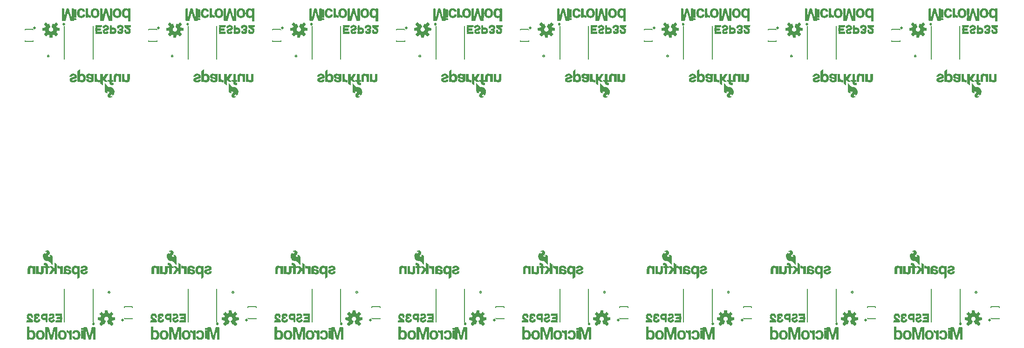
<source format=gbo>
G04 EAGLE Gerber RS-274X export*
G75*
%MOMM*%
%FSLAX34Y34*%
%LPD*%
%INSilkscreen Bottom*%
%IPPOS*%
%AMOC8*
5,1,8,0,0,1.08239X$1,22.5*%
G01*
%ADD10C,0.508000*%
%ADD11C,0.203200*%
%ADD12C,0.127000*%
%ADD13C,0.300000*%
%ADD14C,0.152400*%
%ADD15R,0.960000X0.060000*%
%ADD16R,0.420000X0.060000*%
%ADD17R,0.540000X0.060000*%
%ADD18R,0.360000X0.060000*%
%ADD19R,1.200000X0.060000*%
%ADD20R,0.720000X0.060000*%
%ADD21R,0.900000X0.060000*%
%ADD22R,0.660000X0.060000*%
%ADD23R,0.840000X0.060000*%
%ADD24R,1.020000X0.060000*%
%ADD25R,0.780000X0.060000*%
%ADD26R,1.260000X0.060000*%
%ADD27R,1.080000X0.060000*%
%ADD28R,1.140000X0.060000*%
%ADD29R,0.180000X0.060000*%
%ADD30R,0.480000X0.060000*%
%ADD31R,0.300000X0.060000*%
%ADD32R,0.600000X0.060000*%
%ADD33R,0.240000X0.060000*%
%ADD34R,0.120000X0.060000*%

G36*
X844828Y73298D02*
X844828Y73298D01*
X844936Y73308D01*
X844948Y73314D01*
X844962Y73316D01*
X845059Y73364D01*
X845158Y73409D01*
X845172Y73420D01*
X845181Y73424D01*
X845196Y73440D01*
X845272Y73502D01*
X847857Y76087D01*
X847921Y76176D01*
X847987Y76261D01*
X847992Y76274D01*
X848000Y76286D01*
X848031Y76389D01*
X848066Y76492D01*
X848066Y76506D01*
X848070Y76519D01*
X848067Y76627D01*
X848067Y76736D01*
X848063Y76749D01*
X848063Y76763D01*
X848024Y76865D01*
X847990Y76967D01*
X847980Y76982D01*
X847977Y76991D01*
X847963Y77008D01*
X847908Y77090D01*
X845144Y80480D01*
X845702Y81562D01*
X845708Y81582D01*
X845749Y81677D01*
X846121Y82836D01*
X850471Y83279D01*
X850576Y83307D01*
X850682Y83332D01*
X850694Y83339D01*
X850707Y83342D01*
X850797Y83403D01*
X850889Y83460D01*
X850898Y83471D01*
X850909Y83479D01*
X850975Y83565D01*
X851044Y83649D01*
X851049Y83662D01*
X851057Y83673D01*
X851092Y83776D01*
X851130Y83877D01*
X851132Y83895D01*
X851135Y83904D01*
X851135Y83926D01*
X851145Y84024D01*
X851145Y87680D01*
X851127Y87787D01*
X851113Y87895D01*
X851107Y87907D01*
X851105Y87921D01*
X851054Y88017D01*
X851006Y88114D01*
X850997Y88124D01*
X850990Y88136D01*
X850911Y88210D01*
X850835Y88287D01*
X850822Y88293D01*
X850812Y88303D01*
X850713Y88348D01*
X850616Y88396D01*
X850599Y88400D01*
X850590Y88404D01*
X850568Y88406D01*
X850471Y88425D01*
X846121Y88868D01*
X845749Y90027D01*
X845740Y90045D01*
X845739Y90052D01*
X845735Y90059D01*
X845702Y90142D01*
X845144Y91224D01*
X847908Y94614D01*
X847962Y94708D01*
X848020Y94800D01*
X848023Y94813D01*
X848030Y94825D01*
X848050Y94932D01*
X848075Y95037D01*
X848074Y95051D01*
X848077Y95065D01*
X848062Y95172D01*
X848052Y95280D01*
X848046Y95293D01*
X848044Y95307D01*
X847996Y95404D01*
X847951Y95503D01*
X847940Y95516D01*
X847935Y95525D01*
X847920Y95540D01*
X847857Y95617D01*
X845272Y98202D01*
X845184Y98265D01*
X845098Y98331D01*
X845085Y98336D01*
X845074Y98344D01*
X844971Y98375D01*
X844868Y98411D01*
X844854Y98411D01*
X844841Y98415D01*
X844732Y98411D01*
X844624Y98412D01*
X844611Y98407D01*
X844597Y98407D01*
X844495Y98369D01*
X844392Y98334D01*
X844378Y98325D01*
X844368Y98321D01*
X844351Y98307D01*
X844269Y98253D01*
X840879Y95489D01*
X839797Y96046D01*
X839778Y96052D01*
X839683Y96094D01*
X838523Y96465D01*
X838081Y100816D01*
X838053Y100920D01*
X838028Y101026D01*
X838021Y101038D01*
X838017Y101051D01*
X837957Y101141D01*
X837899Y101234D01*
X837889Y101242D01*
X837881Y101254D01*
X837795Y101320D01*
X837711Y101389D01*
X837698Y101393D01*
X837687Y101402D01*
X837584Y101436D01*
X837483Y101475D01*
X837465Y101476D01*
X837456Y101480D01*
X837434Y101480D01*
X837336Y101489D01*
X833680Y101489D01*
X833572Y101472D01*
X833465Y101458D01*
X833453Y101452D01*
X833439Y101450D01*
X833343Y101398D01*
X833246Y101351D01*
X833236Y101341D01*
X833224Y101335D01*
X833150Y101255D01*
X833072Y101179D01*
X833066Y101167D01*
X833057Y101157D01*
X833012Y101058D01*
X832964Y100961D01*
X832960Y100943D01*
X832956Y100934D01*
X832954Y100913D01*
X832934Y100816D01*
X832492Y96465D01*
X831333Y96094D01*
X831314Y96084D01*
X831218Y96046D01*
X830136Y95489D01*
X826746Y98253D01*
X826652Y98307D01*
X826560Y98364D01*
X826546Y98367D01*
X826534Y98374D01*
X826428Y98395D01*
X826322Y98420D01*
X826308Y98418D01*
X826295Y98421D01*
X826187Y98406D01*
X826079Y98396D01*
X826067Y98390D01*
X826053Y98388D01*
X825956Y98340D01*
X825857Y98295D01*
X825843Y98284D01*
X825835Y98280D01*
X825819Y98264D01*
X825743Y98202D01*
X823158Y95617D01*
X823094Y95528D01*
X823028Y95443D01*
X823024Y95430D01*
X823016Y95418D01*
X822984Y95315D01*
X822949Y95212D01*
X822949Y95198D01*
X822945Y95185D01*
X822948Y95077D01*
X822948Y94968D01*
X822952Y94955D01*
X822953Y94941D01*
X822991Y94839D01*
X823025Y94737D01*
X823035Y94722D01*
X823039Y94713D01*
X823052Y94696D01*
X823107Y94614D01*
X825871Y91224D01*
X825313Y90142D01*
X825307Y90122D01*
X825266Y90027D01*
X824895Y88868D01*
X820544Y88425D01*
X820439Y88397D01*
X820333Y88372D01*
X820322Y88365D01*
X820308Y88362D01*
X820218Y88301D01*
X820126Y88244D01*
X820117Y88233D01*
X820106Y88225D01*
X820040Y88139D01*
X819971Y88055D01*
X819966Y88042D01*
X819958Y88031D01*
X819923Y87928D01*
X819885Y87827D01*
X819883Y87809D01*
X819880Y87800D01*
X819880Y87778D01*
X819870Y87680D01*
X819870Y84024D01*
X819888Y83917D01*
X819902Y83809D01*
X819908Y83797D01*
X819910Y83783D01*
X819961Y83687D01*
X820009Y83590D01*
X820019Y83580D01*
X820025Y83568D01*
X820104Y83494D01*
X820181Y83417D01*
X820193Y83411D01*
X820203Y83401D01*
X820302Y83356D01*
X820399Y83308D01*
X820416Y83304D01*
X820425Y83300D01*
X820447Y83298D01*
X820544Y83279D01*
X824895Y82836D01*
X825266Y81677D01*
X825275Y81659D01*
X825313Y81562D01*
X825871Y80480D01*
X823107Y77090D01*
X823053Y76996D01*
X822996Y76904D01*
X822992Y76891D01*
X822986Y76879D01*
X822965Y76772D01*
X822940Y76667D01*
X822941Y76653D01*
X822939Y76639D01*
X822953Y76532D01*
X822964Y76424D01*
X822969Y76411D01*
X822971Y76398D01*
X823019Y76300D01*
X823064Y76201D01*
X823075Y76188D01*
X823080Y76179D01*
X823095Y76164D01*
X823158Y76087D01*
X825743Y73502D01*
X825831Y73439D01*
X825917Y73373D01*
X825930Y73368D01*
X825941Y73360D01*
X826045Y73329D01*
X826148Y73293D01*
X826161Y73293D01*
X826175Y73289D01*
X826283Y73293D01*
X826392Y73292D01*
X826405Y73297D01*
X826419Y73297D01*
X826520Y73335D01*
X826623Y73370D01*
X826638Y73379D01*
X826647Y73383D01*
X826664Y73397D01*
X826746Y73451D01*
X830136Y76215D01*
X831217Y75658D01*
X831270Y75641D01*
X831319Y75615D01*
X831386Y75604D01*
X831450Y75583D01*
X831505Y75584D01*
X831560Y75575D01*
X831626Y75586D01*
X831694Y75587D01*
X831746Y75605D01*
X831801Y75614D01*
X831860Y75646D01*
X831924Y75669D01*
X831967Y75703D01*
X832016Y75729D01*
X832062Y75778D01*
X832115Y75820D01*
X832145Y75867D01*
X832183Y75907D01*
X832239Y76012D01*
X832248Y76025D01*
X832249Y76030D01*
X832253Y76037D01*
X834406Y81234D01*
X834425Y81317D01*
X834431Y81330D01*
X834433Y81346D01*
X834457Y81431D01*
X834456Y81452D01*
X834461Y81472D01*
X834453Y81554D01*
X834455Y81573D01*
X834450Y81593D01*
X834447Y81674D01*
X834439Y81694D01*
X834437Y81715D01*
X834406Y81784D01*
X834400Y81811D01*
X834385Y81835D01*
X834359Y81902D01*
X834345Y81918D01*
X834337Y81937D01*
X834291Y81986D01*
X834271Y82018D01*
X834241Y82043D01*
X834202Y82089D01*
X834180Y82105D01*
X834170Y82115D01*
X834149Y82127D01*
X834083Y82172D01*
X834083Y82173D01*
X834082Y82173D01*
X834081Y82174D01*
X833182Y82680D01*
X832495Y83324D01*
X831981Y84112D01*
X831669Y85000D01*
X831577Y85937D01*
X831710Y86869D01*
X832061Y87743D01*
X832609Y88508D01*
X833324Y89121D01*
X834163Y89546D01*
X835080Y89760D01*
X836021Y89750D01*
X836933Y89516D01*
X837764Y89073D01*
X838465Y88444D01*
X838996Y87667D01*
X839328Y86786D01*
X839441Y85851D01*
X839333Y84934D01*
X839013Y84066D01*
X838499Y83297D01*
X837820Y82670D01*
X836936Y82175D01*
X836894Y82142D01*
X836852Y82119D01*
X836821Y82086D01*
X836772Y82051D01*
X836761Y82035D01*
X836745Y82022D01*
X836709Y81967D01*
X836685Y81941D01*
X836671Y81911D01*
X836630Y81853D01*
X836624Y81834D01*
X836613Y81817D01*
X836595Y81742D01*
X836584Y81719D01*
X836582Y81695D01*
X836559Y81620D01*
X836559Y81600D01*
X836555Y81580D01*
X836562Y81494D01*
X836560Y81476D01*
X836564Y81460D01*
X836567Y81376D01*
X836574Y81351D01*
X836575Y81337D01*
X836585Y81315D01*
X836609Y81234D01*
X837539Y78991D01*
X837539Y78990D01*
X838470Y76743D01*
X838762Y76037D01*
X838792Y75990D01*
X838812Y75938D01*
X838856Y75887D01*
X838891Y75830D01*
X838934Y75795D01*
X838970Y75752D01*
X839028Y75718D01*
X839080Y75675D01*
X839132Y75656D01*
X839179Y75627D01*
X839245Y75613D01*
X839308Y75589D01*
X839364Y75587D01*
X839418Y75576D01*
X839485Y75583D01*
X839552Y75581D01*
X839605Y75597D01*
X839660Y75604D01*
X839772Y75648D01*
X839786Y75652D01*
X839790Y75655D01*
X839798Y75658D01*
X840879Y76215D01*
X844269Y73451D01*
X844363Y73397D01*
X844455Y73340D01*
X844469Y73337D01*
X844481Y73330D01*
X844587Y73309D01*
X844693Y73284D01*
X844707Y73286D01*
X844720Y73283D01*
X844828Y73298D01*
G37*
G36*
X169594Y73298D02*
X169594Y73298D01*
X169702Y73308D01*
X169715Y73314D01*
X169729Y73316D01*
X169826Y73364D01*
X169925Y73409D01*
X169938Y73420D01*
X169947Y73424D01*
X169962Y73440D01*
X170039Y73502D01*
X172624Y76087D01*
X172687Y76176D01*
X172753Y76261D01*
X172758Y76274D01*
X172766Y76286D01*
X172797Y76389D01*
X172833Y76492D01*
X172833Y76506D01*
X172837Y76519D01*
X172833Y76627D01*
X172834Y76736D01*
X172829Y76749D01*
X172829Y76763D01*
X172791Y76865D01*
X172756Y76967D01*
X172747Y76982D01*
X172743Y76991D01*
X172729Y77008D01*
X172675Y77090D01*
X169911Y80480D01*
X170468Y81562D01*
X170474Y81582D01*
X170516Y81677D01*
X170887Y82836D01*
X175238Y83279D01*
X175342Y83307D01*
X175448Y83332D01*
X175460Y83339D01*
X175473Y83342D01*
X175563Y83403D01*
X175656Y83460D01*
X175664Y83471D01*
X175676Y83479D01*
X175742Y83565D01*
X175811Y83649D01*
X175815Y83662D01*
X175824Y83673D01*
X175858Y83776D01*
X175897Y83877D01*
X175898Y83895D01*
X175902Y83904D01*
X175902Y83926D01*
X175911Y84024D01*
X175911Y87680D01*
X175894Y87787D01*
X175880Y87895D01*
X175874Y87907D01*
X175872Y87921D01*
X175820Y88017D01*
X175773Y88114D01*
X175763Y88124D01*
X175757Y88136D01*
X175677Y88210D01*
X175601Y88287D01*
X175589Y88293D01*
X175579Y88303D01*
X175480Y88348D01*
X175383Y88396D01*
X175365Y88400D01*
X175356Y88404D01*
X175335Y88406D01*
X175238Y88425D01*
X170887Y88868D01*
X170516Y90027D01*
X170507Y90045D01*
X170505Y90052D01*
X170501Y90059D01*
X170468Y90142D01*
X169911Y91224D01*
X172675Y94614D01*
X172729Y94708D01*
X172786Y94800D01*
X172789Y94813D01*
X172796Y94825D01*
X172817Y94932D01*
X172842Y95037D01*
X172840Y95051D01*
X172843Y95065D01*
X172828Y95172D01*
X172818Y95280D01*
X172812Y95293D01*
X172810Y95307D01*
X172762Y95404D01*
X172717Y95503D01*
X172706Y95516D01*
X172702Y95525D01*
X172686Y95540D01*
X172624Y95617D01*
X170039Y98202D01*
X169950Y98265D01*
X169865Y98331D01*
X169852Y98336D01*
X169840Y98344D01*
X169737Y98375D01*
X169634Y98411D01*
X169620Y98411D01*
X169607Y98415D01*
X169499Y98411D01*
X169390Y98412D01*
X169377Y98407D01*
X169363Y98407D01*
X169261Y98369D01*
X169159Y98334D01*
X169144Y98325D01*
X169135Y98321D01*
X169118Y98307D01*
X169036Y98253D01*
X165646Y95489D01*
X164564Y96046D01*
X164544Y96052D01*
X164449Y96094D01*
X163290Y96465D01*
X162847Y100816D01*
X162819Y100920D01*
X162794Y101026D01*
X162787Y101038D01*
X162784Y101051D01*
X162723Y101141D01*
X162666Y101234D01*
X162655Y101242D01*
X162647Y101254D01*
X162561Y101320D01*
X162477Y101389D01*
X162464Y101393D01*
X162453Y101402D01*
X162350Y101436D01*
X162249Y101475D01*
X162231Y101476D01*
X162222Y101480D01*
X162200Y101480D01*
X162102Y101489D01*
X158446Y101489D01*
X158339Y101472D01*
X158231Y101458D01*
X158219Y101452D01*
X158205Y101450D01*
X158109Y101398D01*
X158012Y101351D01*
X158002Y101341D01*
X157990Y101335D01*
X157916Y101255D01*
X157839Y101179D01*
X157833Y101167D01*
X157823Y101157D01*
X157778Y101058D01*
X157730Y100961D01*
X157726Y100943D01*
X157722Y100934D01*
X157720Y100913D01*
X157701Y100816D01*
X157258Y96465D01*
X156099Y96094D01*
X156081Y96084D01*
X155984Y96046D01*
X154902Y95489D01*
X151512Y98253D01*
X151418Y98307D01*
X151326Y98364D01*
X151313Y98367D01*
X151301Y98374D01*
X151194Y98395D01*
X151089Y98420D01*
X151075Y98418D01*
X151061Y98421D01*
X150954Y98406D01*
X150846Y98396D01*
X150833Y98390D01*
X150820Y98388D01*
X150722Y98340D01*
X150623Y98295D01*
X150610Y98284D01*
X150601Y98280D01*
X150586Y98264D01*
X150509Y98202D01*
X147924Y95617D01*
X147861Y95528D01*
X147795Y95443D01*
X147790Y95430D01*
X147782Y95418D01*
X147751Y95315D01*
X147715Y95212D01*
X147715Y95198D01*
X147711Y95185D01*
X147715Y95077D01*
X147714Y94968D01*
X147719Y94955D01*
X147719Y94941D01*
X147757Y94839D01*
X147792Y94737D01*
X147801Y94722D01*
X147805Y94713D01*
X147819Y94696D01*
X147873Y94614D01*
X150637Y91224D01*
X150080Y90142D01*
X150074Y90122D01*
X150032Y90027D01*
X149661Y88868D01*
X145310Y88425D01*
X145206Y88397D01*
X145100Y88372D01*
X145088Y88365D01*
X145075Y88362D01*
X144985Y88301D01*
X144892Y88244D01*
X144884Y88233D01*
X144872Y88225D01*
X144806Y88139D01*
X144738Y88055D01*
X144733Y88042D01*
X144724Y88031D01*
X144690Y87928D01*
X144651Y87827D01*
X144650Y87809D01*
X144646Y87800D01*
X144647Y87778D01*
X144637Y87680D01*
X144637Y84024D01*
X144654Y83917D01*
X144668Y83809D01*
X144674Y83797D01*
X144676Y83783D01*
X144728Y83687D01*
X144775Y83590D01*
X144785Y83580D01*
X144791Y83568D01*
X144871Y83494D01*
X144947Y83417D01*
X144959Y83411D01*
X144970Y83401D01*
X145068Y83356D01*
X145165Y83308D01*
X145183Y83304D01*
X145192Y83300D01*
X145213Y83298D01*
X145310Y83279D01*
X149661Y82836D01*
X150032Y81677D01*
X150042Y81659D01*
X150080Y81562D01*
X150637Y80480D01*
X147873Y77090D01*
X147819Y76996D01*
X147762Y76904D01*
X147759Y76891D01*
X147752Y76879D01*
X147731Y76772D01*
X147706Y76667D01*
X147708Y76653D01*
X147705Y76639D01*
X147720Y76532D01*
X147730Y76424D01*
X147736Y76411D01*
X147738Y76398D01*
X147786Y76300D01*
X147831Y76201D01*
X147842Y76188D01*
X147846Y76179D01*
X147862Y76164D01*
X147924Y76087D01*
X150509Y73502D01*
X150598Y73439D01*
X150683Y73373D01*
X150696Y73368D01*
X150708Y73360D01*
X150811Y73329D01*
X150914Y73293D01*
X150928Y73293D01*
X150941Y73289D01*
X151049Y73293D01*
X151158Y73292D01*
X151171Y73297D01*
X151185Y73297D01*
X151287Y73335D01*
X151389Y73370D01*
X151404Y73379D01*
X151413Y73383D01*
X151430Y73397D01*
X151512Y73451D01*
X154902Y76215D01*
X155984Y75658D01*
X156037Y75641D01*
X156086Y75615D01*
X156152Y75604D01*
X156216Y75583D01*
X156272Y75584D01*
X156326Y75575D01*
X156393Y75586D01*
X156460Y75587D01*
X156512Y75605D01*
X156567Y75614D01*
X156627Y75646D01*
X156690Y75669D01*
X156733Y75703D01*
X156783Y75729D01*
X156829Y75778D01*
X156881Y75820D01*
X156912Y75867D01*
X156950Y75907D01*
X157006Y76012D01*
X157014Y76025D01*
X157015Y76030D01*
X157019Y76037D01*
X159172Y81234D01*
X159192Y81317D01*
X159197Y81330D01*
X159199Y81346D01*
X159224Y81431D01*
X159223Y81452D01*
X159228Y81472D01*
X159220Y81554D01*
X159221Y81573D01*
X159217Y81593D01*
X159213Y81674D01*
X159206Y81694D01*
X159204Y81715D01*
X159172Y81784D01*
X159166Y81811D01*
X159151Y81835D01*
X159125Y81902D01*
X159112Y81918D01*
X159103Y81937D01*
X159058Y81986D01*
X159038Y82018D01*
X159007Y82043D01*
X158969Y82089D01*
X158946Y82105D01*
X158936Y82115D01*
X158915Y82127D01*
X158850Y82172D01*
X158849Y82173D01*
X158848Y82174D01*
X157949Y82680D01*
X157262Y83324D01*
X156747Y84112D01*
X156435Y85000D01*
X156343Y85937D01*
X156476Y86869D01*
X156827Y87743D01*
X157376Y88508D01*
X158090Y89121D01*
X158930Y89546D01*
X159847Y89760D01*
X160788Y89750D01*
X161700Y89516D01*
X162530Y89073D01*
X163231Y88444D01*
X163763Y87667D01*
X164094Y86786D01*
X164207Y85851D01*
X164099Y84934D01*
X163779Y84066D01*
X163265Y83297D01*
X162586Y82670D01*
X161702Y82175D01*
X161660Y82142D01*
X161618Y82119D01*
X161587Y82086D01*
X161539Y82051D01*
X161527Y82035D01*
X161511Y82022D01*
X161476Y81967D01*
X161451Y81941D01*
X161438Y81911D01*
X161396Y81853D01*
X161390Y81834D01*
X161380Y81817D01*
X161361Y81742D01*
X161351Y81719D01*
X161348Y81695D01*
X161325Y81620D01*
X161326Y81600D01*
X161321Y81580D01*
X161328Y81494D01*
X161327Y81476D01*
X161330Y81460D01*
X161333Y81376D01*
X161341Y81351D01*
X161342Y81337D01*
X161352Y81315D01*
X161376Y81234D01*
X162305Y78991D01*
X162305Y78990D01*
X163236Y76743D01*
X163237Y76743D01*
X163529Y76037D01*
X163558Y75990D01*
X163579Y75938D01*
X163622Y75887D01*
X163658Y75830D01*
X163701Y75795D01*
X163737Y75752D01*
X163794Y75718D01*
X163846Y75675D01*
X163898Y75656D01*
X163946Y75627D01*
X164012Y75613D01*
X164075Y75589D01*
X164130Y75587D01*
X164184Y75576D01*
X164251Y75583D01*
X164318Y75581D01*
X164372Y75597D01*
X164427Y75604D01*
X164538Y75648D01*
X164552Y75652D01*
X164556Y75655D01*
X164564Y75658D01*
X165646Y76215D01*
X169036Y73451D01*
X169130Y73397D01*
X169222Y73340D01*
X169235Y73337D01*
X169247Y73330D01*
X169354Y73309D01*
X169459Y73284D01*
X169473Y73286D01*
X169487Y73283D01*
X169594Y73298D01*
G37*
G36*
X1520087Y73298D02*
X1520087Y73298D01*
X1520195Y73308D01*
X1520207Y73314D01*
X1520221Y73316D01*
X1520318Y73364D01*
X1520417Y73409D01*
X1520431Y73420D01*
X1520440Y73424D01*
X1520455Y73440D01*
X1520531Y73502D01*
X1523116Y76087D01*
X1523180Y76176D01*
X1523246Y76261D01*
X1523251Y76274D01*
X1523259Y76286D01*
X1523290Y76389D01*
X1523325Y76492D01*
X1523325Y76506D01*
X1523329Y76519D01*
X1523326Y76627D01*
X1523326Y76736D01*
X1523322Y76749D01*
X1523322Y76763D01*
X1523283Y76865D01*
X1523249Y76967D01*
X1523239Y76982D01*
X1523236Y76991D01*
X1523222Y77008D01*
X1523167Y77090D01*
X1520403Y80480D01*
X1520961Y81562D01*
X1520967Y81582D01*
X1521008Y81677D01*
X1521380Y82836D01*
X1525730Y83279D01*
X1525835Y83307D01*
X1525941Y83332D01*
X1525953Y83339D01*
X1525966Y83342D01*
X1526056Y83403D01*
X1526148Y83460D01*
X1526157Y83471D01*
X1526168Y83479D01*
X1526234Y83565D01*
X1526303Y83649D01*
X1526308Y83662D01*
X1526316Y83673D01*
X1526351Y83776D01*
X1526389Y83877D01*
X1526391Y83895D01*
X1526394Y83904D01*
X1526394Y83926D01*
X1526404Y84024D01*
X1526404Y87680D01*
X1526386Y87787D01*
X1526372Y87895D01*
X1526366Y87907D01*
X1526364Y87921D01*
X1526313Y88017D01*
X1526265Y88114D01*
X1526256Y88124D01*
X1526249Y88136D01*
X1526170Y88210D01*
X1526094Y88287D01*
X1526081Y88293D01*
X1526071Y88303D01*
X1525972Y88348D01*
X1525875Y88396D01*
X1525858Y88400D01*
X1525849Y88404D01*
X1525827Y88406D01*
X1525730Y88425D01*
X1521380Y88868D01*
X1521008Y90027D01*
X1520999Y90045D01*
X1520998Y90052D01*
X1520994Y90059D01*
X1520961Y90142D01*
X1520403Y91224D01*
X1523167Y94614D01*
X1523221Y94708D01*
X1523279Y94800D01*
X1523282Y94813D01*
X1523289Y94825D01*
X1523309Y94932D01*
X1523334Y95037D01*
X1523333Y95051D01*
X1523336Y95065D01*
X1523321Y95172D01*
X1523311Y95280D01*
X1523305Y95293D01*
X1523303Y95307D01*
X1523255Y95404D01*
X1523210Y95503D01*
X1523199Y95516D01*
X1523194Y95525D01*
X1523179Y95540D01*
X1523116Y95617D01*
X1520531Y98202D01*
X1520443Y98265D01*
X1520357Y98331D01*
X1520344Y98336D01*
X1520333Y98344D01*
X1520230Y98375D01*
X1520127Y98411D01*
X1520113Y98411D01*
X1520100Y98415D01*
X1519991Y98411D01*
X1519883Y98412D01*
X1519870Y98407D01*
X1519856Y98407D01*
X1519754Y98369D01*
X1519651Y98334D01*
X1519637Y98325D01*
X1519627Y98321D01*
X1519610Y98307D01*
X1519528Y98253D01*
X1516138Y95489D01*
X1515056Y96046D01*
X1515037Y96052D01*
X1514942Y96094D01*
X1513782Y96465D01*
X1513340Y100816D01*
X1513312Y100920D01*
X1513287Y101026D01*
X1513280Y101038D01*
X1513276Y101051D01*
X1513216Y101141D01*
X1513158Y101234D01*
X1513148Y101242D01*
X1513140Y101254D01*
X1513054Y101320D01*
X1512970Y101389D01*
X1512957Y101393D01*
X1512946Y101402D01*
X1512843Y101436D01*
X1512742Y101475D01*
X1512724Y101476D01*
X1512715Y101480D01*
X1512693Y101480D01*
X1512595Y101489D01*
X1508939Y101489D01*
X1508831Y101472D01*
X1508724Y101458D01*
X1508712Y101452D01*
X1508698Y101450D01*
X1508602Y101398D01*
X1508505Y101351D01*
X1508495Y101341D01*
X1508483Y101335D01*
X1508409Y101255D01*
X1508331Y101179D01*
X1508325Y101167D01*
X1508316Y101157D01*
X1508271Y101058D01*
X1508223Y100961D01*
X1508219Y100943D01*
X1508215Y100934D01*
X1508213Y100913D01*
X1508193Y100816D01*
X1507751Y96465D01*
X1506592Y96094D01*
X1506573Y96084D01*
X1506477Y96046D01*
X1505395Y95489D01*
X1502005Y98253D01*
X1501911Y98307D01*
X1501819Y98364D01*
X1501805Y98367D01*
X1501793Y98374D01*
X1501687Y98395D01*
X1501581Y98420D01*
X1501567Y98418D01*
X1501554Y98421D01*
X1501446Y98406D01*
X1501338Y98396D01*
X1501326Y98390D01*
X1501312Y98388D01*
X1501215Y98340D01*
X1501116Y98295D01*
X1501102Y98284D01*
X1501094Y98280D01*
X1501078Y98264D01*
X1501002Y98202D01*
X1498417Y95617D01*
X1498353Y95528D01*
X1498287Y95443D01*
X1498283Y95430D01*
X1498275Y95418D01*
X1498243Y95315D01*
X1498208Y95212D01*
X1498208Y95198D01*
X1498204Y95185D01*
X1498207Y95077D01*
X1498207Y94968D01*
X1498211Y94955D01*
X1498212Y94941D01*
X1498250Y94839D01*
X1498284Y94737D01*
X1498294Y94722D01*
X1498298Y94713D01*
X1498311Y94696D01*
X1498366Y94614D01*
X1501130Y91224D01*
X1500572Y90142D01*
X1500566Y90122D01*
X1500525Y90027D01*
X1500154Y88868D01*
X1495803Y88425D01*
X1495698Y88397D01*
X1495592Y88372D01*
X1495581Y88365D01*
X1495567Y88362D01*
X1495477Y88301D01*
X1495385Y88244D01*
X1495376Y88233D01*
X1495365Y88225D01*
X1495299Y88139D01*
X1495230Y88055D01*
X1495225Y88042D01*
X1495217Y88031D01*
X1495182Y87928D01*
X1495144Y87827D01*
X1495142Y87809D01*
X1495139Y87800D01*
X1495139Y87778D01*
X1495129Y87680D01*
X1495129Y84024D01*
X1495147Y83917D01*
X1495161Y83809D01*
X1495167Y83797D01*
X1495169Y83783D01*
X1495220Y83687D01*
X1495268Y83590D01*
X1495278Y83580D01*
X1495284Y83568D01*
X1495363Y83494D01*
X1495440Y83417D01*
X1495452Y83411D01*
X1495462Y83401D01*
X1495561Y83356D01*
X1495658Y83308D01*
X1495675Y83304D01*
X1495684Y83300D01*
X1495706Y83298D01*
X1495803Y83279D01*
X1500154Y82836D01*
X1500525Y81677D01*
X1500534Y81659D01*
X1500572Y81562D01*
X1501130Y80480D01*
X1498366Y77090D01*
X1498312Y76996D01*
X1498255Y76904D01*
X1498251Y76891D01*
X1498245Y76879D01*
X1498224Y76772D01*
X1498199Y76667D01*
X1498200Y76653D01*
X1498198Y76639D01*
X1498212Y76532D01*
X1498223Y76424D01*
X1498228Y76411D01*
X1498230Y76398D01*
X1498278Y76300D01*
X1498323Y76201D01*
X1498334Y76188D01*
X1498339Y76179D01*
X1498354Y76164D01*
X1498417Y76087D01*
X1501002Y73502D01*
X1501090Y73439D01*
X1501176Y73373D01*
X1501189Y73368D01*
X1501200Y73360D01*
X1501304Y73329D01*
X1501407Y73293D01*
X1501420Y73293D01*
X1501434Y73289D01*
X1501542Y73293D01*
X1501651Y73292D01*
X1501664Y73297D01*
X1501678Y73297D01*
X1501779Y73335D01*
X1501882Y73370D01*
X1501897Y73379D01*
X1501906Y73383D01*
X1501923Y73397D01*
X1502005Y73451D01*
X1505395Y76215D01*
X1506476Y75658D01*
X1506529Y75641D01*
X1506578Y75615D01*
X1506645Y75604D01*
X1506709Y75583D01*
X1506764Y75584D01*
X1506819Y75575D01*
X1506885Y75586D01*
X1506953Y75587D01*
X1507005Y75605D01*
X1507060Y75614D01*
X1507119Y75646D01*
X1507183Y75669D01*
X1507226Y75703D01*
X1507275Y75729D01*
X1507321Y75778D01*
X1507374Y75820D01*
X1507404Y75867D01*
X1507442Y75907D01*
X1507498Y76012D01*
X1507507Y76025D01*
X1507508Y76030D01*
X1507512Y76037D01*
X1509665Y81234D01*
X1509684Y81317D01*
X1509690Y81330D01*
X1509692Y81346D01*
X1509716Y81431D01*
X1509715Y81452D01*
X1509720Y81472D01*
X1509712Y81554D01*
X1509714Y81573D01*
X1509709Y81593D01*
X1509706Y81674D01*
X1509698Y81694D01*
X1509696Y81715D01*
X1509665Y81784D01*
X1509659Y81811D01*
X1509644Y81835D01*
X1509618Y81902D01*
X1509604Y81918D01*
X1509596Y81937D01*
X1509550Y81986D01*
X1509530Y82018D01*
X1509500Y82043D01*
X1509461Y82089D01*
X1509439Y82105D01*
X1509429Y82115D01*
X1509408Y82127D01*
X1509342Y82172D01*
X1509342Y82173D01*
X1509341Y82173D01*
X1509340Y82174D01*
X1508441Y82680D01*
X1507754Y83324D01*
X1507240Y84112D01*
X1506928Y85000D01*
X1506836Y85937D01*
X1506969Y86869D01*
X1507320Y87743D01*
X1507868Y88508D01*
X1508583Y89121D01*
X1509422Y89546D01*
X1510339Y89760D01*
X1511280Y89750D01*
X1512192Y89516D01*
X1513023Y89073D01*
X1513724Y88444D01*
X1514255Y87667D01*
X1514587Y86786D01*
X1514700Y85851D01*
X1514592Y84934D01*
X1514272Y84066D01*
X1513758Y83297D01*
X1513079Y82670D01*
X1512195Y82175D01*
X1512153Y82142D01*
X1512111Y82119D01*
X1512080Y82086D01*
X1512031Y82051D01*
X1512020Y82035D01*
X1512004Y82022D01*
X1511968Y81967D01*
X1511944Y81941D01*
X1511930Y81911D01*
X1511889Y81853D01*
X1511883Y81834D01*
X1511872Y81817D01*
X1511854Y81742D01*
X1511843Y81719D01*
X1511841Y81695D01*
X1511818Y81620D01*
X1511818Y81600D01*
X1511814Y81580D01*
X1511821Y81494D01*
X1511819Y81476D01*
X1511823Y81460D01*
X1511826Y81376D01*
X1511833Y81351D01*
X1511834Y81337D01*
X1511844Y81315D01*
X1511868Y81234D01*
X1512798Y78991D01*
X1512798Y78990D01*
X1513729Y76743D01*
X1514021Y76037D01*
X1514051Y75990D01*
X1514071Y75938D01*
X1514115Y75887D01*
X1514150Y75830D01*
X1514193Y75795D01*
X1514229Y75752D01*
X1514287Y75718D01*
X1514339Y75675D01*
X1514391Y75656D01*
X1514438Y75627D01*
X1514504Y75613D01*
X1514567Y75589D01*
X1514623Y75587D01*
X1514677Y75576D01*
X1514744Y75583D01*
X1514811Y75581D01*
X1514864Y75597D01*
X1514919Y75604D01*
X1515031Y75648D01*
X1515045Y75652D01*
X1515049Y75655D01*
X1515057Y75658D01*
X1516138Y76215D01*
X1519528Y73451D01*
X1519622Y73397D01*
X1519714Y73340D01*
X1519728Y73337D01*
X1519740Y73330D01*
X1519846Y73309D01*
X1519952Y73284D01*
X1519966Y73286D01*
X1519979Y73283D01*
X1520087Y73298D01*
G37*
G36*
X619758Y73298D02*
X619758Y73298D01*
X619866Y73308D01*
X619879Y73314D01*
X619893Y73316D01*
X619990Y73364D01*
X620089Y73409D01*
X620102Y73420D01*
X620111Y73424D01*
X620127Y73440D01*
X620203Y73502D01*
X622788Y76087D01*
X622851Y76176D01*
X622918Y76261D01*
X622922Y76274D01*
X622930Y76286D01*
X622962Y76389D01*
X622997Y76492D01*
X622997Y76506D01*
X623001Y76519D01*
X622998Y76627D01*
X622998Y76736D01*
X622994Y76749D01*
X622993Y76763D01*
X622955Y76865D01*
X622920Y76967D01*
X622911Y76982D01*
X622907Y76991D01*
X622893Y77008D01*
X622839Y77090D01*
X620075Y80480D01*
X620632Y81562D01*
X620639Y81582D01*
X620680Y81677D01*
X621051Y82836D01*
X625402Y83279D01*
X625506Y83307D01*
X625612Y83332D01*
X625624Y83339D01*
X625637Y83342D01*
X625728Y83403D01*
X625820Y83460D01*
X625828Y83471D01*
X625840Y83479D01*
X625906Y83565D01*
X625975Y83649D01*
X625980Y83662D01*
X625988Y83673D01*
X626023Y83776D01*
X626061Y83877D01*
X626063Y83895D01*
X626066Y83904D01*
X626066Y83926D01*
X626075Y84024D01*
X626075Y87680D01*
X626058Y87787D01*
X626044Y87895D01*
X626038Y87907D01*
X626036Y87921D01*
X625985Y88017D01*
X625937Y88114D01*
X625927Y88124D01*
X625921Y88136D01*
X625842Y88210D01*
X625765Y88287D01*
X625753Y88293D01*
X625743Y88303D01*
X625644Y88348D01*
X625547Y88396D01*
X625529Y88400D01*
X625520Y88404D01*
X625499Y88406D01*
X625402Y88425D01*
X621051Y88868D01*
X620680Y90027D01*
X620671Y90045D01*
X620669Y90052D01*
X620665Y90059D01*
X620632Y90142D01*
X620075Y91224D01*
X622839Y94614D01*
X622893Y94708D01*
X622950Y94800D01*
X622953Y94813D01*
X622960Y94825D01*
X622981Y94932D01*
X623006Y95037D01*
X623004Y95051D01*
X623007Y95065D01*
X622993Y95172D01*
X622982Y95280D01*
X622976Y95293D01*
X622975Y95307D01*
X622926Y95404D01*
X622882Y95503D01*
X622870Y95516D01*
X622866Y95525D01*
X622851Y95540D01*
X622788Y95617D01*
X620203Y98202D01*
X620115Y98265D01*
X620029Y98331D01*
X620016Y98336D01*
X620005Y98344D01*
X619901Y98375D01*
X619798Y98411D01*
X619784Y98411D01*
X619771Y98415D01*
X619663Y98411D01*
X619554Y98412D01*
X619541Y98407D01*
X619527Y98407D01*
X619426Y98369D01*
X619323Y98334D01*
X619308Y98325D01*
X619299Y98321D01*
X619282Y98307D01*
X619200Y98253D01*
X615810Y95489D01*
X614728Y96046D01*
X614709Y96052D01*
X614613Y96094D01*
X613454Y96465D01*
X613012Y100816D01*
X612983Y100920D01*
X612959Y101026D01*
X612951Y101038D01*
X612948Y101051D01*
X612887Y101141D01*
X612830Y101234D01*
X612819Y101242D01*
X612812Y101254D01*
X612725Y101320D01*
X612641Y101389D01*
X612629Y101393D01*
X612618Y101402D01*
X612515Y101436D01*
X612413Y101475D01*
X612396Y101476D01*
X612386Y101480D01*
X612365Y101480D01*
X612266Y101489D01*
X608610Y101489D01*
X608503Y101472D01*
X608395Y101458D01*
X608383Y101452D01*
X608369Y101450D01*
X608274Y101398D01*
X608176Y101351D01*
X608166Y101341D01*
X608154Y101335D01*
X608080Y101255D01*
X608003Y101179D01*
X607997Y101167D01*
X607987Y101157D01*
X607943Y101058D01*
X607894Y100961D01*
X607891Y100943D01*
X607887Y100934D01*
X607884Y100913D01*
X607865Y100816D01*
X607422Y96465D01*
X606263Y96094D01*
X606245Y96084D01*
X606148Y96046D01*
X605066Y95489D01*
X601677Y98253D01*
X601583Y98307D01*
X601490Y98364D01*
X601477Y98367D01*
X601465Y98374D01*
X601359Y98395D01*
X601253Y98420D01*
X601239Y98418D01*
X601226Y98421D01*
X601118Y98406D01*
X601010Y98396D01*
X600997Y98390D01*
X600984Y98388D01*
X600887Y98340D01*
X600788Y98295D01*
X600774Y98284D01*
X600765Y98280D01*
X600750Y98264D01*
X600673Y98202D01*
X598088Y95617D01*
X598025Y95528D01*
X597959Y95443D01*
X597954Y95430D01*
X597946Y95418D01*
X597915Y95315D01*
X597879Y95212D01*
X597879Y95198D01*
X597875Y95185D01*
X597879Y95077D01*
X597878Y94968D01*
X597883Y94955D01*
X597883Y94941D01*
X597922Y94839D01*
X597956Y94737D01*
X597966Y94722D01*
X597969Y94713D01*
X597983Y94696D01*
X598038Y94614D01*
X600801Y91224D01*
X600244Y90142D01*
X600238Y90122D01*
X600196Y90027D01*
X599825Y88868D01*
X595474Y88425D01*
X595370Y88397D01*
X595264Y88372D01*
X595252Y88365D01*
X595239Y88362D01*
X595149Y88301D01*
X595057Y88244D01*
X595048Y88233D01*
X595036Y88225D01*
X594971Y88139D01*
X594902Y88055D01*
X594897Y88042D01*
X594888Y88031D01*
X594854Y87928D01*
X594816Y87827D01*
X594814Y87809D01*
X594811Y87800D01*
X594811Y87778D01*
X594801Y87680D01*
X594801Y84024D01*
X594819Y83917D01*
X594832Y83809D01*
X594838Y83797D01*
X594841Y83783D01*
X594892Y83687D01*
X594939Y83590D01*
X594949Y83580D01*
X594956Y83568D01*
X595035Y83494D01*
X595111Y83417D01*
X595124Y83411D01*
X595134Y83401D01*
X595232Y83356D01*
X595330Y83308D01*
X595347Y83304D01*
X595356Y83300D01*
X595378Y83298D01*
X595474Y83279D01*
X599825Y82836D01*
X600196Y81677D01*
X600206Y81659D01*
X600244Y81562D01*
X600801Y80480D01*
X598038Y77090D01*
X597984Y76996D01*
X597926Y76904D01*
X597923Y76891D01*
X597916Y76879D01*
X597895Y76772D01*
X597871Y76667D01*
X597872Y76653D01*
X597869Y76639D01*
X597884Y76532D01*
X597894Y76424D01*
X597900Y76411D01*
X597902Y76398D01*
X597950Y76300D01*
X597995Y76201D01*
X598006Y76188D01*
X598010Y76179D01*
X598026Y76164D01*
X598088Y76087D01*
X600673Y73502D01*
X600762Y73439D01*
X600847Y73373D01*
X600861Y73368D01*
X600872Y73360D01*
X600975Y73329D01*
X601078Y73293D01*
X601092Y73293D01*
X601105Y73289D01*
X601213Y73293D01*
X601322Y73292D01*
X601335Y73297D01*
X601349Y73297D01*
X601451Y73335D01*
X601554Y73370D01*
X601568Y73379D01*
X601578Y73383D01*
X601594Y73397D01*
X601677Y73451D01*
X605066Y76215D01*
X606148Y75658D01*
X606201Y75641D01*
X606250Y75615D01*
X606316Y75604D01*
X606380Y75583D01*
X606436Y75584D01*
X606491Y75575D01*
X606557Y75586D01*
X606624Y75587D01*
X606677Y75605D01*
X606731Y75614D01*
X606791Y75646D01*
X606854Y75669D01*
X606898Y75703D01*
X606947Y75729D01*
X606993Y75778D01*
X607046Y75820D01*
X607076Y75867D01*
X607114Y75907D01*
X607170Y76012D01*
X607178Y76025D01*
X607179Y76030D01*
X607183Y76037D01*
X609336Y81234D01*
X609356Y81317D01*
X609362Y81330D01*
X609363Y81346D01*
X609388Y81431D01*
X609387Y81452D01*
X609392Y81472D01*
X609384Y81554D01*
X609386Y81573D01*
X609381Y81593D01*
X609378Y81674D01*
X609370Y81694D01*
X609368Y81715D01*
X609337Y81784D01*
X609330Y81811D01*
X609315Y81835D01*
X609289Y81902D01*
X609276Y81918D01*
X609267Y81937D01*
X609222Y81986D01*
X609202Y82018D01*
X609171Y82043D01*
X609133Y82089D01*
X609110Y82105D01*
X609101Y82115D01*
X609079Y82127D01*
X609014Y82172D01*
X609013Y82173D01*
X609012Y82174D01*
X608113Y82680D01*
X607426Y83324D01*
X606912Y84112D01*
X606600Y85000D01*
X606507Y85937D01*
X606641Y86869D01*
X606991Y87743D01*
X607540Y88508D01*
X608254Y89121D01*
X609094Y89546D01*
X610011Y89760D01*
X610952Y89750D01*
X611864Y89516D01*
X612694Y89073D01*
X613395Y88444D01*
X613927Y87667D01*
X614259Y86786D01*
X614372Y85851D01*
X614263Y84934D01*
X613943Y84066D01*
X613429Y83297D01*
X612750Y82670D01*
X611866Y82175D01*
X611825Y82142D01*
X611782Y82119D01*
X611752Y82086D01*
X611703Y82051D01*
X611691Y82035D01*
X611676Y82022D01*
X611640Y81967D01*
X611616Y81941D01*
X611602Y81911D01*
X611560Y81853D01*
X611555Y81834D01*
X611544Y81817D01*
X611525Y81742D01*
X611515Y81719D01*
X611512Y81695D01*
X611489Y81620D01*
X611490Y81600D01*
X611485Y81580D01*
X611493Y81494D01*
X611491Y81476D01*
X611495Y81460D01*
X611497Y81376D01*
X611505Y81351D01*
X611506Y81337D01*
X611516Y81315D01*
X611540Y81234D01*
X612469Y78991D01*
X612470Y78991D01*
X612470Y78990D01*
X613401Y76743D01*
X613693Y76037D01*
X613722Y75990D01*
X613743Y75938D01*
X613786Y75887D01*
X613822Y75830D01*
X613865Y75795D01*
X613901Y75752D01*
X613958Y75718D01*
X614010Y75675D01*
X614063Y75656D01*
X614110Y75627D01*
X614176Y75613D01*
X614239Y75589D01*
X614294Y75587D01*
X614349Y75576D01*
X614415Y75583D01*
X614483Y75581D01*
X614536Y75597D01*
X614591Y75604D01*
X614702Y75648D01*
X614716Y75652D01*
X614720Y75655D01*
X614728Y75658D01*
X615810Y76215D01*
X619200Y73451D01*
X619294Y73397D01*
X619386Y73340D01*
X619399Y73337D01*
X619411Y73330D01*
X619518Y73309D01*
X619624Y73284D01*
X619637Y73286D01*
X619651Y73283D01*
X619758Y73298D01*
G37*
G36*
X1069923Y73298D02*
X1069923Y73298D01*
X1070031Y73308D01*
X1070043Y73314D01*
X1070057Y73316D01*
X1070154Y73364D01*
X1070253Y73409D01*
X1070267Y73420D01*
X1070275Y73424D01*
X1070291Y73440D01*
X1070367Y73502D01*
X1072952Y76087D01*
X1073016Y76176D01*
X1073082Y76261D01*
X1073086Y76274D01*
X1073094Y76286D01*
X1073126Y76389D01*
X1073161Y76492D01*
X1073161Y76506D01*
X1073165Y76519D01*
X1073162Y76627D01*
X1073162Y76736D01*
X1073158Y76749D01*
X1073157Y76763D01*
X1073119Y76865D01*
X1073085Y76967D01*
X1073075Y76982D01*
X1073071Y76991D01*
X1073058Y77008D01*
X1073003Y77090D01*
X1070239Y80480D01*
X1070797Y81562D01*
X1070803Y81582D01*
X1070844Y81677D01*
X1071215Y82836D01*
X1075566Y83279D01*
X1075671Y83307D01*
X1075777Y83332D01*
X1075788Y83339D01*
X1075802Y83342D01*
X1075892Y83403D01*
X1075984Y83460D01*
X1075993Y83471D01*
X1076004Y83479D01*
X1076070Y83565D01*
X1076139Y83649D01*
X1076144Y83662D01*
X1076152Y83673D01*
X1076187Y83776D01*
X1076225Y83877D01*
X1076227Y83895D01*
X1076230Y83904D01*
X1076230Y83926D01*
X1076240Y84024D01*
X1076240Y87680D01*
X1076222Y87787D01*
X1076208Y87895D01*
X1076202Y87907D01*
X1076200Y87921D01*
X1076149Y88017D01*
X1076101Y88114D01*
X1076091Y88124D01*
X1076085Y88136D01*
X1076006Y88210D01*
X1075929Y88287D01*
X1075917Y88293D01*
X1075907Y88303D01*
X1075808Y88348D01*
X1075711Y88396D01*
X1075694Y88400D01*
X1075685Y88404D01*
X1075663Y88406D01*
X1075566Y88425D01*
X1071215Y88868D01*
X1070844Y90027D01*
X1070835Y90045D01*
X1070833Y90052D01*
X1070830Y90059D01*
X1070797Y90142D01*
X1070239Y91224D01*
X1073003Y94614D01*
X1073057Y94708D01*
X1073114Y94800D01*
X1073118Y94813D01*
X1073124Y94825D01*
X1073145Y94932D01*
X1073170Y95037D01*
X1073169Y95051D01*
X1073171Y95065D01*
X1073157Y95172D01*
X1073146Y95280D01*
X1073141Y95293D01*
X1073139Y95307D01*
X1073091Y95404D01*
X1073046Y95503D01*
X1073035Y95516D01*
X1073030Y95525D01*
X1073015Y95540D01*
X1072952Y95617D01*
X1070367Y98202D01*
X1070279Y98265D01*
X1070193Y98331D01*
X1070180Y98336D01*
X1070169Y98344D01*
X1070065Y98375D01*
X1069962Y98411D01*
X1069949Y98411D01*
X1069935Y98415D01*
X1069827Y98411D01*
X1069718Y98412D01*
X1069705Y98407D01*
X1069692Y98407D01*
X1069590Y98369D01*
X1069487Y98334D01*
X1069472Y98325D01*
X1069463Y98321D01*
X1069446Y98307D01*
X1069364Y98253D01*
X1065974Y95489D01*
X1064892Y96046D01*
X1064873Y96052D01*
X1064778Y96094D01*
X1063618Y96465D01*
X1063176Y100816D01*
X1063147Y100920D01*
X1063123Y101026D01*
X1063116Y101038D01*
X1063112Y101051D01*
X1063051Y101141D01*
X1062994Y101234D01*
X1062984Y101242D01*
X1062976Y101254D01*
X1062889Y101320D01*
X1062806Y101389D01*
X1062793Y101393D01*
X1062782Y101402D01*
X1062679Y101436D01*
X1062577Y101475D01*
X1062560Y101476D01*
X1062551Y101480D01*
X1062529Y101480D01*
X1062430Y101489D01*
X1058774Y101489D01*
X1058667Y101472D01*
X1058560Y101458D01*
X1058547Y101452D01*
X1058534Y101450D01*
X1058438Y101398D01*
X1058340Y101351D01*
X1058331Y101341D01*
X1058318Y101335D01*
X1058244Y101255D01*
X1058167Y101179D01*
X1058161Y101167D01*
X1058152Y101157D01*
X1058107Y101058D01*
X1058058Y100961D01*
X1058055Y100943D01*
X1058051Y100934D01*
X1058049Y100913D01*
X1058029Y100816D01*
X1057587Y96465D01*
X1056427Y96094D01*
X1056409Y96084D01*
X1056313Y96046D01*
X1055231Y95489D01*
X1051841Y98253D01*
X1051747Y98307D01*
X1051655Y98364D01*
X1051641Y98367D01*
X1051629Y98374D01*
X1051523Y98395D01*
X1051417Y98420D01*
X1051403Y98418D01*
X1051390Y98421D01*
X1051282Y98406D01*
X1051174Y98396D01*
X1051162Y98390D01*
X1051148Y98388D01*
X1051051Y98340D01*
X1050952Y98295D01*
X1050938Y98284D01*
X1050929Y98280D01*
X1050914Y98264D01*
X1050838Y98202D01*
X1048253Y95617D01*
X1048189Y95528D01*
X1048123Y95443D01*
X1048119Y95430D01*
X1048110Y95418D01*
X1048079Y95315D01*
X1048044Y95212D01*
X1048044Y95198D01*
X1048040Y95185D01*
X1048043Y95077D01*
X1048043Y94968D01*
X1048047Y94955D01*
X1048048Y94941D01*
X1048086Y94839D01*
X1048120Y94737D01*
X1048130Y94722D01*
X1048133Y94713D01*
X1048147Y94696D01*
X1048202Y94614D01*
X1050966Y91224D01*
X1050408Y90142D01*
X1050402Y90122D01*
X1050361Y90027D01*
X1049989Y88868D01*
X1045639Y88425D01*
X1045534Y88397D01*
X1045428Y88372D01*
X1045416Y88365D01*
X1045403Y88362D01*
X1045313Y88301D01*
X1045221Y88244D01*
X1045212Y88233D01*
X1045201Y88225D01*
X1045135Y88139D01*
X1045066Y88055D01*
X1045061Y88042D01*
X1045053Y88031D01*
X1045018Y87928D01*
X1044980Y87827D01*
X1044978Y87809D01*
X1044975Y87800D01*
X1044975Y87778D01*
X1044965Y87680D01*
X1044965Y84024D01*
X1044983Y83917D01*
X1044997Y83809D01*
X1045003Y83797D01*
X1045005Y83783D01*
X1045056Y83687D01*
X1045104Y83590D01*
X1045113Y83580D01*
X1045120Y83568D01*
X1045199Y83494D01*
X1045275Y83417D01*
X1045288Y83411D01*
X1045298Y83401D01*
X1045397Y83356D01*
X1045494Y83308D01*
X1045511Y83304D01*
X1045520Y83300D01*
X1045542Y83298D01*
X1045639Y83279D01*
X1049989Y82836D01*
X1050361Y81677D01*
X1050370Y81659D01*
X1050408Y81562D01*
X1050966Y80480D01*
X1048202Y77090D01*
X1048148Y76996D01*
X1048090Y76904D01*
X1048087Y76891D01*
X1048080Y76879D01*
X1048060Y76772D01*
X1048035Y76667D01*
X1048036Y76653D01*
X1048034Y76639D01*
X1048048Y76532D01*
X1048059Y76424D01*
X1048064Y76411D01*
X1048066Y76398D01*
X1048114Y76300D01*
X1048159Y76201D01*
X1048170Y76188D01*
X1048175Y76179D01*
X1048190Y76164D01*
X1048253Y76087D01*
X1050838Y73502D01*
X1050926Y73439D01*
X1051012Y73373D01*
X1051025Y73368D01*
X1051036Y73360D01*
X1051139Y73329D01*
X1051242Y73293D01*
X1051256Y73293D01*
X1051269Y73289D01*
X1051378Y73293D01*
X1051486Y73292D01*
X1051500Y73297D01*
X1051513Y73297D01*
X1051615Y73335D01*
X1051718Y73370D01*
X1051733Y73379D01*
X1051742Y73383D01*
X1051759Y73397D01*
X1051841Y73451D01*
X1055231Y76215D01*
X1056312Y75658D01*
X1056365Y75641D01*
X1056414Y75615D01*
X1056480Y75604D01*
X1056545Y75583D01*
X1056600Y75584D01*
X1056655Y75575D01*
X1056721Y75586D01*
X1056788Y75587D01*
X1056841Y75605D01*
X1056896Y75614D01*
X1056955Y75646D01*
X1057018Y75669D01*
X1057062Y75703D01*
X1057111Y75729D01*
X1057157Y75778D01*
X1057210Y75820D01*
X1057240Y75867D01*
X1057278Y75907D01*
X1057334Y76012D01*
X1057342Y76025D01*
X1057344Y76030D01*
X1057348Y76037D01*
X1059501Y81234D01*
X1059520Y81317D01*
X1059526Y81330D01*
X1059527Y81346D01*
X1059552Y81431D01*
X1059551Y81452D01*
X1059556Y81472D01*
X1059548Y81554D01*
X1059550Y81573D01*
X1059545Y81593D01*
X1059542Y81674D01*
X1059534Y81694D01*
X1059532Y81715D01*
X1059501Y81784D01*
X1059495Y81811D01*
X1059480Y81835D01*
X1059454Y81902D01*
X1059440Y81918D01*
X1059432Y81937D01*
X1059386Y81986D01*
X1059366Y82018D01*
X1059335Y82043D01*
X1059297Y82089D01*
X1059275Y82105D01*
X1059265Y82115D01*
X1059243Y82127D01*
X1059178Y82172D01*
X1059177Y82173D01*
X1059176Y82174D01*
X1058277Y82680D01*
X1057590Y83324D01*
X1057076Y84112D01*
X1056764Y85000D01*
X1056672Y85937D01*
X1056805Y86869D01*
X1057156Y87743D01*
X1057704Y88508D01*
X1058418Y89121D01*
X1059258Y89546D01*
X1060175Y89760D01*
X1061116Y89750D01*
X1062028Y89516D01*
X1062858Y89073D01*
X1063559Y88444D01*
X1064091Y87667D01*
X1064423Y86786D01*
X1064536Y85851D01*
X1064427Y84934D01*
X1064107Y84066D01*
X1063594Y83297D01*
X1062915Y82670D01*
X1062030Y82175D01*
X1061989Y82142D01*
X1061947Y82119D01*
X1061916Y82086D01*
X1061867Y82051D01*
X1061855Y82035D01*
X1061840Y82022D01*
X1061804Y81967D01*
X1061780Y81941D01*
X1061766Y81911D01*
X1061725Y81853D01*
X1061719Y81834D01*
X1061708Y81817D01*
X1061690Y81742D01*
X1061679Y81719D01*
X1061677Y81695D01*
X1061654Y81620D01*
X1061654Y81600D01*
X1061650Y81580D01*
X1061657Y81494D01*
X1061655Y81476D01*
X1061659Y81460D01*
X1061661Y81376D01*
X1061669Y81351D01*
X1061670Y81337D01*
X1061680Y81315D01*
X1061704Y81234D01*
X1062634Y78991D01*
X1062634Y78990D01*
X1063565Y76743D01*
X1063857Y76037D01*
X1063887Y75990D01*
X1063907Y75938D01*
X1063951Y75887D01*
X1063986Y75830D01*
X1064029Y75795D01*
X1064065Y75752D01*
X1064123Y75718D01*
X1064175Y75675D01*
X1064227Y75656D01*
X1064274Y75627D01*
X1064340Y75613D01*
X1064403Y75589D01*
X1064459Y75587D01*
X1064513Y75576D01*
X1064580Y75583D01*
X1064647Y75581D01*
X1064700Y75597D01*
X1064755Y75604D01*
X1064867Y75648D01*
X1064880Y75652D01*
X1064884Y75655D01*
X1064893Y75658D01*
X1065974Y76215D01*
X1069364Y73451D01*
X1069458Y73397D01*
X1069550Y73340D01*
X1069564Y73337D01*
X1069576Y73330D01*
X1069682Y73309D01*
X1069788Y73284D01*
X1069802Y73286D01*
X1069815Y73283D01*
X1069923Y73298D01*
G37*
G36*
X1294992Y73298D02*
X1294992Y73298D01*
X1295100Y73308D01*
X1295113Y73314D01*
X1295126Y73316D01*
X1295224Y73364D01*
X1295322Y73409D01*
X1295336Y73420D01*
X1295345Y73424D01*
X1295360Y73440D01*
X1295437Y73502D01*
X1298022Y76087D01*
X1298085Y76176D01*
X1298151Y76261D01*
X1298156Y76274D01*
X1298164Y76286D01*
X1298195Y76389D01*
X1298231Y76492D01*
X1298231Y76506D01*
X1298235Y76519D01*
X1298231Y76627D01*
X1298232Y76736D01*
X1298227Y76749D01*
X1298227Y76763D01*
X1298189Y76865D01*
X1298154Y76967D01*
X1298144Y76982D01*
X1298141Y76991D01*
X1298127Y77008D01*
X1298073Y77090D01*
X1295309Y80480D01*
X1295866Y81562D01*
X1295872Y81582D01*
X1295914Y81677D01*
X1296285Y82836D01*
X1300636Y83279D01*
X1300740Y83307D01*
X1300846Y83332D01*
X1300858Y83339D01*
X1300871Y83342D01*
X1300961Y83403D01*
X1301053Y83460D01*
X1301062Y83471D01*
X1301074Y83479D01*
X1301140Y83565D01*
X1301208Y83649D01*
X1301213Y83662D01*
X1301222Y83673D01*
X1301256Y83776D01*
X1301295Y83877D01*
X1301296Y83895D01*
X1301299Y83904D01*
X1301299Y83926D01*
X1301309Y84024D01*
X1301309Y87680D01*
X1301291Y87787D01*
X1301278Y87895D01*
X1301272Y87907D01*
X1301269Y87921D01*
X1301218Y88017D01*
X1301171Y88114D01*
X1301161Y88124D01*
X1301154Y88136D01*
X1301075Y88210D01*
X1300999Y88287D01*
X1300986Y88293D01*
X1300976Y88303D01*
X1300878Y88348D01*
X1300780Y88396D01*
X1300763Y88400D01*
X1300754Y88404D01*
X1300732Y88406D01*
X1300636Y88425D01*
X1296285Y88868D01*
X1295914Y90027D01*
X1295905Y90045D01*
X1295903Y90052D01*
X1295899Y90059D01*
X1295866Y90142D01*
X1295309Y91224D01*
X1298073Y94614D01*
X1298126Y94708D01*
X1298184Y94800D01*
X1298187Y94813D01*
X1298194Y94825D01*
X1298215Y94932D01*
X1298239Y95037D01*
X1298238Y95051D01*
X1298241Y95065D01*
X1298226Y95172D01*
X1298216Y95280D01*
X1298210Y95293D01*
X1298208Y95307D01*
X1298160Y95404D01*
X1298115Y95503D01*
X1298104Y95516D01*
X1298100Y95525D01*
X1298084Y95540D01*
X1298022Y95617D01*
X1295437Y98202D01*
X1295348Y98265D01*
X1295263Y98331D01*
X1295249Y98336D01*
X1295238Y98344D01*
X1295135Y98375D01*
X1295032Y98411D01*
X1295018Y98411D01*
X1295005Y98415D01*
X1294897Y98411D01*
X1294788Y98412D01*
X1294775Y98407D01*
X1294761Y98407D01*
X1294659Y98369D01*
X1294556Y98334D01*
X1294542Y98325D01*
X1294533Y98321D01*
X1294516Y98307D01*
X1294433Y98253D01*
X1291044Y95489D01*
X1289962Y96046D01*
X1289942Y96052D01*
X1289847Y96094D01*
X1288688Y96465D01*
X1288245Y100816D01*
X1288217Y100920D01*
X1288192Y101026D01*
X1288185Y101038D01*
X1288181Y101051D01*
X1288121Y101141D01*
X1288064Y101234D01*
X1288053Y101242D01*
X1288045Y101254D01*
X1287959Y101320D01*
X1287875Y101389D01*
X1287862Y101393D01*
X1287851Y101402D01*
X1287748Y101436D01*
X1287647Y101475D01*
X1287629Y101476D01*
X1287620Y101480D01*
X1287598Y101480D01*
X1287500Y101489D01*
X1283844Y101489D01*
X1283736Y101472D01*
X1283629Y101458D01*
X1283617Y101452D01*
X1283603Y101450D01*
X1283507Y101398D01*
X1283410Y101351D01*
X1283400Y101341D01*
X1283388Y101335D01*
X1283314Y101255D01*
X1283237Y101179D01*
X1283230Y101167D01*
X1283221Y101157D01*
X1283176Y101058D01*
X1283128Y100961D01*
X1283124Y100943D01*
X1283120Y100934D01*
X1283118Y100913D01*
X1283098Y100816D01*
X1282656Y96465D01*
X1281497Y96094D01*
X1281479Y96084D01*
X1281382Y96046D01*
X1280300Y95489D01*
X1276910Y98253D01*
X1276816Y98307D01*
X1276724Y98364D01*
X1276711Y98367D01*
X1276699Y98374D01*
X1276592Y98395D01*
X1276486Y98420D01*
X1276473Y98418D01*
X1276459Y98421D01*
X1276352Y98406D01*
X1276244Y98396D01*
X1276231Y98390D01*
X1276217Y98388D01*
X1276120Y98340D01*
X1276021Y98295D01*
X1276008Y98284D01*
X1275999Y98280D01*
X1275983Y98264D01*
X1275907Y98202D01*
X1273322Y95617D01*
X1273259Y95528D01*
X1273192Y95443D01*
X1273188Y95430D01*
X1273180Y95418D01*
X1273148Y95315D01*
X1273113Y95212D01*
X1273113Y95198D01*
X1273109Y95185D01*
X1273113Y95077D01*
X1273112Y94968D01*
X1273116Y94955D01*
X1273117Y94941D01*
X1273155Y94839D01*
X1273190Y94737D01*
X1273199Y94722D01*
X1273203Y94713D01*
X1273217Y94696D01*
X1273271Y94614D01*
X1276035Y91224D01*
X1275478Y90142D01*
X1275471Y90122D01*
X1275430Y90027D01*
X1275059Y88868D01*
X1270708Y88425D01*
X1270604Y88397D01*
X1270498Y88372D01*
X1270486Y88365D01*
X1270473Y88362D01*
X1270382Y88301D01*
X1270290Y88244D01*
X1270282Y88233D01*
X1270270Y88225D01*
X1270204Y88139D01*
X1270135Y88055D01*
X1270130Y88042D01*
X1270122Y88031D01*
X1270087Y87928D01*
X1270049Y87827D01*
X1270047Y87809D01*
X1270044Y87800D01*
X1270044Y87778D01*
X1270035Y87680D01*
X1270035Y84024D01*
X1270052Y83917D01*
X1270066Y83809D01*
X1270072Y83797D01*
X1270074Y83783D01*
X1270126Y83687D01*
X1270173Y83590D01*
X1270183Y83580D01*
X1270189Y83568D01*
X1270268Y83494D01*
X1270345Y83417D01*
X1270357Y83411D01*
X1270367Y83401D01*
X1270466Y83356D01*
X1270563Y83308D01*
X1270581Y83304D01*
X1270590Y83300D01*
X1270611Y83298D01*
X1270708Y83279D01*
X1275059Y82836D01*
X1275430Y81677D01*
X1275439Y81659D01*
X1275478Y81562D01*
X1276035Y80480D01*
X1273271Y77090D01*
X1273217Y76996D01*
X1273160Y76904D01*
X1273157Y76891D01*
X1273150Y76879D01*
X1273129Y76772D01*
X1273104Y76667D01*
X1273106Y76653D01*
X1273103Y76639D01*
X1273117Y76532D01*
X1273128Y76424D01*
X1273134Y76411D01*
X1273135Y76398D01*
X1273184Y76300D01*
X1273228Y76201D01*
X1273240Y76188D01*
X1273244Y76179D01*
X1273259Y76164D01*
X1273322Y76087D01*
X1275907Y73502D01*
X1275995Y73439D01*
X1276081Y73373D01*
X1276094Y73368D01*
X1276105Y73360D01*
X1276209Y73329D01*
X1276312Y73293D01*
X1276326Y73293D01*
X1276339Y73289D01*
X1276447Y73293D01*
X1276556Y73292D01*
X1276569Y73297D01*
X1276583Y73297D01*
X1276684Y73335D01*
X1276787Y73370D01*
X1276802Y73379D01*
X1276811Y73383D01*
X1276828Y73397D01*
X1276910Y73451D01*
X1280300Y76215D01*
X1281382Y75658D01*
X1281435Y75641D01*
X1281484Y75615D01*
X1281550Y75604D01*
X1281614Y75583D01*
X1281669Y75584D01*
X1281724Y75575D01*
X1281791Y75586D01*
X1281858Y75587D01*
X1281910Y75605D01*
X1281965Y75614D01*
X1282024Y75646D01*
X1282088Y75669D01*
X1282131Y75703D01*
X1282180Y75729D01*
X1282226Y75778D01*
X1282279Y75820D01*
X1282309Y75867D01*
X1282347Y75907D01*
X1282404Y76012D01*
X1282412Y76025D01*
X1282413Y76030D01*
X1282417Y76037D01*
X1284570Y81234D01*
X1284589Y81317D01*
X1284595Y81330D01*
X1284597Y81346D01*
X1284622Y81431D01*
X1284621Y81452D01*
X1284625Y81472D01*
X1284617Y81554D01*
X1284619Y81573D01*
X1284615Y81593D01*
X1284611Y81674D01*
X1284604Y81694D01*
X1284602Y81715D01*
X1284570Y81784D01*
X1284564Y81811D01*
X1284549Y81835D01*
X1284523Y81902D01*
X1284510Y81918D01*
X1284501Y81937D01*
X1284455Y81986D01*
X1284435Y82018D01*
X1284405Y82043D01*
X1284366Y82089D01*
X1284344Y82105D01*
X1284334Y82115D01*
X1284313Y82127D01*
X1284248Y82172D01*
X1284247Y82173D01*
X1284246Y82174D01*
X1283346Y82680D01*
X1282660Y83324D01*
X1282145Y84112D01*
X1281833Y85000D01*
X1281741Y85937D01*
X1281874Y86869D01*
X1282225Y87743D01*
X1282773Y88508D01*
X1283488Y89121D01*
X1284327Y89546D01*
X1285244Y89760D01*
X1286186Y89750D01*
X1287098Y89516D01*
X1287928Y89073D01*
X1288629Y88444D01*
X1289160Y87667D01*
X1289492Y86786D01*
X1289605Y85851D01*
X1289497Y84934D01*
X1289177Y84066D01*
X1288663Y83297D01*
X1287984Y82670D01*
X1287100Y82175D01*
X1287058Y82142D01*
X1287016Y82119D01*
X1286985Y82086D01*
X1286936Y82051D01*
X1286925Y82035D01*
X1286909Y82022D01*
X1286874Y81967D01*
X1286849Y81941D01*
X1286835Y81911D01*
X1286794Y81853D01*
X1286788Y81834D01*
X1286778Y81817D01*
X1286759Y81742D01*
X1286748Y81719D01*
X1286746Y81695D01*
X1286723Y81620D01*
X1286724Y81600D01*
X1286719Y81580D01*
X1286726Y81494D01*
X1286724Y81476D01*
X1286728Y81460D01*
X1286731Y81376D01*
X1286738Y81351D01*
X1286740Y81337D01*
X1286749Y81315D01*
X1286774Y81234D01*
X1287703Y78991D01*
X1287703Y78990D01*
X1288634Y76743D01*
X1288927Y76037D01*
X1288956Y75990D01*
X1288976Y75938D01*
X1289020Y75887D01*
X1289055Y75830D01*
X1289098Y75795D01*
X1289134Y75752D01*
X1289192Y75718D01*
X1289244Y75675D01*
X1289296Y75656D01*
X1289344Y75627D01*
X1289409Y75613D01*
X1289472Y75589D01*
X1289528Y75587D01*
X1289582Y75576D01*
X1289649Y75583D01*
X1289716Y75581D01*
X1289769Y75597D01*
X1289825Y75604D01*
X1289936Y75648D01*
X1289950Y75652D01*
X1289954Y75655D01*
X1289962Y75658D01*
X1291044Y76215D01*
X1294433Y73451D01*
X1294527Y73397D01*
X1294620Y73340D01*
X1294633Y73337D01*
X1294645Y73330D01*
X1294752Y73309D01*
X1294857Y73284D01*
X1294871Y73286D01*
X1294885Y73283D01*
X1294992Y73298D01*
G37*
G36*
X394664Y73298D02*
X394664Y73298D01*
X394772Y73308D01*
X394784Y73314D01*
X394798Y73316D01*
X394895Y73364D01*
X394994Y73409D01*
X395008Y73420D01*
X395016Y73424D01*
X395032Y73440D01*
X395108Y73502D01*
X397693Y76087D01*
X397757Y76176D01*
X397823Y76261D01*
X397827Y76274D01*
X397835Y76286D01*
X397867Y76389D01*
X397902Y76492D01*
X397902Y76506D01*
X397906Y76519D01*
X397903Y76627D01*
X397903Y76736D01*
X397899Y76749D01*
X397898Y76763D01*
X397860Y76865D01*
X397826Y76967D01*
X397816Y76982D01*
X397812Y76991D01*
X397799Y77008D01*
X397744Y77090D01*
X394980Y80480D01*
X395538Y81562D01*
X395544Y81582D01*
X395585Y81677D01*
X395956Y82836D01*
X400307Y83279D01*
X400412Y83307D01*
X400518Y83332D01*
X400529Y83339D01*
X400543Y83342D01*
X400633Y83403D01*
X400725Y83460D01*
X400734Y83471D01*
X400745Y83479D01*
X400811Y83565D01*
X400880Y83649D01*
X400885Y83662D01*
X400893Y83673D01*
X400928Y83776D01*
X400966Y83877D01*
X400968Y83895D01*
X400971Y83904D01*
X400971Y83926D01*
X400981Y84024D01*
X400981Y87680D01*
X400963Y87787D01*
X400949Y87895D01*
X400943Y87907D01*
X400941Y87921D01*
X400890Y88017D01*
X400842Y88114D01*
X400832Y88124D01*
X400826Y88136D01*
X400747Y88210D01*
X400670Y88287D01*
X400658Y88293D01*
X400648Y88303D01*
X400549Y88348D01*
X400452Y88396D01*
X400435Y88400D01*
X400426Y88404D01*
X400404Y88406D01*
X400307Y88425D01*
X395956Y88868D01*
X395585Y90027D01*
X395576Y90045D01*
X395574Y90052D01*
X395571Y90059D01*
X395538Y90142D01*
X394980Y91224D01*
X397744Y94614D01*
X397798Y94708D01*
X397855Y94800D01*
X397859Y94813D01*
X397865Y94825D01*
X397886Y94932D01*
X397911Y95037D01*
X397910Y95051D01*
X397912Y95065D01*
X397898Y95172D01*
X397887Y95280D01*
X397882Y95293D01*
X397880Y95307D01*
X397832Y95404D01*
X397787Y95503D01*
X397776Y95516D01*
X397771Y95525D01*
X397756Y95540D01*
X397693Y95617D01*
X395108Y98202D01*
X395020Y98265D01*
X394934Y98331D01*
X394921Y98336D01*
X394910Y98344D01*
X394806Y98375D01*
X394703Y98411D01*
X394690Y98411D01*
X394676Y98415D01*
X394568Y98411D01*
X394459Y98412D01*
X394446Y98407D01*
X394433Y98407D01*
X394331Y98369D01*
X394228Y98334D01*
X394213Y98325D01*
X394204Y98321D01*
X394187Y98307D01*
X394105Y98253D01*
X390715Y95489D01*
X389633Y96046D01*
X389614Y96052D01*
X389519Y96094D01*
X388359Y96465D01*
X387917Y100816D01*
X387888Y100920D01*
X387864Y101026D01*
X387857Y101038D01*
X387853Y101051D01*
X387792Y101141D01*
X387735Y101234D01*
X387725Y101242D01*
X387717Y101254D01*
X387630Y101320D01*
X387547Y101389D01*
X387534Y101393D01*
X387523Y101402D01*
X387420Y101436D01*
X387318Y101475D01*
X387301Y101476D01*
X387292Y101480D01*
X387270Y101480D01*
X387171Y101489D01*
X383515Y101489D01*
X383408Y101472D01*
X383301Y101458D01*
X383288Y101452D01*
X383275Y101450D01*
X383179Y101398D01*
X383081Y101351D01*
X383072Y101341D01*
X383059Y101335D01*
X382985Y101255D01*
X382908Y101179D01*
X382902Y101167D01*
X382893Y101157D01*
X382848Y101058D01*
X382799Y100961D01*
X382796Y100943D01*
X382792Y100934D01*
X382790Y100913D01*
X382770Y100816D01*
X382328Y96465D01*
X381168Y96094D01*
X381150Y96084D01*
X381054Y96046D01*
X379972Y95489D01*
X376582Y98253D01*
X376488Y98307D01*
X376396Y98364D01*
X376382Y98367D01*
X376370Y98374D01*
X376264Y98395D01*
X376158Y98420D01*
X376144Y98418D01*
X376131Y98421D01*
X376023Y98406D01*
X375915Y98396D01*
X375903Y98390D01*
X375889Y98388D01*
X375792Y98340D01*
X375693Y98295D01*
X375679Y98284D01*
X375670Y98280D01*
X375655Y98264D01*
X375579Y98202D01*
X372994Y95617D01*
X372930Y95528D01*
X372864Y95443D01*
X372860Y95430D01*
X372851Y95418D01*
X372820Y95315D01*
X372785Y95212D01*
X372785Y95198D01*
X372781Y95185D01*
X372784Y95077D01*
X372784Y94968D01*
X372788Y94955D01*
X372789Y94941D01*
X372827Y94839D01*
X372861Y94737D01*
X372871Y94722D01*
X372874Y94713D01*
X372888Y94696D01*
X372943Y94614D01*
X375707Y91224D01*
X375149Y90142D01*
X375143Y90122D01*
X375102Y90027D01*
X374730Y88868D01*
X370380Y88425D01*
X370275Y88397D01*
X370169Y88372D01*
X370157Y88365D01*
X370144Y88362D01*
X370054Y88301D01*
X369962Y88244D01*
X369953Y88233D01*
X369942Y88225D01*
X369876Y88139D01*
X369807Y88055D01*
X369802Y88042D01*
X369794Y88031D01*
X369759Y87928D01*
X369721Y87827D01*
X369719Y87809D01*
X369716Y87800D01*
X369716Y87778D01*
X369706Y87680D01*
X369706Y84024D01*
X369724Y83917D01*
X369738Y83809D01*
X369744Y83797D01*
X369746Y83783D01*
X369797Y83687D01*
X369845Y83590D01*
X369854Y83580D01*
X369861Y83568D01*
X369940Y83494D01*
X370016Y83417D01*
X370029Y83411D01*
X370039Y83401D01*
X370138Y83356D01*
X370235Y83308D01*
X370252Y83304D01*
X370261Y83300D01*
X370283Y83298D01*
X370380Y83279D01*
X374730Y82836D01*
X375102Y81677D01*
X375111Y81659D01*
X375149Y81562D01*
X375707Y80480D01*
X372943Y77090D01*
X372889Y76996D01*
X372831Y76904D01*
X372828Y76891D01*
X372821Y76879D01*
X372801Y76772D01*
X372776Y76667D01*
X372777Y76653D01*
X372775Y76639D01*
X372789Y76532D01*
X372800Y76424D01*
X372805Y76411D01*
X372807Y76398D01*
X372855Y76300D01*
X372900Y76201D01*
X372911Y76188D01*
X372916Y76179D01*
X372931Y76164D01*
X372994Y76087D01*
X375579Y73502D01*
X375667Y73439D01*
X375753Y73373D01*
X375766Y73368D01*
X375777Y73360D01*
X375880Y73329D01*
X375983Y73293D01*
X375997Y73293D01*
X376010Y73289D01*
X376119Y73293D01*
X376227Y73292D01*
X376241Y73297D01*
X376254Y73297D01*
X376356Y73335D01*
X376459Y73370D01*
X376474Y73379D01*
X376483Y73383D01*
X376500Y73397D01*
X376582Y73451D01*
X379972Y76215D01*
X381053Y75658D01*
X381106Y75641D01*
X381155Y75615D01*
X381221Y75604D01*
X381286Y75583D01*
X381341Y75584D01*
X381396Y75575D01*
X381462Y75586D01*
X381529Y75587D01*
X381582Y75605D01*
X381637Y75614D01*
X381696Y75646D01*
X381759Y75669D01*
X381803Y75703D01*
X381852Y75729D01*
X381898Y75778D01*
X381951Y75820D01*
X381981Y75867D01*
X382019Y75907D01*
X382075Y76012D01*
X382083Y76025D01*
X382085Y76030D01*
X382089Y76037D01*
X384242Y81234D01*
X384261Y81317D01*
X384267Y81330D01*
X384268Y81346D01*
X384293Y81431D01*
X384292Y81452D01*
X384297Y81472D01*
X384289Y81554D01*
X384291Y81573D01*
X384286Y81593D01*
X384283Y81674D01*
X384275Y81694D01*
X384273Y81715D01*
X384242Y81784D01*
X384236Y81811D01*
X384221Y81835D01*
X384195Y81902D01*
X384181Y81918D01*
X384173Y81937D01*
X384127Y81986D01*
X384107Y82018D01*
X384076Y82043D01*
X384038Y82089D01*
X384016Y82105D01*
X384006Y82115D01*
X383984Y82127D01*
X383919Y82172D01*
X383918Y82173D01*
X383917Y82174D01*
X383018Y82680D01*
X382331Y83324D01*
X381817Y84112D01*
X381505Y85000D01*
X381413Y85937D01*
X381546Y86869D01*
X381897Y87743D01*
X382445Y88508D01*
X383159Y89121D01*
X383999Y89546D01*
X384916Y89760D01*
X385857Y89750D01*
X386769Y89516D01*
X387599Y89073D01*
X388300Y88444D01*
X388832Y87667D01*
X389164Y86786D01*
X389277Y85851D01*
X389168Y84934D01*
X388848Y84066D01*
X388335Y83297D01*
X387656Y82670D01*
X386771Y82175D01*
X386730Y82142D01*
X386688Y82119D01*
X386657Y82086D01*
X386608Y82051D01*
X386596Y82035D01*
X386581Y82022D01*
X386545Y81967D01*
X386521Y81941D01*
X386507Y81911D01*
X386466Y81853D01*
X386460Y81834D01*
X386449Y81817D01*
X386431Y81742D01*
X386420Y81719D01*
X386418Y81695D01*
X386395Y81620D01*
X386395Y81600D01*
X386391Y81580D01*
X386398Y81494D01*
X386396Y81476D01*
X386400Y81460D01*
X386402Y81376D01*
X386410Y81351D01*
X386411Y81337D01*
X386421Y81315D01*
X386445Y81234D01*
X387375Y78991D01*
X387375Y78990D01*
X388306Y76743D01*
X388598Y76037D01*
X388628Y75990D01*
X388648Y75938D01*
X388692Y75887D01*
X388727Y75830D01*
X388770Y75795D01*
X388806Y75752D01*
X388864Y75718D01*
X388916Y75675D01*
X388968Y75656D01*
X389015Y75627D01*
X389081Y75613D01*
X389144Y75589D01*
X389200Y75587D01*
X389254Y75576D01*
X389321Y75583D01*
X389388Y75581D01*
X389441Y75597D01*
X389496Y75604D01*
X389608Y75648D01*
X389621Y75652D01*
X389625Y75655D01*
X389634Y75658D01*
X390715Y76215D01*
X394105Y73451D01*
X394199Y73397D01*
X394291Y73340D01*
X394305Y73337D01*
X394317Y73330D01*
X394423Y73309D01*
X394529Y73284D01*
X394543Y73286D01*
X394556Y73283D01*
X394664Y73298D01*
G37*
G36*
X1745156Y73298D02*
X1745156Y73298D01*
X1745264Y73308D01*
X1745277Y73314D01*
X1745291Y73316D01*
X1745388Y73364D01*
X1745487Y73409D01*
X1745500Y73420D01*
X1745509Y73424D01*
X1745524Y73440D01*
X1745601Y73502D01*
X1748186Y76087D01*
X1748249Y76176D01*
X1748315Y76261D01*
X1748320Y76274D01*
X1748328Y76286D01*
X1748359Y76389D01*
X1748395Y76492D01*
X1748395Y76506D01*
X1748399Y76519D01*
X1748395Y76627D01*
X1748396Y76736D01*
X1748391Y76749D01*
X1748391Y76763D01*
X1748353Y76865D01*
X1748318Y76967D01*
X1748309Y76982D01*
X1748305Y76991D01*
X1748291Y77008D01*
X1748237Y77090D01*
X1745473Y80480D01*
X1746030Y81562D01*
X1746036Y81582D01*
X1746078Y81677D01*
X1746449Y82836D01*
X1750800Y83279D01*
X1750904Y83307D01*
X1751010Y83332D01*
X1751022Y83339D01*
X1751035Y83342D01*
X1751125Y83403D01*
X1751218Y83460D01*
X1751226Y83471D01*
X1751238Y83479D01*
X1751304Y83565D01*
X1751373Y83649D01*
X1751377Y83662D01*
X1751386Y83673D01*
X1751420Y83776D01*
X1751459Y83877D01*
X1751460Y83895D01*
X1751464Y83904D01*
X1751464Y83926D01*
X1751473Y84024D01*
X1751473Y87680D01*
X1751456Y87787D01*
X1751442Y87895D01*
X1751436Y87907D01*
X1751434Y87921D01*
X1751382Y88017D01*
X1751335Y88114D01*
X1751325Y88124D01*
X1751319Y88136D01*
X1751239Y88210D01*
X1751163Y88287D01*
X1751151Y88293D01*
X1751141Y88303D01*
X1751042Y88348D01*
X1750945Y88396D01*
X1750927Y88400D01*
X1750918Y88404D01*
X1750897Y88406D01*
X1750800Y88425D01*
X1746449Y88868D01*
X1746078Y90027D01*
X1746069Y90045D01*
X1746067Y90052D01*
X1746063Y90059D01*
X1746030Y90142D01*
X1745473Y91224D01*
X1748237Y94614D01*
X1748291Y94708D01*
X1748348Y94800D01*
X1748351Y94813D01*
X1748358Y94825D01*
X1748379Y94932D01*
X1748404Y95037D01*
X1748402Y95051D01*
X1748405Y95065D01*
X1748390Y95172D01*
X1748380Y95280D01*
X1748374Y95293D01*
X1748372Y95307D01*
X1748324Y95404D01*
X1748279Y95503D01*
X1748268Y95516D01*
X1748264Y95525D01*
X1748248Y95540D01*
X1748186Y95617D01*
X1745601Y98202D01*
X1745512Y98265D01*
X1745427Y98331D01*
X1745414Y98336D01*
X1745402Y98344D01*
X1745299Y98375D01*
X1745196Y98411D01*
X1745182Y98411D01*
X1745169Y98415D01*
X1745061Y98411D01*
X1744952Y98412D01*
X1744939Y98407D01*
X1744925Y98407D01*
X1744823Y98369D01*
X1744721Y98334D01*
X1744706Y98325D01*
X1744697Y98321D01*
X1744680Y98307D01*
X1744598Y98253D01*
X1741208Y95489D01*
X1740126Y96046D01*
X1740106Y96052D01*
X1740011Y96094D01*
X1738852Y96465D01*
X1738409Y100816D01*
X1738381Y100920D01*
X1738356Y101026D01*
X1738349Y101038D01*
X1738346Y101051D01*
X1738285Y101141D01*
X1738228Y101234D01*
X1738217Y101242D01*
X1738209Y101254D01*
X1738123Y101320D01*
X1738039Y101389D01*
X1738026Y101393D01*
X1738015Y101402D01*
X1737912Y101436D01*
X1737811Y101475D01*
X1737793Y101476D01*
X1737784Y101480D01*
X1737762Y101480D01*
X1737664Y101489D01*
X1734008Y101489D01*
X1733901Y101472D01*
X1733793Y101458D01*
X1733781Y101452D01*
X1733767Y101450D01*
X1733671Y101398D01*
X1733574Y101351D01*
X1733564Y101341D01*
X1733552Y101335D01*
X1733478Y101255D01*
X1733401Y101179D01*
X1733395Y101167D01*
X1733385Y101157D01*
X1733340Y101058D01*
X1733292Y100961D01*
X1733288Y100943D01*
X1733284Y100934D01*
X1733282Y100913D01*
X1733263Y100816D01*
X1732820Y96465D01*
X1731661Y96094D01*
X1731643Y96084D01*
X1731546Y96046D01*
X1730464Y95489D01*
X1727074Y98253D01*
X1726980Y98307D01*
X1726888Y98364D01*
X1726875Y98367D01*
X1726863Y98374D01*
X1726756Y98395D01*
X1726651Y98420D01*
X1726637Y98418D01*
X1726623Y98421D01*
X1726516Y98406D01*
X1726408Y98396D01*
X1726395Y98390D01*
X1726382Y98388D01*
X1726284Y98340D01*
X1726185Y98295D01*
X1726172Y98284D01*
X1726163Y98280D01*
X1726148Y98264D01*
X1726071Y98202D01*
X1723486Y95617D01*
X1723423Y95528D01*
X1723357Y95443D01*
X1723352Y95430D01*
X1723344Y95418D01*
X1723313Y95315D01*
X1723277Y95212D01*
X1723277Y95198D01*
X1723273Y95185D01*
X1723277Y95077D01*
X1723276Y94968D01*
X1723281Y94955D01*
X1723281Y94941D01*
X1723319Y94839D01*
X1723354Y94737D01*
X1723363Y94722D01*
X1723367Y94713D01*
X1723381Y94696D01*
X1723435Y94614D01*
X1726199Y91224D01*
X1725642Y90142D01*
X1725636Y90122D01*
X1725594Y90027D01*
X1725223Y88868D01*
X1720872Y88425D01*
X1720768Y88397D01*
X1720662Y88372D01*
X1720650Y88365D01*
X1720637Y88362D01*
X1720547Y88301D01*
X1720454Y88244D01*
X1720446Y88233D01*
X1720434Y88225D01*
X1720368Y88139D01*
X1720300Y88055D01*
X1720295Y88042D01*
X1720286Y88031D01*
X1720252Y87928D01*
X1720213Y87827D01*
X1720212Y87809D01*
X1720208Y87800D01*
X1720209Y87778D01*
X1720199Y87680D01*
X1720199Y84024D01*
X1720216Y83917D01*
X1720230Y83809D01*
X1720236Y83797D01*
X1720238Y83783D01*
X1720290Y83687D01*
X1720337Y83590D01*
X1720347Y83580D01*
X1720353Y83568D01*
X1720433Y83494D01*
X1720509Y83417D01*
X1720521Y83411D01*
X1720532Y83401D01*
X1720630Y83356D01*
X1720727Y83308D01*
X1720745Y83304D01*
X1720754Y83300D01*
X1720775Y83298D01*
X1720872Y83279D01*
X1725223Y82836D01*
X1725594Y81677D01*
X1725604Y81659D01*
X1725642Y81562D01*
X1726199Y80480D01*
X1723435Y77090D01*
X1723381Y76996D01*
X1723324Y76904D01*
X1723321Y76891D01*
X1723314Y76879D01*
X1723293Y76772D01*
X1723268Y76667D01*
X1723270Y76653D01*
X1723267Y76639D01*
X1723282Y76532D01*
X1723292Y76424D01*
X1723298Y76411D01*
X1723300Y76398D01*
X1723348Y76300D01*
X1723393Y76201D01*
X1723404Y76188D01*
X1723408Y76179D01*
X1723424Y76164D01*
X1723486Y76087D01*
X1726071Y73502D01*
X1726160Y73439D01*
X1726245Y73373D01*
X1726258Y73368D01*
X1726270Y73360D01*
X1726373Y73329D01*
X1726476Y73293D01*
X1726490Y73293D01*
X1726503Y73289D01*
X1726611Y73293D01*
X1726720Y73292D01*
X1726733Y73297D01*
X1726747Y73297D01*
X1726849Y73335D01*
X1726951Y73370D01*
X1726966Y73379D01*
X1726975Y73383D01*
X1726992Y73397D01*
X1727074Y73451D01*
X1730464Y76215D01*
X1731546Y75658D01*
X1731599Y75641D01*
X1731648Y75615D01*
X1731714Y75604D01*
X1731778Y75583D01*
X1731834Y75584D01*
X1731888Y75575D01*
X1731955Y75586D01*
X1732022Y75587D01*
X1732074Y75605D01*
X1732129Y75614D01*
X1732189Y75646D01*
X1732252Y75669D01*
X1732295Y75703D01*
X1732345Y75729D01*
X1732391Y75778D01*
X1732443Y75820D01*
X1732474Y75867D01*
X1732512Y75907D01*
X1732568Y76012D01*
X1732576Y76025D01*
X1732577Y76030D01*
X1732581Y76037D01*
X1734734Y81234D01*
X1734754Y81317D01*
X1734759Y81330D01*
X1734761Y81346D01*
X1734786Y81431D01*
X1734785Y81452D01*
X1734790Y81472D01*
X1734782Y81554D01*
X1734783Y81573D01*
X1734779Y81593D01*
X1734775Y81674D01*
X1734768Y81694D01*
X1734766Y81715D01*
X1734734Y81784D01*
X1734728Y81811D01*
X1734713Y81835D01*
X1734687Y81902D01*
X1734674Y81918D01*
X1734665Y81937D01*
X1734620Y81986D01*
X1734600Y82018D01*
X1734569Y82043D01*
X1734531Y82089D01*
X1734508Y82105D01*
X1734498Y82115D01*
X1734477Y82127D01*
X1734412Y82172D01*
X1734411Y82173D01*
X1734410Y82174D01*
X1733511Y82680D01*
X1732824Y83324D01*
X1732309Y84112D01*
X1731997Y85000D01*
X1731905Y85937D01*
X1732038Y86869D01*
X1732389Y87743D01*
X1732938Y88508D01*
X1733652Y89121D01*
X1734492Y89546D01*
X1735409Y89760D01*
X1736350Y89750D01*
X1737262Y89516D01*
X1738092Y89073D01*
X1738793Y88444D01*
X1739325Y87667D01*
X1739656Y86786D01*
X1739769Y85851D01*
X1739661Y84934D01*
X1739341Y84066D01*
X1738827Y83297D01*
X1738148Y82670D01*
X1737264Y82175D01*
X1737222Y82142D01*
X1737180Y82119D01*
X1737149Y82086D01*
X1737101Y82051D01*
X1737089Y82035D01*
X1737073Y82022D01*
X1737038Y81967D01*
X1737013Y81941D01*
X1737000Y81911D01*
X1736958Y81853D01*
X1736952Y81834D01*
X1736942Y81817D01*
X1736923Y81742D01*
X1736913Y81719D01*
X1736910Y81695D01*
X1736887Y81620D01*
X1736888Y81600D01*
X1736883Y81580D01*
X1736890Y81494D01*
X1736889Y81476D01*
X1736892Y81460D01*
X1736895Y81376D01*
X1736903Y81351D01*
X1736904Y81337D01*
X1736914Y81315D01*
X1736938Y81234D01*
X1737867Y78991D01*
X1737867Y78990D01*
X1738798Y76743D01*
X1738799Y76743D01*
X1739091Y76037D01*
X1739120Y75990D01*
X1739141Y75938D01*
X1739184Y75887D01*
X1739220Y75830D01*
X1739263Y75795D01*
X1739299Y75752D01*
X1739356Y75718D01*
X1739408Y75675D01*
X1739460Y75656D01*
X1739508Y75627D01*
X1739574Y75613D01*
X1739637Y75589D01*
X1739692Y75587D01*
X1739746Y75576D01*
X1739813Y75583D01*
X1739880Y75581D01*
X1739934Y75597D01*
X1739989Y75604D01*
X1740100Y75648D01*
X1740114Y75652D01*
X1740118Y75655D01*
X1740126Y75658D01*
X1741208Y76215D01*
X1744598Y73451D01*
X1744692Y73397D01*
X1744784Y73340D01*
X1744797Y73337D01*
X1744809Y73330D01*
X1744916Y73309D01*
X1745021Y73284D01*
X1745035Y73286D01*
X1745049Y73283D01*
X1745156Y73298D01*
G37*
G36*
X1412143Y597028D02*
X1412143Y597028D01*
X1412251Y597042D01*
X1412263Y597048D01*
X1412277Y597050D01*
X1412373Y597102D01*
X1412470Y597149D01*
X1412480Y597159D01*
X1412492Y597165D01*
X1412566Y597245D01*
X1412643Y597321D01*
X1412649Y597333D01*
X1412659Y597344D01*
X1412704Y597442D01*
X1412752Y597539D01*
X1412756Y597557D01*
X1412760Y597566D01*
X1412762Y597587D01*
X1412781Y597684D01*
X1413224Y602035D01*
X1414383Y602406D01*
X1414401Y602416D01*
X1414498Y602454D01*
X1415580Y603011D01*
X1418970Y600247D01*
X1419064Y600193D01*
X1419156Y600136D01*
X1419169Y600133D01*
X1419181Y600126D01*
X1419288Y600105D01*
X1419393Y600080D01*
X1419407Y600082D01*
X1419421Y600079D01*
X1419528Y600094D01*
X1419636Y600104D01*
X1419649Y600110D01*
X1419663Y600112D01*
X1419760Y600160D01*
X1419859Y600205D01*
X1419872Y600216D01*
X1419881Y600220D01*
X1419896Y600236D01*
X1419973Y600298D01*
X1422558Y602883D01*
X1422621Y602972D01*
X1422687Y603057D01*
X1422692Y603070D01*
X1422700Y603082D01*
X1422731Y603185D01*
X1422767Y603288D01*
X1422767Y603302D01*
X1422771Y603315D01*
X1422767Y603423D01*
X1422768Y603532D01*
X1422763Y603545D01*
X1422763Y603559D01*
X1422725Y603661D01*
X1422690Y603763D01*
X1422681Y603778D01*
X1422677Y603787D01*
X1422663Y603804D01*
X1422609Y603886D01*
X1419845Y607276D01*
X1420402Y608358D01*
X1420408Y608378D01*
X1420450Y608473D01*
X1420821Y609632D01*
X1425172Y610075D01*
X1425276Y610103D01*
X1425382Y610128D01*
X1425394Y610135D01*
X1425407Y610138D01*
X1425497Y610199D01*
X1425590Y610256D01*
X1425598Y610267D01*
X1425610Y610275D01*
X1425676Y610361D01*
X1425745Y610445D01*
X1425749Y610458D01*
X1425758Y610469D01*
X1425792Y610572D01*
X1425831Y610673D01*
X1425832Y610691D01*
X1425836Y610700D01*
X1425836Y610722D01*
X1425845Y610820D01*
X1425845Y614476D01*
X1425828Y614583D01*
X1425814Y614691D01*
X1425808Y614703D01*
X1425806Y614717D01*
X1425754Y614813D01*
X1425707Y614910D01*
X1425697Y614920D01*
X1425691Y614932D01*
X1425611Y615006D01*
X1425535Y615083D01*
X1425523Y615089D01*
X1425513Y615099D01*
X1425414Y615144D01*
X1425317Y615192D01*
X1425299Y615196D01*
X1425290Y615200D01*
X1425269Y615202D01*
X1425172Y615221D01*
X1420821Y615664D01*
X1420450Y616823D01*
X1420440Y616841D01*
X1420402Y616938D01*
X1419845Y618020D01*
X1422609Y621410D01*
X1422663Y621504D01*
X1422720Y621596D01*
X1422723Y621609D01*
X1422730Y621621D01*
X1422751Y621728D01*
X1422776Y621833D01*
X1422774Y621847D01*
X1422777Y621861D01*
X1422762Y621968D01*
X1422752Y622076D01*
X1422746Y622089D01*
X1422744Y622103D01*
X1422696Y622200D01*
X1422651Y622299D01*
X1422640Y622312D01*
X1422636Y622321D01*
X1422620Y622336D01*
X1422558Y622413D01*
X1419973Y624998D01*
X1419884Y625061D01*
X1419799Y625127D01*
X1419786Y625132D01*
X1419774Y625140D01*
X1419671Y625171D01*
X1419568Y625207D01*
X1419554Y625207D01*
X1419541Y625211D01*
X1419433Y625207D01*
X1419324Y625208D01*
X1419311Y625203D01*
X1419297Y625203D01*
X1419195Y625165D01*
X1419093Y625130D01*
X1419078Y625121D01*
X1419069Y625117D01*
X1419052Y625103D01*
X1418970Y625049D01*
X1415580Y622285D01*
X1414498Y622842D01*
X1414445Y622859D01*
X1414396Y622885D01*
X1414330Y622896D01*
X1414266Y622917D01*
X1414210Y622916D01*
X1414156Y622925D01*
X1414089Y622914D01*
X1414022Y622913D01*
X1413970Y622895D01*
X1413915Y622886D01*
X1413855Y622854D01*
X1413792Y622831D01*
X1413749Y622797D01*
X1413700Y622771D01*
X1413653Y622722D01*
X1413601Y622680D01*
X1413571Y622633D01*
X1413533Y622593D01*
X1413476Y622488D01*
X1413468Y622475D01*
X1413467Y622470D01*
X1413463Y622463D01*
X1411310Y617266D01*
X1411287Y617167D01*
X1411258Y617069D01*
X1411259Y617048D01*
X1411254Y617028D01*
X1411264Y616927D01*
X1411269Y616826D01*
X1411276Y616806D01*
X1411278Y616785D01*
X1411320Y616693D01*
X1411357Y616598D01*
X1411370Y616582D01*
X1411379Y616563D01*
X1411448Y616489D01*
X1411513Y616411D01*
X1411536Y616395D01*
X1411546Y616385D01*
X1411567Y616373D01*
X1411634Y616326D01*
X1412533Y615820D01*
X1413220Y615176D01*
X1413735Y614388D01*
X1414047Y613500D01*
X1414139Y612563D01*
X1414006Y611631D01*
X1413655Y610757D01*
X1413106Y609992D01*
X1412392Y609379D01*
X1411552Y608954D01*
X1410636Y608740D01*
X1409694Y608750D01*
X1408782Y608984D01*
X1407952Y609427D01*
X1407251Y610056D01*
X1406719Y610833D01*
X1406388Y611714D01*
X1406275Y612649D01*
X1406383Y613566D01*
X1406703Y614434D01*
X1407217Y615203D01*
X1407896Y615830D01*
X1408780Y616325D01*
X1408860Y616389D01*
X1408943Y616449D01*
X1408955Y616465D01*
X1408971Y616478D01*
X1409026Y616564D01*
X1409086Y616647D01*
X1409092Y616666D01*
X1409102Y616683D01*
X1409127Y616782D01*
X1409157Y616881D01*
X1409156Y616900D01*
X1409161Y616920D01*
X1409152Y617022D01*
X1409149Y617124D01*
X1409141Y617149D01*
X1409140Y617163D01*
X1409131Y617185D01*
X1409106Y617266D01*
X1408998Y617527D01*
X1408067Y619774D01*
X1408067Y619775D01*
X1407136Y622022D01*
X1406953Y622463D01*
X1406924Y622510D01*
X1406903Y622562D01*
X1406860Y622613D01*
X1406824Y622670D01*
X1406781Y622705D01*
X1406745Y622748D01*
X1406688Y622782D01*
X1406636Y622825D01*
X1406584Y622844D01*
X1406536Y622873D01*
X1406470Y622887D01*
X1406407Y622911D01*
X1406352Y622913D01*
X1406298Y622924D01*
X1406231Y622917D01*
X1406164Y622919D01*
X1406110Y622903D01*
X1406055Y622896D01*
X1405944Y622852D01*
X1405930Y622848D01*
X1405926Y622845D01*
X1405918Y622842D01*
X1404836Y622285D01*
X1401446Y625049D01*
X1401352Y625103D01*
X1401260Y625160D01*
X1401247Y625163D01*
X1401235Y625170D01*
X1401128Y625191D01*
X1401023Y625216D01*
X1401009Y625214D01*
X1400995Y625217D01*
X1400888Y625202D01*
X1400780Y625192D01*
X1400767Y625186D01*
X1400754Y625184D01*
X1400656Y625136D01*
X1400557Y625091D01*
X1400544Y625080D01*
X1400535Y625076D01*
X1400520Y625060D01*
X1400443Y624998D01*
X1397858Y622413D01*
X1397795Y622324D01*
X1397729Y622239D01*
X1397724Y622226D01*
X1397716Y622214D01*
X1397685Y622111D01*
X1397649Y622008D01*
X1397649Y621994D01*
X1397645Y621981D01*
X1397649Y621873D01*
X1397648Y621764D01*
X1397653Y621751D01*
X1397653Y621737D01*
X1397691Y621635D01*
X1397726Y621533D01*
X1397735Y621518D01*
X1397739Y621509D01*
X1397753Y621492D01*
X1397807Y621410D01*
X1400571Y618020D01*
X1400014Y616938D01*
X1400008Y616918D01*
X1399966Y616823D01*
X1399595Y615664D01*
X1395244Y615221D01*
X1395140Y615193D01*
X1395034Y615168D01*
X1395022Y615161D01*
X1395009Y615158D01*
X1394919Y615097D01*
X1394826Y615040D01*
X1394818Y615029D01*
X1394806Y615021D01*
X1394740Y614935D01*
X1394672Y614851D01*
X1394667Y614838D01*
X1394658Y614827D01*
X1394624Y614724D01*
X1394585Y614623D01*
X1394584Y614605D01*
X1394580Y614596D01*
X1394581Y614574D01*
X1394571Y614476D01*
X1394571Y610820D01*
X1394588Y610713D01*
X1394602Y610605D01*
X1394608Y610593D01*
X1394610Y610579D01*
X1394662Y610483D01*
X1394709Y610386D01*
X1394719Y610376D01*
X1394725Y610364D01*
X1394805Y610290D01*
X1394881Y610213D01*
X1394893Y610207D01*
X1394904Y610197D01*
X1395002Y610152D01*
X1395099Y610104D01*
X1395117Y610100D01*
X1395126Y610096D01*
X1395147Y610094D01*
X1395244Y610075D01*
X1399595Y609632D01*
X1399966Y608473D01*
X1399976Y608455D01*
X1400014Y608358D01*
X1400571Y607276D01*
X1397807Y603886D01*
X1397753Y603792D01*
X1397696Y603700D01*
X1397693Y603687D01*
X1397686Y603675D01*
X1397665Y603568D01*
X1397640Y603463D01*
X1397642Y603449D01*
X1397639Y603435D01*
X1397654Y603328D01*
X1397664Y603220D01*
X1397670Y603207D01*
X1397672Y603194D01*
X1397720Y603096D01*
X1397765Y602997D01*
X1397776Y602984D01*
X1397780Y602975D01*
X1397796Y602960D01*
X1397858Y602883D01*
X1400443Y600298D01*
X1400532Y600235D01*
X1400617Y600169D01*
X1400630Y600164D01*
X1400642Y600156D01*
X1400745Y600125D01*
X1400848Y600089D01*
X1400862Y600089D01*
X1400875Y600085D01*
X1400983Y600089D01*
X1401092Y600088D01*
X1401105Y600093D01*
X1401119Y600093D01*
X1401221Y600131D01*
X1401323Y600166D01*
X1401338Y600175D01*
X1401347Y600179D01*
X1401364Y600193D01*
X1401446Y600247D01*
X1404836Y603011D01*
X1405918Y602454D01*
X1405938Y602448D01*
X1406033Y602406D01*
X1407192Y602035D01*
X1407635Y597684D01*
X1407663Y597580D01*
X1407688Y597474D01*
X1407695Y597462D01*
X1407698Y597449D01*
X1407759Y597359D01*
X1407816Y597266D01*
X1407827Y597258D01*
X1407835Y597246D01*
X1407921Y597180D01*
X1408005Y597112D01*
X1408018Y597107D01*
X1408029Y597098D01*
X1408132Y597064D01*
X1408233Y597025D01*
X1408251Y597024D01*
X1408260Y597020D01*
X1408282Y597021D01*
X1408380Y597011D01*
X1412036Y597011D01*
X1412143Y597028D01*
G37*
G36*
X1637213Y597028D02*
X1637213Y597028D01*
X1637320Y597042D01*
X1637332Y597048D01*
X1637346Y597050D01*
X1637442Y597102D01*
X1637539Y597149D01*
X1637549Y597159D01*
X1637561Y597165D01*
X1637636Y597245D01*
X1637713Y597321D01*
X1637719Y597333D01*
X1637728Y597344D01*
X1637773Y597442D01*
X1637821Y597539D01*
X1637825Y597557D01*
X1637829Y597566D01*
X1637831Y597587D01*
X1637851Y597684D01*
X1638293Y602035D01*
X1639453Y602406D01*
X1639471Y602416D01*
X1639567Y602454D01*
X1640649Y603011D01*
X1644039Y600247D01*
X1644133Y600193D01*
X1644225Y600136D01*
X1644239Y600133D01*
X1644251Y600126D01*
X1644357Y600105D01*
X1644463Y600080D01*
X1644477Y600082D01*
X1644490Y600079D01*
X1644598Y600094D01*
X1644706Y600104D01*
X1644718Y600110D01*
X1644732Y600112D01*
X1644829Y600160D01*
X1644928Y600205D01*
X1644942Y600216D01*
X1644950Y600220D01*
X1644966Y600236D01*
X1645042Y600298D01*
X1647627Y602883D01*
X1647691Y602972D01*
X1647757Y603057D01*
X1647761Y603070D01*
X1647769Y603082D01*
X1647801Y603185D01*
X1647836Y603288D01*
X1647836Y603302D01*
X1647840Y603315D01*
X1647837Y603423D01*
X1647837Y603532D01*
X1647833Y603545D01*
X1647832Y603559D01*
X1647794Y603661D01*
X1647760Y603763D01*
X1647750Y603778D01*
X1647746Y603787D01*
X1647733Y603804D01*
X1647678Y603886D01*
X1644914Y607276D01*
X1645472Y608358D01*
X1645478Y608378D01*
X1645519Y608473D01*
X1645890Y609632D01*
X1650241Y610075D01*
X1650346Y610103D01*
X1650452Y610128D01*
X1650463Y610135D01*
X1650477Y610138D01*
X1650567Y610199D01*
X1650659Y610256D01*
X1650668Y610267D01*
X1650679Y610275D01*
X1650745Y610361D01*
X1650814Y610445D01*
X1650819Y610458D01*
X1650827Y610469D01*
X1650862Y610572D01*
X1650900Y610673D01*
X1650902Y610691D01*
X1650905Y610700D01*
X1650905Y610722D01*
X1650915Y610820D01*
X1650915Y614476D01*
X1650897Y614583D01*
X1650883Y614691D01*
X1650877Y614703D01*
X1650875Y614717D01*
X1650824Y614813D01*
X1650776Y614910D01*
X1650766Y614920D01*
X1650760Y614932D01*
X1650681Y615006D01*
X1650604Y615083D01*
X1650592Y615089D01*
X1650582Y615099D01*
X1650483Y615144D01*
X1650386Y615192D01*
X1650369Y615196D01*
X1650360Y615200D01*
X1650338Y615202D01*
X1650241Y615221D01*
X1645890Y615664D01*
X1645519Y616823D01*
X1645510Y616841D01*
X1645472Y616938D01*
X1644914Y618020D01*
X1647678Y621410D01*
X1647732Y621504D01*
X1647789Y621596D01*
X1647793Y621609D01*
X1647799Y621621D01*
X1647820Y621728D01*
X1647845Y621833D01*
X1647844Y621847D01*
X1647846Y621861D01*
X1647832Y621968D01*
X1647821Y622076D01*
X1647816Y622089D01*
X1647814Y622103D01*
X1647766Y622200D01*
X1647721Y622299D01*
X1647710Y622312D01*
X1647705Y622321D01*
X1647690Y622336D01*
X1647627Y622413D01*
X1645042Y624998D01*
X1644954Y625061D01*
X1644868Y625127D01*
X1644855Y625132D01*
X1644844Y625140D01*
X1644740Y625171D01*
X1644637Y625207D01*
X1644624Y625207D01*
X1644610Y625211D01*
X1644502Y625207D01*
X1644393Y625208D01*
X1644380Y625203D01*
X1644367Y625203D01*
X1644265Y625165D01*
X1644162Y625130D01*
X1644147Y625121D01*
X1644138Y625117D01*
X1644121Y625103D01*
X1644039Y625049D01*
X1640649Y622285D01*
X1639568Y622842D01*
X1639515Y622859D01*
X1639466Y622885D01*
X1639399Y622896D01*
X1639335Y622917D01*
X1639280Y622916D01*
X1639225Y622925D01*
X1639159Y622914D01*
X1639091Y622913D01*
X1639039Y622895D01*
X1638984Y622886D01*
X1638925Y622854D01*
X1638861Y622831D01*
X1638818Y622797D01*
X1638769Y622771D01*
X1638723Y622722D01*
X1638670Y622680D01*
X1638640Y622633D01*
X1638602Y622593D01*
X1638546Y622488D01*
X1638538Y622475D01*
X1638536Y622470D01*
X1638532Y622463D01*
X1636379Y617266D01*
X1636356Y617167D01*
X1636328Y617069D01*
X1636329Y617048D01*
X1636324Y617028D01*
X1636334Y616927D01*
X1636338Y616826D01*
X1636346Y616806D01*
X1636348Y616785D01*
X1636390Y616693D01*
X1636426Y616598D01*
X1636440Y616582D01*
X1636448Y616563D01*
X1636518Y616489D01*
X1636583Y616411D01*
X1636605Y616395D01*
X1636615Y616385D01*
X1636636Y616373D01*
X1636704Y616326D01*
X1637603Y615820D01*
X1638290Y615176D01*
X1638804Y614388D01*
X1639116Y613500D01*
X1639208Y612563D01*
X1639075Y611631D01*
X1638724Y610757D01*
X1638176Y609992D01*
X1637461Y609379D01*
X1636622Y608954D01*
X1635705Y608740D01*
X1634764Y608750D01*
X1633852Y608984D01*
X1633021Y609427D01*
X1632320Y610056D01*
X1631789Y610833D01*
X1631457Y611714D01*
X1631344Y612649D01*
X1631453Y613566D01*
X1631772Y614434D01*
X1632286Y615203D01*
X1632965Y615830D01*
X1633849Y616325D01*
X1633930Y616389D01*
X1634013Y616449D01*
X1634025Y616465D01*
X1634040Y616478D01*
X1634095Y616564D01*
X1634155Y616647D01*
X1634161Y616666D01*
X1634172Y616683D01*
X1634196Y616782D01*
X1634226Y616881D01*
X1634226Y616900D01*
X1634230Y616920D01*
X1634222Y617022D01*
X1634218Y617124D01*
X1634211Y617149D01*
X1634210Y617163D01*
X1634200Y617185D01*
X1634176Y617266D01*
X1634068Y617527D01*
X1634067Y617527D01*
X1633136Y619774D01*
X1633136Y619775D01*
X1632205Y622022D01*
X1632023Y622463D01*
X1631993Y622510D01*
X1631973Y622562D01*
X1631929Y622613D01*
X1631894Y622670D01*
X1631851Y622705D01*
X1631815Y622748D01*
X1631757Y622782D01*
X1631705Y622825D01*
X1631653Y622844D01*
X1631606Y622873D01*
X1631540Y622887D01*
X1631477Y622911D01*
X1631421Y622913D01*
X1631367Y622924D01*
X1631300Y622917D01*
X1631233Y622919D01*
X1631180Y622903D01*
X1631125Y622896D01*
X1631013Y622852D01*
X1630999Y622848D01*
X1630995Y622845D01*
X1630987Y622842D01*
X1629906Y622285D01*
X1626516Y625049D01*
X1626422Y625103D01*
X1626330Y625160D01*
X1626316Y625163D01*
X1626304Y625170D01*
X1626198Y625191D01*
X1626092Y625216D01*
X1626078Y625214D01*
X1626065Y625217D01*
X1625957Y625202D01*
X1625849Y625192D01*
X1625837Y625186D01*
X1625823Y625184D01*
X1625726Y625136D01*
X1625627Y625091D01*
X1625613Y625080D01*
X1625604Y625076D01*
X1625589Y625060D01*
X1625513Y624998D01*
X1622928Y622413D01*
X1622864Y622324D01*
X1622798Y622239D01*
X1622794Y622226D01*
X1622785Y622214D01*
X1622754Y622111D01*
X1622719Y622008D01*
X1622719Y621994D01*
X1622715Y621981D01*
X1622718Y621873D01*
X1622718Y621764D01*
X1622722Y621751D01*
X1622723Y621737D01*
X1622761Y621635D01*
X1622795Y621533D01*
X1622805Y621518D01*
X1622808Y621509D01*
X1622822Y621492D01*
X1622877Y621410D01*
X1625641Y618020D01*
X1625083Y616938D01*
X1625077Y616918D01*
X1625036Y616823D01*
X1624664Y615664D01*
X1620314Y615221D01*
X1620209Y615193D01*
X1620103Y615168D01*
X1620091Y615161D01*
X1620078Y615158D01*
X1619988Y615097D01*
X1619896Y615040D01*
X1619887Y615029D01*
X1619876Y615021D01*
X1619810Y614935D01*
X1619741Y614851D01*
X1619736Y614838D01*
X1619728Y614827D01*
X1619693Y614724D01*
X1619655Y614623D01*
X1619653Y614605D01*
X1619650Y614596D01*
X1619650Y614574D01*
X1619640Y614476D01*
X1619640Y610820D01*
X1619658Y610713D01*
X1619672Y610605D01*
X1619678Y610593D01*
X1619680Y610579D01*
X1619731Y610483D01*
X1619779Y610386D01*
X1619788Y610376D01*
X1619795Y610364D01*
X1619874Y610290D01*
X1619950Y610213D01*
X1619963Y610207D01*
X1619973Y610197D01*
X1620072Y610152D01*
X1620169Y610104D01*
X1620186Y610100D01*
X1620195Y610096D01*
X1620217Y610094D01*
X1620314Y610075D01*
X1624664Y609632D01*
X1625036Y608473D01*
X1625045Y608455D01*
X1625083Y608358D01*
X1625641Y607276D01*
X1622877Y603886D01*
X1622823Y603792D01*
X1622765Y603700D01*
X1622762Y603687D01*
X1622755Y603675D01*
X1622735Y603568D01*
X1622710Y603463D01*
X1622711Y603449D01*
X1622709Y603435D01*
X1622723Y603328D01*
X1622734Y603220D01*
X1622739Y603207D01*
X1622741Y603194D01*
X1622789Y603096D01*
X1622834Y602997D01*
X1622845Y602984D01*
X1622850Y602975D01*
X1622865Y602960D01*
X1622928Y602883D01*
X1625513Y600298D01*
X1625601Y600235D01*
X1625687Y600169D01*
X1625700Y600164D01*
X1625711Y600156D01*
X1625814Y600125D01*
X1625917Y600089D01*
X1625931Y600089D01*
X1625944Y600085D01*
X1626053Y600089D01*
X1626161Y600088D01*
X1626175Y600093D01*
X1626188Y600093D01*
X1626290Y600131D01*
X1626393Y600166D01*
X1626408Y600175D01*
X1626417Y600179D01*
X1626434Y600193D01*
X1626516Y600247D01*
X1629906Y603011D01*
X1630988Y602454D01*
X1631007Y602448D01*
X1631102Y602406D01*
X1632262Y602035D01*
X1632704Y597684D01*
X1632732Y597580D01*
X1632757Y597474D01*
X1632764Y597462D01*
X1632768Y597449D01*
X1632828Y597359D01*
X1632886Y597266D01*
X1632896Y597258D01*
X1632904Y597246D01*
X1632990Y597180D01*
X1633074Y597112D01*
X1633087Y597107D01*
X1633098Y597098D01*
X1633201Y597064D01*
X1633302Y597025D01*
X1633320Y597024D01*
X1633329Y597020D01*
X1633351Y597021D01*
X1633449Y597011D01*
X1637105Y597011D01*
X1637213Y597028D01*
G37*
G36*
X61651Y597028D02*
X61651Y597028D01*
X61758Y597042D01*
X61770Y597048D01*
X61784Y597050D01*
X61880Y597102D01*
X61977Y597149D01*
X61987Y597159D01*
X61999Y597165D01*
X62074Y597245D01*
X62151Y597321D01*
X62157Y597333D01*
X62166Y597344D01*
X62211Y597442D01*
X62259Y597539D01*
X62263Y597557D01*
X62267Y597566D01*
X62269Y597587D01*
X62289Y597684D01*
X62731Y602035D01*
X63891Y602406D01*
X63909Y602416D01*
X64005Y602454D01*
X65087Y603011D01*
X68477Y600247D01*
X68571Y600193D01*
X68663Y600136D01*
X68677Y600133D01*
X68689Y600126D01*
X68795Y600105D01*
X68901Y600080D01*
X68915Y600082D01*
X68928Y600079D01*
X69036Y600094D01*
X69144Y600104D01*
X69156Y600110D01*
X69170Y600112D01*
X69267Y600160D01*
X69366Y600205D01*
X69380Y600216D01*
X69388Y600220D01*
X69404Y600236D01*
X69480Y600298D01*
X72065Y602883D01*
X72129Y602972D01*
X72195Y603057D01*
X72199Y603070D01*
X72207Y603082D01*
X72239Y603185D01*
X72274Y603288D01*
X72274Y603302D01*
X72278Y603315D01*
X72275Y603423D01*
X72275Y603532D01*
X72271Y603545D01*
X72270Y603559D01*
X72232Y603661D01*
X72198Y603763D01*
X72188Y603778D01*
X72184Y603787D01*
X72171Y603804D01*
X72116Y603886D01*
X69352Y607276D01*
X69910Y608358D01*
X69916Y608378D01*
X69957Y608473D01*
X70328Y609632D01*
X74679Y610075D01*
X74784Y610103D01*
X74890Y610128D01*
X74901Y610135D01*
X74915Y610138D01*
X75005Y610199D01*
X75097Y610256D01*
X75106Y610267D01*
X75117Y610275D01*
X75183Y610361D01*
X75252Y610445D01*
X75257Y610458D01*
X75265Y610469D01*
X75300Y610572D01*
X75338Y610673D01*
X75340Y610691D01*
X75343Y610700D01*
X75343Y610722D01*
X75353Y610820D01*
X75353Y614476D01*
X75335Y614583D01*
X75321Y614691D01*
X75315Y614703D01*
X75313Y614717D01*
X75262Y614813D01*
X75214Y614910D01*
X75204Y614920D01*
X75198Y614932D01*
X75119Y615006D01*
X75042Y615083D01*
X75030Y615089D01*
X75020Y615099D01*
X74921Y615144D01*
X74824Y615192D01*
X74807Y615196D01*
X74798Y615200D01*
X74776Y615202D01*
X74679Y615221D01*
X70328Y615664D01*
X69957Y616823D01*
X69948Y616841D01*
X69910Y616938D01*
X69352Y618020D01*
X72116Y621410D01*
X72170Y621504D01*
X72227Y621596D01*
X72231Y621609D01*
X72237Y621621D01*
X72258Y621728D01*
X72283Y621833D01*
X72282Y621847D01*
X72284Y621861D01*
X72270Y621968D01*
X72259Y622076D01*
X72254Y622089D01*
X72252Y622103D01*
X72204Y622200D01*
X72159Y622299D01*
X72148Y622312D01*
X72143Y622321D01*
X72128Y622336D01*
X72065Y622413D01*
X69480Y624998D01*
X69392Y625061D01*
X69306Y625127D01*
X69293Y625132D01*
X69282Y625140D01*
X69178Y625171D01*
X69075Y625207D01*
X69062Y625207D01*
X69048Y625211D01*
X68940Y625207D01*
X68831Y625208D01*
X68818Y625203D01*
X68805Y625203D01*
X68703Y625165D01*
X68600Y625130D01*
X68585Y625121D01*
X68576Y625117D01*
X68559Y625103D01*
X68477Y625049D01*
X65087Y622285D01*
X64006Y622842D01*
X63953Y622859D01*
X63904Y622885D01*
X63837Y622896D01*
X63773Y622917D01*
X63718Y622916D01*
X63663Y622925D01*
X63597Y622914D01*
X63529Y622913D01*
X63477Y622895D01*
X63422Y622886D01*
X63363Y622854D01*
X63299Y622831D01*
X63256Y622797D01*
X63207Y622771D01*
X63161Y622722D01*
X63108Y622680D01*
X63078Y622633D01*
X63040Y622593D01*
X62984Y622488D01*
X62976Y622475D01*
X62974Y622470D01*
X62970Y622463D01*
X60817Y617266D01*
X60794Y617167D01*
X60766Y617069D01*
X60767Y617048D01*
X60762Y617028D01*
X60772Y616927D01*
X60776Y616826D01*
X60784Y616806D01*
X60786Y616785D01*
X60828Y616693D01*
X60864Y616598D01*
X60878Y616582D01*
X60886Y616563D01*
X60956Y616489D01*
X61021Y616411D01*
X61043Y616395D01*
X61053Y616385D01*
X61074Y616373D01*
X61142Y616326D01*
X62041Y615820D01*
X62728Y615176D01*
X63242Y614388D01*
X63554Y613500D01*
X63646Y612563D01*
X63513Y611631D01*
X63162Y610757D01*
X62614Y609992D01*
X61899Y609379D01*
X61060Y608954D01*
X60143Y608740D01*
X59202Y608750D01*
X58290Y608984D01*
X57459Y609427D01*
X56758Y610056D01*
X56227Y610833D01*
X55895Y611714D01*
X55782Y612649D01*
X55891Y613566D01*
X56210Y614434D01*
X56724Y615203D01*
X57403Y615830D01*
X58287Y616325D01*
X58368Y616389D01*
X58451Y616449D01*
X58463Y616465D01*
X58478Y616478D01*
X58533Y616564D01*
X58593Y616647D01*
X58599Y616666D01*
X58610Y616683D01*
X58634Y616782D01*
X58664Y616881D01*
X58664Y616900D01*
X58668Y616920D01*
X58660Y617022D01*
X58656Y617124D01*
X58649Y617149D01*
X58648Y617163D01*
X58638Y617185D01*
X58614Y617266D01*
X58506Y617527D01*
X58505Y617527D01*
X57574Y619774D01*
X57574Y619775D01*
X56643Y622022D01*
X56461Y622463D01*
X56431Y622510D01*
X56411Y622562D01*
X56367Y622613D01*
X56332Y622670D01*
X56289Y622705D01*
X56253Y622748D01*
X56195Y622782D01*
X56143Y622825D01*
X56091Y622844D01*
X56044Y622873D01*
X55978Y622887D01*
X55915Y622911D01*
X55859Y622913D01*
X55805Y622924D01*
X55738Y622917D01*
X55671Y622919D01*
X55618Y622903D01*
X55563Y622896D01*
X55451Y622852D01*
X55437Y622848D01*
X55433Y622845D01*
X55425Y622842D01*
X54344Y622285D01*
X50954Y625049D01*
X50860Y625103D01*
X50768Y625160D01*
X50754Y625163D01*
X50742Y625170D01*
X50636Y625191D01*
X50530Y625216D01*
X50516Y625214D01*
X50503Y625217D01*
X50395Y625202D01*
X50287Y625192D01*
X50275Y625186D01*
X50261Y625184D01*
X50164Y625136D01*
X50065Y625091D01*
X50051Y625080D01*
X50042Y625076D01*
X50027Y625060D01*
X49951Y624998D01*
X47366Y622413D01*
X47302Y622324D01*
X47236Y622239D01*
X47232Y622226D01*
X47223Y622214D01*
X47192Y622111D01*
X47157Y622008D01*
X47157Y621994D01*
X47153Y621981D01*
X47156Y621873D01*
X47156Y621764D01*
X47160Y621751D01*
X47161Y621737D01*
X47199Y621635D01*
X47233Y621533D01*
X47243Y621518D01*
X47246Y621509D01*
X47260Y621492D01*
X47315Y621410D01*
X50079Y618020D01*
X49521Y616938D01*
X49515Y616918D01*
X49474Y616823D01*
X49102Y615664D01*
X44752Y615221D01*
X44647Y615193D01*
X44541Y615168D01*
X44529Y615161D01*
X44516Y615158D01*
X44426Y615097D01*
X44334Y615040D01*
X44325Y615029D01*
X44314Y615021D01*
X44248Y614935D01*
X44179Y614851D01*
X44174Y614838D01*
X44166Y614827D01*
X44131Y614724D01*
X44093Y614623D01*
X44091Y614605D01*
X44088Y614596D01*
X44088Y614574D01*
X44078Y614476D01*
X44078Y610820D01*
X44096Y610713D01*
X44110Y610605D01*
X44116Y610593D01*
X44118Y610579D01*
X44169Y610483D01*
X44217Y610386D01*
X44226Y610376D01*
X44233Y610364D01*
X44312Y610290D01*
X44388Y610213D01*
X44401Y610207D01*
X44411Y610197D01*
X44510Y610152D01*
X44607Y610104D01*
X44624Y610100D01*
X44633Y610096D01*
X44655Y610094D01*
X44752Y610075D01*
X49102Y609632D01*
X49474Y608473D01*
X49483Y608455D01*
X49521Y608358D01*
X50079Y607276D01*
X47315Y603886D01*
X47261Y603792D01*
X47203Y603700D01*
X47200Y603687D01*
X47193Y603675D01*
X47173Y603568D01*
X47148Y603463D01*
X47149Y603449D01*
X47147Y603435D01*
X47161Y603328D01*
X47172Y603220D01*
X47177Y603207D01*
X47179Y603194D01*
X47227Y603096D01*
X47272Y602997D01*
X47283Y602984D01*
X47288Y602975D01*
X47303Y602960D01*
X47366Y602883D01*
X49951Y600298D01*
X50039Y600235D01*
X50125Y600169D01*
X50138Y600164D01*
X50149Y600156D01*
X50252Y600125D01*
X50355Y600089D01*
X50369Y600089D01*
X50382Y600085D01*
X50491Y600089D01*
X50599Y600088D01*
X50613Y600093D01*
X50626Y600093D01*
X50728Y600131D01*
X50831Y600166D01*
X50846Y600175D01*
X50855Y600179D01*
X50872Y600193D01*
X50954Y600247D01*
X54344Y603011D01*
X55426Y602454D01*
X55445Y602448D01*
X55540Y602406D01*
X56700Y602035D01*
X57142Y597684D01*
X57170Y597580D01*
X57195Y597474D01*
X57202Y597462D01*
X57206Y597449D01*
X57266Y597359D01*
X57324Y597266D01*
X57334Y597258D01*
X57342Y597246D01*
X57428Y597180D01*
X57512Y597112D01*
X57525Y597107D01*
X57536Y597098D01*
X57639Y597064D01*
X57740Y597025D01*
X57758Y597024D01*
X57767Y597020D01*
X57789Y597021D01*
X57887Y597011D01*
X61543Y597011D01*
X61651Y597028D01*
G37*
G36*
X511815Y597028D02*
X511815Y597028D01*
X511922Y597042D01*
X511935Y597048D01*
X511948Y597050D01*
X512044Y597102D01*
X512142Y597149D01*
X512151Y597159D01*
X512164Y597165D01*
X512238Y597245D01*
X512315Y597321D01*
X512321Y597333D01*
X512330Y597344D01*
X512375Y597442D01*
X512424Y597539D01*
X512427Y597557D01*
X512431Y597566D01*
X512433Y597587D01*
X512453Y597684D01*
X512895Y602035D01*
X514055Y602406D01*
X514073Y602416D01*
X514169Y602454D01*
X515251Y603011D01*
X518641Y600247D01*
X518735Y600193D01*
X518827Y600136D01*
X518841Y600133D01*
X518853Y600126D01*
X518959Y600105D01*
X519065Y600080D01*
X519079Y600082D01*
X519092Y600079D01*
X519200Y600094D01*
X519308Y600104D01*
X519320Y600110D01*
X519334Y600112D01*
X519431Y600160D01*
X519530Y600205D01*
X519544Y600216D01*
X519553Y600220D01*
X519568Y600236D01*
X519644Y600298D01*
X522229Y602883D01*
X522293Y602972D01*
X522359Y603057D01*
X522364Y603070D01*
X522372Y603082D01*
X522403Y603185D01*
X522438Y603288D01*
X522438Y603302D01*
X522442Y603315D01*
X522439Y603423D01*
X522439Y603532D01*
X522435Y603545D01*
X522435Y603559D01*
X522396Y603661D01*
X522362Y603763D01*
X522352Y603778D01*
X522349Y603787D01*
X522335Y603804D01*
X522280Y603886D01*
X519516Y607276D01*
X520074Y608358D01*
X520080Y608378D01*
X520121Y608473D01*
X520493Y609632D01*
X524843Y610075D01*
X524948Y610103D01*
X525054Y610128D01*
X525066Y610135D01*
X525079Y610138D01*
X525169Y610199D01*
X525261Y610256D01*
X525270Y610267D01*
X525281Y610275D01*
X525347Y610361D01*
X525416Y610445D01*
X525421Y610458D01*
X525429Y610469D01*
X525464Y610572D01*
X525502Y610673D01*
X525504Y610691D01*
X525507Y610700D01*
X525507Y610722D01*
X525517Y610820D01*
X525517Y614476D01*
X525499Y614583D01*
X525485Y614691D01*
X525479Y614703D01*
X525477Y614717D01*
X525426Y614813D01*
X525378Y614910D01*
X525369Y614920D01*
X525362Y614932D01*
X525283Y615006D01*
X525207Y615083D01*
X525194Y615089D01*
X525184Y615099D01*
X525085Y615144D01*
X524988Y615192D01*
X524971Y615196D01*
X524962Y615200D01*
X524940Y615202D01*
X524843Y615221D01*
X520493Y615664D01*
X520121Y616823D01*
X520112Y616841D01*
X520074Y616938D01*
X519516Y618020D01*
X522280Y621410D01*
X522334Y621504D01*
X522392Y621596D01*
X522395Y621609D01*
X522402Y621621D01*
X522422Y621728D01*
X522447Y621833D01*
X522446Y621847D01*
X522449Y621861D01*
X522434Y621968D01*
X522424Y622076D01*
X522418Y622089D01*
X522416Y622103D01*
X522368Y622200D01*
X522323Y622299D01*
X522312Y622312D01*
X522307Y622321D01*
X522292Y622336D01*
X522229Y622413D01*
X519644Y624998D01*
X519556Y625061D01*
X519470Y625127D01*
X519457Y625132D01*
X519446Y625140D01*
X519343Y625171D01*
X519240Y625207D01*
X519226Y625207D01*
X519213Y625211D01*
X519104Y625207D01*
X518996Y625208D01*
X518983Y625203D01*
X518969Y625203D01*
X518867Y625165D01*
X518764Y625130D01*
X518750Y625121D01*
X518740Y625117D01*
X518723Y625103D01*
X518641Y625049D01*
X515251Y622285D01*
X514170Y622842D01*
X514117Y622859D01*
X514068Y622885D01*
X514002Y622896D01*
X513938Y622917D01*
X513882Y622916D01*
X513827Y622925D01*
X513761Y622914D01*
X513694Y622913D01*
X513641Y622895D01*
X513586Y622886D01*
X513527Y622854D01*
X513464Y622831D01*
X513420Y622797D01*
X513371Y622771D01*
X513325Y622722D01*
X513272Y622680D01*
X513242Y622633D01*
X513204Y622593D01*
X513148Y622488D01*
X513140Y622475D01*
X513138Y622470D01*
X513134Y622463D01*
X510981Y617266D01*
X510958Y617167D01*
X510930Y617069D01*
X510931Y617048D01*
X510926Y617028D01*
X510936Y616927D01*
X510940Y616826D01*
X510948Y616806D01*
X510950Y616785D01*
X510992Y616693D01*
X511028Y616598D01*
X511042Y616582D01*
X511050Y616563D01*
X511120Y616489D01*
X511185Y616411D01*
X511207Y616395D01*
X511217Y616385D01*
X511239Y616373D01*
X511306Y616326D01*
X512205Y615820D01*
X512892Y615176D01*
X513406Y614388D01*
X513718Y613500D01*
X513810Y612563D01*
X513677Y611631D01*
X513326Y610757D01*
X512778Y609992D01*
X512064Y609379D01*
X511224Y608954D01*
X510307Y608740D01*
X509366Y608750D01*
X508454Y608984D01*
X507624Y609427D01*
X506923Y610056D01*
X506391Y610833D01*
X506059Y611714D01*
X505946Y612649D01*
X506055Y613566D01*
X506375Y614434D01*
X506888Y615203D01*
X507567Y615830D01*
X508452Y616325D01*
X508532Y616389D01*
X508615Y616449D01*
X508627Y616465D01*
X508642Y616478D01*
X508698Y616564D01*
X508757Y616647D01*
X508763Y616666D01*
X508774Y616683D01*
X508799Y616782D01*
X508828Y616881D01*
X508828Y616900D01*
X508833Y616920D01*
X508824Y617022D01*
X508821Y617124D01*
X508813Y617149D01*
X508812Y617163D01*
X508802Y617185D01*
X508778Y617266D01*
X508670Y617527D01*
X507739Y619774D01*
X507738Y619775D01*
X506807Y622022D01*
X506625Y622463D01*
X506596Y622510D01*
X506575Y622562D01*
X506531Y622613D01*
X506496Y622670D01*
X506453Y622705D01*
X506417Y622748D01*
X506359Y622782D01*
X506307Y622825D01*
X506255Y622844D01*
X506208Y622873D01*
X506142Y622887D01*
X506079Y622911D01*
X506023Y622913D01*
X505969Y622924D01*
X505902Y622917D01*
X505835Y622919D01*
X505782Y622903D01*
X505727Y622896D01*
X505616Y622852D01*
X505602Y622848D01*
X505598Y622845D01*
X505589Y622842D01*
X504508Y622285D01*
X501118Y625049D01*
X501024Y625103D01*
X500932Y625160D01*
X500918Y625163D01*
X500906Y625170D01*
X500800Y625191D01*
X500694Y625216D01*
X500680Y625214D01*
X500667Y625217D01*
X500559Y625202D01*
X500451Y625192D01*
X500439Y625186D01*
X500425Y625184D01*
X500328Y625136D01*
X500229Y625091D01*
X500215Y625080D01*
X500207Y625076D01*
X500191Y625060D01*
X500115Y624998D01*
X497530Y622413D01*
X497466Y622324D01*
X497400Y622239D01*
X497396Y622226D01*
X497388Y622214D01*
X497356Y622111D01*
X497321Y622008D01*
X497321Y621994D01*
X497317Y621981D01*
X497320Y621873D01*
X497320Y621764D01*
X497324Y621751D01*
X497325Y621737D01*
X497363Y621635D01*
X497397Y621533D01*
X497407Y621518D01*
X497411Y621509D01*
X497424Y621492D01*
X497479Y621410D01*
X500243Y618020D01*
X499685Y616938D01*
X499679Y616918D01*
X499638Y616823D01*
X499267Y615664D01*
X494916Y615221D01*
X494811Y615193D01*
X494705Y615168D01*
X494694Y615161D01*
X494680Y615158D01*
X494590Y615097D01*
X494498Y615040D01*
X494489Y615029D01*
X494478Y615021D01*
X494412Y614935D01*
X494343Y614851D01*
X494338Y614838D01*
X494330Y614827D01*
X494295Y614724D01*
X494257Y614623D01*
X494255Y614605D01*
X494252Y614596D01*
X494252Y614574D01*
X494242Y614476D01*
X494242Y610820D01*
X494260Y610713D01*
X494274Y610605D01*
X494280Y610593D01*
X494282Y610579D01*
X494333Y610483D01*
X494381Y610386D01*
X494391Y610376D01*
X494397Y610364D01*
X494476Y610290D01*
X494553Y610213D01*
X494565Y610207D01*
X494575Y610197D01*
X494674Y610152D01*
X494771Y610104D01*
X494788Y610100D01*
X494797Y610096D01*
X494819Y610094D01*
X494916Y610075D01*
X499267Y609632D01*
X499638Y608473D01*
X499647Y608455D01*
X499685Y608358D01*
X500243Y607276D01*
X497479Y603886D01*
X497425Y603792D01*
X497368Y603700D01*
X497364Y603687D01*
X497358Y603675D01*
X497337Y603568D01*
X497312Y603463D01*
X497313Y603449D01*
X497311Y603435D01*
X497325Y603328D01*
X497336Y603220D01*
X497341Y603207D01*
X497343Y603194D01*
X497391Y603096D01*
X497436Y602997D01*
X497447Y602984D01*
X497452Y602975D01*
X497467Y602960D01*
X497530Y602883D01*
X500115Y600298D01*
X500203Y600235D01*
X500289Y600169D01*
X500302Y600164D01*
X500313Y600156D01*
X500417Y600125D01*
X500520Y600089D01*
X500533Y600089D01*
X500547Y600085D01*
X500655Y600089D01*
X500764Y600088D01*
X500777Y600093D01*
X500791Y600093D01*
X500892Y600131D01*
X500995Y600166D01*
X501010Y600175D01*
X501019Y600179D01*
X501036Y600193D01*
X501118Y600247D01*
X504508Y603011D01*
X505590Y602454D01*
X505609Y602448D01*
X505705Y602406D01*
X506864Y602035D01*
X507306Y597684D01*
X507335Y597580D01*
X507359Y597474D01*
X507366Y597462D01*
X507370Y597449D01*
X507431Y597359D01*
X507488Y597266D01*
X507499Y597258D01*
X507506Y597246D01*
X507593Y597180D01*
X507676Y597112D01*
X507689Y597107D01*
X507700Y597098D01*
X507803Y597064D01*
X507905Y597025D01*
X507922Y597024D01*
X507932Y597020D01*
X507953Y597021D01*
X508052Y597011D01*
X511708Y597011D01*
X511815Y597028D01*
G37*
G36*
X1187074Y597028D02*
X1187074Y597028D01*
X1187181Y597042D01*
X1187194Y597048D01*
X1187207Y597050D01*
X1187303Y597102D01*
X1187401Y597149D01*
X1187410Y597159D01*
X1187423Y597165D01*
X1187497Y597245D01*
X1187574Y597321D01*
X1187580Y597333D01*
X1187589Y597344D01*
X1187634Y597442D01*
X1187683Y597539D01*
X1187686Y597557D01*
X1187690Y597566D01*
X1187692Y597587D01*
X1187712Y597684D01*
X1188154Y602035D01*
X1189314Y602406D01*
X1189332Y602416D01*
X1189428Y602454D01*
X1190510Y603011D01*
X1193900Y600247D01*
X1193994Y600193D01*
X1194086Y600136D01*
X1194100Y600133D01*
X1194112Y600126D01*
X1194218Y600105D01*
X1194324Y600080D01*
X1194338Y600082D01*
X1194351Y600079D01*
X1194459Y600094D01*
X1194567Y600104D01*
X1194579Y600110D01*
X1194593Y600112D01*
X1194690Y600160D01*
X1194789Y600205D01*
X1194803Y600216D01*
X1194812Y600220D01*
X1194827Y600236D01*
X1194903Y600298D01*
X1197488Y602883D01*
X1197552Y602972D01*
X1197618Y603057D01*
X1197623Y603070D01*
X1197631Y603082D01*
X1197662Y603185D01*
X1197697Y603288D01*
X1197697Y603302D01*
X1197701Y603315D01*
X1197698Y603423D01*
X1197698Y603532D01*
X1197694Y603545D01*
X1197694Y603559D01*
X1197655Y603661D01*
X1197621Y603763D01*
X1197611Y603778D01*
X1197608Y603787D01*
X1197594Y603804D01*
X1197539Y603886D01*
X1194775Y607276D01*
X1195333Y608358D01*
X1195339Y608378D01*
X1195380Y608473D01*
X1195752Y609632D01*
X1200102Y610075D01*
X1200207Y610103D01*
X1200313Y610128D01*
X1200325Y610135D01*
X1200338Y610138D01*
X1200428Y610199D01*
X1200520Y610256D01*
X1200529Y610267D01*
X1200540Y610275D01*
X1200606Y610361D01*
X1200675Y610445D01*
X1200680Y610458D01*
X1200688Y610469D01*
X1200723Y610572D01*
X1200761Y610673D01*
X1200763Y610691D01*
X1200766Y610700D01*
X1200766Y610722D01*
X1200776Y610820D01*
X1200776Y614476D01*
X1200758Y614583D01*
X1200744Y614691D01*
X1200738Y614703D01*
X1200736Y614717D01*
X1200685Y614813D01*
X1200637Y614910D01*
X1200628Y614920D01*
X1200621Y614932D01*
X1200542Y615006D01*
X1200466Y615083D01*
X1200453Y615089D01*
X1200443Y615099D01*
X1200344Y615144D01*
X1200247Y615192D01*
X1200230Y615196D01*
X1200221Y615200D01*
X1200199Y615202D01*
X1200102Y615221D01*
X1195752Y615664D01*
X1195380Y616823D01*
X1195371Y616841D01*
X1195333Y616938D01*
X1194775Y618020D01*
X1197539Y621410D01*
X1197593Y621504D01*
X1197651Y621596D01*
X1197654Y621609D01*
X1197661Y621621D01*
X1197681Y621728D01*
X1197706Y621833D01*
X1197705Y621847D01*
X1197708Y621861D01*
X1197693Y621968D01*
X1197683Y622076D01*
X1197677Y622089D01*
X1197675Y622103D01*
X1197627Y622200D01*
X1197582Y622299D01*
X1197571Y622312D01*
X1197566Y622321D01*
X1197551Y622336D01*
X1197488Y622413D01*
X1194903Y624998D01*
X1194815Y625061D01*
X1194729Y625127D01*
X1194716Y625132D01*
X1194705Y625140D01*
X1194602Y625171D01*
X1194499Y625207D01*
X1194485Y625207D01*
X1194472Y625211D01*
X1194363Y625207D01*
X1194255Y625208D01*
X1194242Y625203D01*
X1194228Y625203D01*
X1194126Y625165D01*
X1194023Y625130D01*
X1194009Y625121D01*
X1193999Y625117D01*
X1193982Y625103D01*
X1193900Y625049D01*
X1190510Y622285D01*
X1189429Y622842D01*
X1189376Y622859D01*
X1189327Y622885D01*
X1189261Y622896D01*
X1189197Y622917D01*
X1189141Y622916D01*
X1189086Y622925D01*
X1189020Y622914D01*
X1188953Y622913D01*
X1188900Y622895D01*
X1188845Y622886D01*
X1188786Y622854D01*
X1188723Y622831D01*
X1188679Y622797D01*
X1188630Y622771D01*
X1188584Y622722D01*
X1188531Y622680D01*
X1188501Y622633D01*
X1188463Y622593D01*
X1188407Y622488D01*
X1188399Y622475D01*
X1188397Y622470D01*
X1188393Y622463D01*
X1186240Y617266D01*
X1186217Y617167D01*
X1186189Y617069D01*
X1186190Y617048D01*
X1186185Y617028D01*
X1186195Y616927D01*
X1186199Y616826D01*
X1186207Y616806D01*
X1186209Y616785D01*
X1186251Y616693D01*
X1186287Y616598D01*
X1186301Y616582D01*
X1186309Y616563D01*
X1186379Y616489D01*
X1186444Y616411D01*
X1186466Y616395D01*
X1186476Y616385D01*
X1186498Y616373D01*
X1186565Y616326D01*
X1187464Y615820D01*
X1188151Y615176D01*
X1188665Y614388D01*
X1188977Y613500D01*
X1189069Y612563D01*
X1188936Y611631D01*
X1188585Y610757D01*
X1188037Y609992D01*
X1187323Y609379D01*
X1186483Y608954D01*
X1185566Y608740D01*
X1184625Y608750D01*
X1183713Y608984D01*
X1182883Y609427D01*
X1182182Y610056D01*
X1181650Y610833D01*
X1181318Y611714D01*
X1181205Y612649D01*
X1181314Y613566D01*
X1181634Y614434D01*
X1182147Y615203D01*
X1182826Y615830D01*
X1183711Y616325D01*
X1183791Y616389D01*
X1183874Y616449D01*
X1183886Y616465D01*
X1183901Y616478D01*
X1183957Y616564D01*
X1184016Y616647D01*
X1184022Y616666D01*
X1184033Y616683D01*
X1184058Y616782D01*
X1184087Y616881D01*
X1184087Y616900D01*
X1184092Y616920D01*
X1184083Y617022D01*
X1184080Y617124D01*
X1184072Y617149D01*
X1184071Y617163D01*
X1184061Y617185D01*
X1184037Y617266D01*
X1183929Y617527D01*
X1182998Y619774D01*
X1182997Y619775D01*
X1182066Y622022D01*
X1181884Y622463D01*
X1181855Y622510D01*
X1181834Y622562D01*
X1181790Y622613D01*
X1181755Y622670D01*
X1181712Y622705D01*
X1181676Y622748D01*
X1181618Y622782D01*
X1181566Y622825D01*
X1181514Y622844D01*
X1181467Y622873D01*
X1181401Y622887D01*
X1181338Y622911D01*
X1181282Y622913D01*
X1181228Y622924D01*
X1181161Y622917D01*
X1181094Y622919D01*
X1181041Y622903D01*
X1180986Y622896D01*
X1180875Y622852D01*
X1180861Y622848D01*
X1180857Y622845D01*
X1180848Y622842D01*
X1179767Y622285D01*
X1176377Y625049D01*
X1176283Y625103D01*
X1176191Y625160D01*
X1176177Y625163D01*
X1176165Y625170D01*
X1176059Y625191D01*
X1175953Y625216D01*
X1175939Y625214D01*
X1175926Y625217D01*
X1175818Y625202D01*
X1175710Y625192D01*
X1175698Y625186D01*
X1175684Y625184D01*
X1175587Y625136D01*
X1175488Y625091D01*
X1175474Y625080D01*
X1175466Y625076D01*
X1175450Y625060D01*
X1175374Y624998D01*
X1172789Y622413D01*
X1172725Y622324D01*
X1172659Y622239D01*
X1172655Y622226D01*
X1172647Y622214D01*
X1172615Y622111D01*
X1172580Y622008D01*
X1172580Y621994D01*
X1172576Y621981D01*
X1172579Y621873D01*
X1172579Y621764D01*
X1172583Y621751D01*
X1172584Y621737D01*
X1172622Y621635D01*
X1172656Y621533D01*
X1172666Y621518D01*
X1172670Y621509D01*
X1172683Y621492D01*
X1172738Y621410D01*
X1175502Y618020D01*
X1174944Y616938D01*
X1174938Y616918D01*
X1174897Y616823D01*
X1174526Y615664D01*
X1170175Y615221D01*
X1170070Y615193D01*
X1169964Y615168D01*
X1169953Y615161D01*
X1169939Y615158D01*
X1169849Y615097D01*
X1169757Y615040D01*
X1169748Y615029D01*
X1169737Y615021D01*
X1169671Y614935D01*
X1169602Y614851D01*
X1169597Y614838D01*
X1169589Y614827D01*
X1169554Y614724D01*
X1169516Y614623D01*
X1169514Y614605D01*
X1169511Y614596D01*
X1169511Y614574D01*
X1169501Y614476D01*
X1169501Y610820D01*
X1169519Y610713D01*
X1169533Y610605D01*
X1169539Y610593D01*
X1169541Y610579D01*
X1169592Y610483D01*
X1169640Y610386D01*
X1169650Y610376D01*
X1169656Y610364D01*
X1169735Y610290D01*
X1169812Y610213D01*
X1169824Y610207D01*
X1169834Y610197D01*
X1169933Y610152D01*
X1170030Y610104D01*
X1170047Y610100D01*
X1170056Y610096D01*
X1170078Y610094D01*
X1170175Y610075D01*
X1174526Y609632D01*
X1174897Y608473D01*
X1174906Y608455D01*
X1174944Y608358D01*
X1175502Y607276D01*
X1172738Y603886D01*
X1172684Y603792D01*
X1172627Y603700D01*
X1172623Y603687D01*
X1172617Y603675D01*
X1172596Y603568D01*
X1172571Y603463D01*
X1172572Y603449D01*
X1172570Y603435D01*
X1172584Y603328D01*
X1172595Y603220D01*
X1172600Y603207D01*
X1172602Y603194D01*
X1172650Y603096D01*
X1172695Y602997D01*
X1172706Y602984D01*
X1172711Y602975D01*
X1172726Y602960D01*
X1172789Y602883D01*
X1175374Y600298D01*
X1175462Y600235D01*
X1175548Y600169D01*
X1175561Y600164D01*
X1175572Y600156D01*
X1175676Y600125D01*
X1175779Y600089D01*
X1175792Y600089D01*
X1175806Y600085D01*
X1175914Y600089D01*
X1176023Y600088D01*
X1176036Y600093D01*
X1176050Y600093D01*
X1176151Y600131D01*
X1176254Y600166D01*
X1176269Y600175D01*
X1176278Y600179D01*
X1176295Y600193D01*
X1176377Y600247D01*
X1179767Y603011D01*
X1180849Y602454D01*
X1180868Y602448D01*
X1180964Y602406D01*
X1182123Y602035D01*
X1182565Y597684D01*
X1182594Y597580D01*
X1182618Y597474D01*
X1182625Y597462D01*
X1182629Y597449D01*
X1182690Y597359D01*
X1182747Y597266D01*
X1182758Y597258D01*
X1182765Y597246D01*
X1182852Y597180D01*
X1182935Y597112D01*
X1182948Y597107D01*
X1182959Y597098D01*
X1183062Y597064D01*
X1183164Y597025D01*
X1183181Y597024D01*
X1183191Y597020D01*
X1183212Y597021D01*
X1183311Y597011D01*
X1186967Y597011D01*
X1187074Y597028D01*
G37*
G36*
X286746Y597028D02*
X286746Y597028D01*
X286853Y597042D01*
X286865Y597048D01*
X286879Y597050D01*
X286975Y597102D01*
X287072Y597149D01*
X287082Y597159D01*
X287094Y597165D01*
X287168Y597245D01*
X287245Y597321D01*
X287252Y597333D01*
X287261Y597344D01*
X287306Y597442D01*
X287354Y597539D01*
X287358Y597557D01*
X287362Y597566D01*
X287364Y597587D01*
X287384Y597684D01*
X287826Y602035D01*
X288985Y602406D01*
X289003Y602416D01*
X289100Y602454D01*
X290182Y603011D01*
X293572Y600247D01*
X293666Y600193D01*
X293758Y600136D01*
X293771Y600133D01*
X293783Y600126D01*
X293890Y600105D01*
X293996Y600080D01*
X294009Y600082D01*
X294023Y600079D01*
X294130Y600094D01*
X294238Y600104D01*
X294251Y600110D01*
X294265Y600112D01*
X294362Y600160D01*
X294461Y600205D01*
X294474Y600216D01*
X294483Y600220D01*
X294499Y600236D01*
X294575Y600298D01*
X297160Y602883D01*
X297223Y602972D01*
X297290Y603057D01*
X297294Y603070D01*
X297302Y603082D01*
X297334Y603185D01*
X297369Y603288D01*
X297369Y603302D01*
X297373Y603315D01*
X297370Y603423D01*
X297370Y603532D01*
X297366Y603545D01*
X297365Y603559D01*
X297327Y603661D01*
X297292Y603763D01*
X297283Y603778D01*
X297279Y603787D01*
X297265Y603804D01*
X297211Y603886D01*
X294447Y607276D01*
X295004Y608358D01*
X295011Y608378D01*
X295052Y608473D01*
X295423Y609632D01*
X299774Y610075D01*
X299878Y610103D01*
X299984Y610128D01*
X299996Y610135D01*
X300009Y610138D01*
X300100Y610199D01*
X300192Y610256D01*
X300200Y610267D01*
X300212Y610275D01*
X300278Y610361D01*
X300347Y610445D01*
X300352Y610458D01*
X300360Y610469D01*
X300395Y610572D01*
X300433Y610673D01*
X300435Y610691D01*
X300438Y610700D01*
X300438Y610722D01*
X300447Y610820D01*
X300447Y614476D01*
X300430Y614583D01*
X300416Y614691D01*
X300410Y614703D01*
X300408Y614717D01*
X300357Y614813D01*
X300309Y614910D01*
X300299Y614920D01*
X300293Y614932D01*
X300214Y615006D01*
X300137Y615083D01*
X300125Y615089D01*
X300115Y615099D01*
X300016Y615144D01*
X299919Y615192D01*
X299901Y615196D01*
X299892Y615200D01*
X299871Y615202D01*
X299774Y615221D01*
X295423Y615664D01*
X295052Y616823D01*
X295043Y616841D01*
X295004Y616938D01*
X294447Y618020D01*
X297211Y621410D01*
X297265Y621504D01*
X297322Y621596D01*
X297325Y621609D01*
X297332Y621621D01*
X297353Y621728D01*
X297378Y621833D01*
X297376Y621847D01*
X297379Y621861D01*
X297365Y621968D01*
X297354Y622076D01*
X297348Y622089D01*
X297347Y622103D01*
X297298Y622200D01*
X297254Y622299D01*
X297242Y622312D01*
X297238Y622321D01*
X297223Y622336D01*
X297160Y622413D01*
X294575Y624998D01*
X294487Y625061D01*
X294401Y625127D01*
X294388Y625132D01*
X294377Y625140D01*
X294273Y625171D01*
X294170Y625207D01*
X294156Y625207D01*
X294143Y625211D01*
X294035Y625207D01*
X293926Y625208D01*
X293913Y625203D01*
X293899Y625203D01*
X293798Y625165D01*
X293695Y625130D01*
X293680Y625121D01*
X293671Y625117D01*
X293654Y625103D01*
X293572Y625049D01*
X290182Y622285D01*
X289100Y622842D01*
X289047Y622859D01*
X288999Y622885D01*
X288932Y622896D01*
X288868Y622917D01*
X288813Y622916D01*
X288758Y622925D01*
X288691Y622914D01*
X288624Y622913D01*
X288572Y622895D01*
X288517Y622886D01*
X288458Y622854D01*
X288394Y622831D01*
X288351Y622797D01*
X288302Y622771D01*
X288256Y622722D01*
X288203Y622680D01*
X288173Y622633D01*
X288135Y622593D01*
X288078Y622488D01*
X288070Y622475D01*
X288069Y622470D01*
X288065Y622463D01*
X285912Y617266D01*
X285889Y617167D01*
X285860Y617069D01*
X285861Y617048D01*
X285857Y617028D01*
X285866Y616927D01*
X285871Y616826D01*
X285878Y616806D01*
X285880Y616785D01*
X285922Y616693D01*
X285959Y616598D01*
X285972Y616582D01*
X285981Y616563D01*
X286050Y616489D01*
X286116Y616411D01*
X286138Y616395D01*
X286148Y616385D01*
X286169Y616373D01*
X286237Y616326D01*
X287136Y615820D01*
X287822Y615176D01*
X288337Y614388D01*
X288649Y613500D01*
X288741Y612563D01*
X288608Y611631D01*
X288257Y610757D01*
X287709Y609992D01*
X286994Y609379D01*
X286155Y608954D01*
X285238Y608740D01*
X284296Y608750D01*
X283384Y608984D01*
X282554Y609427D01*
X281853Y610056D01*
X281322Y610833D01*
X280990Y611714D01*
X280877Y612649D01*
X280985Y613566D01*
X281305Y614434D01*
X281819Y615203D01*
X282498Y615830D01*
X283382Y616325D01*
X283462Y616389D01*
X283546Y616449D01*
X283557Y616465D01*
X283573Y616478D01*
X283628Y616564D01*
X283688Y616647D01*
X283694Y616666D01*
X283705Y616683D01*
X283729Y616782D01*
X283759Y616881D01*
X283758Y616900D01*
X283763Y616920D01*
X283754Y617022D01*
X283751Y617124D01*
X283744Y617149D01*
X283743Y617163D01*
X283733Y617185D01*
X283708Y617266D01*
X283600Y617527D01*
X282669Y619774D01*
X282669Y619775D01*
X281738Y622022D01*
X281555Y622463D01*
X281526Y622510D01*
X281506Y622562D01*
X281462Y622613D01*
X281427Y622670D01*
X281384Y622705D01*
X281348Y622748D01*
X281290Y622782D01*
X281238Y622825D01*
X281186Y622844D01*
X281138Y622873D01*
X281073Y622887D01*
X281010Y622911D01*
X280954Y622913D01*
X280900Y622924D01*
X280833Y622917D01*
X280766Y622919D01*
X280713Y622903D01*
X280657Y622896D01*
X280546Y622852D01*
X280532Y622848D01*
X280528Y622845D01*
X280520Y622842D01*
X279438Y622285D01*
X276049Y625049D01*
X275955Y625103D01*
X275862Y625160D01*
X275849Y625163D01*
X275837Y625170D01*
X275731Y625191D01*
X275625Y625216D01*
X275611Y625214D01*
X275598Y625217D01*
X275490Y625202D01*
X275382Y625192D01*
X275369Y625186D01*
X275356Y625184D01*
X275259Y625136D01*
X275160Y625091D01*
X275146Y625080D01*
X275137Y625076D01*
X275122Y625060D01*
X275045Y624998D01*
X272460Y622413D01*
X272397Y622324D01*
X272331Y622239D01*
X272326Y622226D01*
X272318Y622214D01*
X272287Y622111D01*
X272251Y622008D01*
X272251Y621994D01*
X272247Y621981D01*
X272251Y621873D01*
X272250Y621764D01*
X272255Y621751D01*
X272255Y621737D01*
X272294Y621635D01*
X272328Y621533D01*
X272338Y621518D01*
X272341Y621509D01*
X272355Y621492D01*
X272410Y621410D01*
X275173Y618020D01*
X274616Y616938D01*
X274610Y616918D01*
X274568Y616823D01*
X274197Y615664D01*
X269846Y615221D01*
X269742Y615193D01*
X269636Y615168D01*
X269624Y615161D01*
X269611Y615158D01*
X269521Y615097D01*
X269429Y615040D01*
X269420Y615029D01*
X269408Y615021D01*
X269343Y614935D01*
X269274Y614851D01*
X269269Y614838D01*
X269260Y614827D01*
X269226Y614724D01*
X269188Y614623D01*
X269186Y614605D01*
X269183Y614596D01*
X269183Y614574D01*
X269173Y614476D01*
X269173Y610820D01*
X269191Y610713D01*
X269204Y610605D01*
X269210Y610593D01*
X269213Y610579D01*
X269264Y610483D01*
X269311Y610386D01*
X269321Y610376D01*
X269328Y610364D01*
X269407Y610290D01*
X269483Y610213D01*
X269496Y610207D01*
X269506Y610197D01*
X269604Y610152D01*
X269702Y610104D01*
X269719Y610100D01*
X269728Y610096D01*
X269750Y610094D01*
X269846Y610075D01*
X274197Y609632D01*
X274568Y608473D01*
X274578Y608455D01*
X274616Y608358D01*
X275173Y607276D01*
X272410Y603886D01*
X272356Y603792D01*
X272298Y603700D01*
X272295Y603687D01*
X272288Y603675D01*
X272267Y603568D01*
X272243Y603463D01*
X272244Y603449D01*
X272241Y603435D01*
X272256Y603328D01*
X272266Y603220D01*
X272272Y603207D01*
X272274Y603194D01*
X272322Y603096D01*
X272367Y602997D01*
X272378Y602984D01*
X272382Y602975D01*
X272398Y602960D01*
X272460Y602883D01*
X275045Y600298D01*
X275134Y600235D01*
X275219Y600169D01*
X275233Y600164D01*
X275244Y600156D01*
X275347Y600125D01*
X275450Y600089D01*
X275464Y600089D01*
X275477Y600085D01*
X275585Y600089D01*
X275694Y600088D01*
X275707Y600093D01*
X275721Y600093D01*
X275823Y600131D01*
X275926Y600166D01*
X275940Y600175D01*
X275950Y600179D01*
X275966Y600193D01*
X276049Y600247D01*
X279438Y603011D01*
X280520Y602454D01*
X280540Y602448D01*
X280635Y602406D01*
X281794Y602035D01*
X282237Y597684D01*
X282265Y597580D01*
X282290Y597474D01*
X282297Y597462D01*
X282301Y597449D01*
X282361Y597359D01*
X282418Y597266D01*
X282429Y597258D01*
X282437Y597246D01*
X282523Y597180D01*
X282607Y597112D01*
X282620Y597107D01*
X282631Y597098D01*
X282734Y597064D01*
X282835Y597025D01*
X282853Y597024D01*
X282862Y597020D01*
X282884Y597021D01*
X282982Y597011D01*
X286638Y597011D01*
X286746Y597028D01*
G37*
G36*
X736910Y597028D02*
X736910Y597028D01*
X737017Y597042D01*
X737029Y597048D01*
X737043Y597050D01*
X737139Y597102D01*
X737236Y597149D01*
X737246Y597159D01*
X737258Y597165D01*
X737333Y597245D01*
X737410Y597321D01*
X737416Y597333D01*
X737425Y597344D01*
X737470Y597442D01*
X737518Y597539D01*
X737522Y597557D01*
X737526Y597566D01*
X737528Y597587D01*
X737548Y597684D01*
X737990Y602035D01*
X739150Y602406D01*
X739168Y602416D01*
X739264Y602454D01*
X740346Y603011D01*
X743736Y600247D01*
X743830Y600193D01*
X743922Y600136D01*
X743936Y600133D01*
X743948Y600126D01*
X744054Y600105D01*
X744160Y600080D01*
X744174Y600082D01*
X744187Y600079D01*
X744295Y600094D01*
X744403Y600104D01*
X744415Y600110D01*
X744429Y600112D01*
X744526Y600160D01*
X744625Y600205D01*
X744639Y600216D01*
X744647Y600220D01*
X744663Y600236D01*
X744739Y600298D01*
X747324Y602883D01*
X747388Y602972D01*
X747454Y603057D01*
X747458Y603070D01*
X747466Y603082D01*
X747498Y603185D01*
X747533Y603288D01*
X747533Y603302D01*
X747537Y603315D01*
X747534Y603423D01*
X747534Y603532D01*
X747530Y603545D01*
X747529Y603559D01*
X747491Y603661D01*
X747457Y603763D01*
X747447Y603778D01*
X747443Y603787D01*
X747430Y603804D01*
X747375Y603886D01*
X744611Y607276D01*
X745169Y608358D01*
X745175Y608378D01*
X745216Y608473D01*
X745587Y609632D01*
X749938Y610075D01*
X750043Y610103D01*
X750149Y610128D01*
X750160Y610135D01*
X750174Y610138D01*
X750264Y610199D01*
X750356Y610256D01*
X750365Y610267D01*
X750376Y610275D01*
X750442Y610361D01*
X750511Y610445D01*
X750516Y610458D01*
X750524Y610469D01*
X750559Y610572D01*
X750597Y610673D01*
X750599Y610691D01*
X750602Y610700D01*
X750602Y610722D01*
X750612Y610820D01*
X750612Y614476D01*
X750594Y614583D01*
X750580Y614691D01*
X750574Y614703D01*
X750572Y614717D01*
X750521Y614813D01*
X750473Y614910D01*
X750463Y614920D01*
X750457Y614932D01*
X750378Y615006D01*
X750301Y615083D01*
X750289Y615089D01*
X750279Y615099D01*
X750180Y615144D01*
X750083Y615192D01*
X750066Y615196D01*
X750057Y615200D01*
X750035Y615202D01*
X749938Y615221D01*
X745587Y615664D01*
X745216Y616823D01*
X745207Y616841D01*
X745169Y616938D01*
X744611Y618020D01*
X747375Y621410D01*
X747429Y621504D01*
X747486Y621596D01*
X747490Y621609D01*
X747496Y621621D01*
X747517Y621728D01*
X747542Y621833D01*
X747541Y621847D01*
X747543Y621861D01*
X747529Y621968D01*
X747518Y622076D01*
X747513Y622089D01*
X747511Y622103D01*
X747463Y622200D01*
X747418Y622299D01*
X747407Y622312D01*
X747402Y622321D01*
X747387Y622336D01*
X747324Y622413D01*
X744739Y624998D01*
X744651Y625061D01*
X744565Y625127D01*
X744552Y625132D01*
X744541Y625140D01*
X744437Y625171D01*
X744334Y625207D01*
X744321Y625207D01*
X744307Y625211D01*
X744199Y625207D01*
X744090Y625208D01*
X744077Y625203D01*
X744064Y625203D01*
X743962Y625165D01*
X743859Y625130D01*
X743844Y625121D01*
X743835Y625117D01*
X743818Y625103D01*
X743736Y625049D01*
X740346Y622285D01*
X739265Y622842D01*
X739212Y622859D01*
X739163Y622885D01*
X739096Y622896D01*
X739032Y622917D01*
X738977Y622916D01*
X738922Y622925D01*
X738856Y622914D01*
X738788Y622913D01*
X738736Y622895D01*
X738681Y622886D01*
X738622Y622854D01*
X738558Y622831D01*
X738515Y622797D01*
X738466Y622771D01*
X738420Y622722D01*
X738367Y622680D01*
X738337Y622633D01*
X738299Y622593D01*
X738243Y622488D01*
X738235Y622475D01*
X738233Y622470D01*
X738229Y622463D01*
X736076Y617266D01*
X736053Y617167D01*
X736025Y617069D01*
X736026Y617048D01*
X736021Y617028D01*
X736031Y616927D01*
X736035Y616826D01*
X736043Y616806D01*
X736045Y616785D01*
X736087Y616693D01*
X736123Y616598D01*
X736137Y616582D01*
X736145Y616563D01*
X736215Y616489D01*
X736280Y616411D01*
X736302Y616395D01*
X736312Y616385D01*
X736333Y616373D01*
X736401Y616326D01*
X737300Y615820D01*
X737987Y615176D01*
X738501Y614388D01*
X738813Y613500D01*
X738905Y612563D01*
X738772Y611631D01*
X738421Y610757D01*
X737873Y609992D01*
X737158Y609379D01*
X736319Y608954D01*
X735402Y608740D01*
X734461Y608750D01*
X733549Y608984D01*
X732718Y609427D01*
X732017Y610056D01*
X731486Y610833D01*
X731154Y611714D01*
X731041Y612649D01*
X731150Y613566D01*
X731469Y614434D01*
X731983Y615203D01*
X732662Y615830D01*
X733546Y616325D01*
X733627Y616389D01*
X733710Y616449D01*
X733722Y616465D01*
X733737Y616478D01*
X733792Y616564D01*
X733852Y616647D01*
X733858Y616666D01*
X733869Y616683D01*
X733893Y616782D01*
X733923Y616881D01*
X733923Y616900D01*
X733927Y616920D01*
X733919Y617022D01*
X733915Y617124D01*
X733908Y617149D01*
X733907Y617163D01*
X733897Y617185D01*
X733873Y617266D01*
X733765Y617527D01*
X733764Y617527D01*
X732833Y619774D01*
X732833Y619775D01*
X731902Y622022D01*
X731720Y622463D01*
X731690Y622510D01*
X731670Y622562D01*
X731626Y622613D01*
X731591Y622670D01*
X731548Y622705D01*
X731512Y622748D01*
X731454Y622782D01*
X731402Y622825D01*
X731350Y622844D01*
X731303Y622873D01*
X731237Y622887D01*
X731174Y622911D01*
X731118Y622913D01*
X731064Y622924D01*
X730997Y622917D01*
X730930Y622919D01*
X730877Y622903D01*
X730822Y622896D01*
X730710Y622852D01*
X730696Y622848D01*
X730692Y622845D01*
X730684Y622842D01*
X729603Y622285D01*
X726213Y625049D01*
X726119Y625103D01*
X726027Y625160D01*
X726013Y625163D01*
X726001Y625170D01*
X725895Y625191D01*
X725789Y625216D01*
X725775Y625214D01*
X725762Y625217D01*
X725654Y625202D01*
X725546Y625192D01*
X725534Y625186D01*
X725520Y625184D01*
X725423Y625136D01*
X725324Y625091D01*
X725310Y625080D01*
X725301Y625076D01*
X725286Y625060D01*
X725210Y624998D01*
X722625Y622413D01*
X722561Y622324D01*
X722495Y622239D01*
X722491Y622226D01*
X722482Y622214D01*
X722451Y622111D01*
X722416Y622008D01*
X722416Y621994D01*
X722412Y621981D01*
X722415Y621873D01*
X722415Y621764D01*
X722419Y621751D01*
X722420Y621737D01*
X722458Y621635D01*
X722492Y621533D01*
X722502Y621518D01*
X722505Y621509D01*
X722519Y621492D01*
X722574Y621410D01*
X725338Y618020D01*
X724780Y616938D01*
X724774Y616918D01*
X724733Y616823D01*
X724361Y615664D01*
X720011Y615221D01*
X719906Y615193D01*
X719800Y615168D01*
X719788Y615161D01*
X719775Y615158D01*
X719685Y615097D01*
X719593Y615040D01*
X719584Y615029D01*
X719573Y615021D01*
X719507Y614935D01*
X719438Y614851D01*
X719433Y614838D01*
X719425Y614827D01*
X719390Y614724D01*
X719352Y614623D01*
X719350Y614605D01*
X719347Y614596D01*
X719347Y614574D01*
X719337Y614476D01*
X719337Y610820D01*
X719355Y610713D01*
X719369Y610605D01*
X719375Y610593D01*
X719377Y610579D01*
X719428Y610483D01*
X719476Y610386D01*
X719485Y610376D01*
X719492Y610364D01*
X719571Y610290D01*
X719647Y610213D01*
X719660Y610207D01*
X719670Y610197D01*
X719769Y610152D01*
X719866Y610104D01*
X719883Y610100D01*
X719892Y610096D01*
X719914Y610094D01*
X720011Y610075D01*
X724361Y609632D01*
X724733Y608473D01*
X724742Y608455D01*
X724780Y608358D01*
X725338Y607276D01*
X722574Y603886D01*
X722520Y603792D01*
X722462Y603700D01*
X722459Y603687D01*
X722452Y603675D01*
X722432Y603568D01*
X722407Y603463D01*
X722408Y603449D01*
X722406Y603435D01*
X722420Y603328D01*
X722431Y603220D01*
X722436Y603207D01*
X722438Y603194D01*
X722486Y603096D01*
X722531Y602997D01*
X722542Y602984D01*
X722547Y602975D01*
X722562Y602960D01*
X722625Y602883D01*
X725210Y600298D01*
X725298Y600235D01*
X725384Y600169D01*
X725397Y600164D01*
X725408Y600156D01*
X725511Y600125D01*
X725614Y600089D01*
X725628Y600089D01*
X725641Y600085D01*
X725750Y600089D01*
X725858Y600088D01*
X725872Y600093D01*
X725885Y600093D01*
X725987Y600131D01*
X726090Y600166D01*
X726105Y600175D01*
X726114Y600179D01*
X726131Y600193D01*
X726213Y600247D01*
X729603Y603011D01*
X730685Y602454D01*
X730704Y602448D01*
X730799Y602406D01*
X731959Y602035D01*
X732401Y597684D01*
X732429Y597580D01*
X732454Y597474D01*
X732461Y597462D01*
X732465Y597449D01*
X732525Y597359D01*
X732583Y597266D01*
X732593Y597258D01*
X732601Y597246D01*
X732687Y597180D01*
X732771Y597112D01*
X732784Y597107D01*
X732795Y597098D01*
X732898Y597064D01*
X732999Y597025D01*
X733017Y597024D01*
X733026Y597020D01*
X733048Y597021D01*
X733146Y597011D01*
X736802Y597011D01*
X736910Y597028D01*
G37*
G36*
X961979Y597028D02*
X961979Y597028D01*
X962087Y597042D01*
X962099Y597048D01*
X962113Y597050D01*
X962208Y597102D01*
X962306Y597149D01*
X962316Y597159D01*
X962328Y597165D01*
X962402Y597245D01*
X962479Y597321D01*
X962485Y597333D01*
X962495Y597344D01*
X962539Y597442D01*
X962588Y597539D01*
X962591Y597557D01*
X962595Y597566D01*
X962598Y597587D01*
X962617Y597684D01*
X963060Y602035D01*
X964219Y602406D01*
X964237Y602416D01*
X964334Y602454D01*
X965416Y603011D01*
X968805Y600247D01*
X968899Y600193D01*
X968992Y600136D01*
X969005Y600133D01*
X969017Y600126D01*
X969124Y600105D01*
X969229Y600080D01*
X969243Y600082D01*
X969257Y600079D01*
X969364Y600094D01*
X969472Y600104D01*
X969485Y600110D01*
X969498Y600112D01*
X969596Y600160D01*
X969694Y600205D01*
X969708Y600216D01*
X969717Y600220D01*
X969732Y600236D01*
X969809Y600298D01*
X972394Y602883D01*
X972457Y602972D01*
X972523Y603057D01*
X972528Y603070D01*
X972536Y603082D01*
X972567Y603185D01*
X972603Y603288D01*
X972603Y603302D01*
X972607Y603315D01*
X972603Y603423D01*
X972604Y603532D01*
X972599Y603545D01*
X972599Y603559D01*
X972561Y603661D01*
X972526Y603763D01*
X972516Y603778D01*
X972513Y603787D01*
X972499Y603804D01*
X972445Y603886D01*
X969681Y607276D01*
X970238Y608358D01*
X970244Y608378D01*
X970286Y608473D01*
X970657Y609632D01*
X975008Y610075D01*
X975112Y610103D01*
X975218Y610128D01*
X975230Y610135D01*
X975243Y610138D01*
X975333Y610199D01*
X975425Y610256D01*
X975434Y610267D01*
X975446Y610275D01*
X975512Y610361D01*
X975580Y610445D01*
X975585Y610458D01*
X975594Y610469D01*
X975628Y610572D01*
X975667Y610673D01*
X975668Y610691D01*
X975671Y610700D01*
X975671Y610722D01*
X975681Y610820D01*
X975681Y614476D01*
X975663Y614583D01*
X975650Y614691D01*
X975644Y614703D01*
X975641Y614717D01*
X975590Y614813D01*
X975543Y614910D01*
X975533Y614920D01*
X975526Y614932D01*
X975447Y615006D01*
X975371Y615083D01*
X975358Y615089D01*
X975348Y615099D01*
X975250Y615144D01*
X975152Y615192D01*
X975135Y615196D01*
X975126Y615200D01*
X975104Y615202D01*
X975008Y615221D01*
X970657Y615664D01*
X970286Y616823D01*
X970276Y616841D01*
X970238Y616938D01*
X969681Y618020D01*
X972445Y621410D01*
X972498Y621504D01*
X972556Y621596D01*
X972559Y621609D01*
X972566Y621621D01*
X972587Y621728D01*
X972611Y621833D01*
X972610Y621847D01*
X972613Y621861D01*
X972598Y621968D01*
X972588Y622076D01*
X972582Y622089D01*
X972580Y622103D01*
X972532Y622200D01*
X972487Y622299D01*
X972476Y622312D01*
X972472Y622321D01*
X972456Y622336D01*
X972394Y622413D01*
X969809Y624998D01*
X969720Y625061D01*
X969635Y625127D01*
X969621Y625132D01*
X969610Y625140D01*
X969507Y625171D01*
X969404Y625207D01*
X969390Y625207D01*
X969377Y625211D01*
X969269Y625207D01*
X969160Y625208D01*
X969147Y625203D01*
X969133Y625203D01*
X969031Y625165D01*
X968928Y625130D01*
X968914Y625121D01*
X968905Y625117D01*
X968888Y625103D01*
X968805Y625049D01*
X965416Y622285D01*
X964334Y622842D01*
X964281Y622859D01*
X964232Y622885D01*
X964166Y622896D01*
X964102Y622917D01*
X964046Y622916D01*
X963991Y622925D01*
X963925Y622914D01*
X963858Y622913D01*
X963805Y622895D01*
X963751Y622886D01*
X963691Y622854D01*
X963628Y622831D01*
X963584Y622797D01*
X963535Y622771D01*
X963489Y622722D01*
X963437Y622680D01*
X963406Y622633D01*
X963368Y622593D01*
X963312Y622488D01*
X963304Y622475D01*
X963303Y622470D01*
X963299Y622463D01*
X961146Y617266D01*
X961123Y617167D01*
X961094Y617069D01*
X961095Y617048D01*
X961090Y617028D01*
X961100Y616927D01*
X961104Y616826D01*
X961112Y616806D01*
X961114Y616785D01*
X961156Y616693D01*
X961193Y616598D01*
X961206Y616582D01*
X961215Y616563D01*
X961284Y616489D01*
X961349Y616411D01*
X961372Y616395D01*
X961381Y616385D01*
X961403Y616373D01*
X961470Y616326D01*
X962369Y615820D01*
X963056Y615176D01*
X963570Y614388D01*
X963883Y613500D01*
X963975Y612563D01*
X963842Y611631D01*
X963491Y610757D01*
X962942Y609992D01*
X962228Y609379D01*
X961388Y608954D01*
X960471Y608740D01*
X959530Y608750D01*
X958618Y608984D01*
X957788Y609427D01*
X957087Y610056D01*
X956555Y610833D01*
X956223Y611714D01*
X956110Y612649D01*
X956219Y613566D01*
X956539Y614434D01*
X957053Y615203D01*
X957732Y615830D01*
X958616Y616325D01*
X958696Y616389D01*
X958779Y616449D01*
X958791Y616465D01*
X958807Y616478D01*
X958862Y616564D01*
X958922Y616647D01*
X958927Y616666D01*
X958938Y616683D01*
X958963Y616782D01*
X958993Y616881D01*
X958992Y616900D01*
X958997Y616920D01*
X958988Y617022D01*
X958985Y617124D01*
X958977Y617149D01*
X958976Y617163D01*
X958966Y617185D01*
X958942Y617266D01*
X958834Y617527D01*
X957903Y619774D01*
X957903Y619775D01*
X956972Y622022D01*
X956971Y622022D01*
X956789Y622463D01*
X956760Y622510D01*
X956739Y622562D01*
X956696Y622613D01*
X956660Y622670D01*
X956617Y622705D01*
X956581Y622748D01*
X956524Y622782D01*
X956472Y622825D01*
X956420Y622844D01*
X956372Y622873D01*
X956306Y622887D01*
X956243Y622911D01*
X956188Y622913D01*
X956133Y622924D01*
X956067Y622917D01*
X955999Y622919D01*
X955946Y622903D01*
X955891Y622896D01*
X955780Y622852D01*
X955766Y622848D01*
X955762Y622845D01*
X955754Y622842D01*
X954672Y622285D01*
X951282Y625049D01*
X951188Y625103D01*
X951096Y625160D01*
X951083Y625163D01*
X951071Y625170D01*
X950964Y625191D01*
X950858Y625216D01*
X950845Y625214D01*
X950831Y625217D01*
X950724Y625202D01*
X950616Y625192D01*
X950603Y625186D01*
X950589Y625184D01*
X950492Y625136D01*
X950393Y625091D01*
X950380Y625080D01*
X950371Y625076D01*
X950355Y625060D01*
X950279Y624998D01*
X947694Y622413D01*
X947631Y622324D01*
X947564Y622239D01*
X947560Y622226D01*
X947552Y622214D01*
X947520Y622111D01*
X947485Y622008D01*
X947485Y621994D01*
X947481Y621981D01*
X947485Y621873D01*
X947484Y621764D01*
X947488Y621751D01*
X947489Y621737D01*
X947527Y621635D01*
X947562Y621533D01*
X947571Y621518D01*
X947575Y621509D01*
X947589Y621492D01*
X947643Y621410D01*
X950407Y618020D01*
X949850Y616938D01*
X949843Y616918D01*
X949802Y616823D01*
X949431Y615664D01*
X945080Y615221D01*
X944976Y615193D01*
X944870Y615168D01*
X944858Y615161D01*
X944845Y615158D01*
X944754Y615097D01*
X944662Y615040D01*
X944654Y615029D01*
X944642Y615021D01*
X944576Y614935D01*
X944507Y614851D01*
X944502Y614838D01*
X944494Y614827D01*
X944459Y614724D01*
X944421Y614623D01*
X944419Y614605D01*
X944416Y614596D01*
X944416Y614574D01*
X944407Y614476D01*
X944407Y610820D01*
X944424Y610713D01*
X944438Y610605D01*
X944444Y610593D01*
X944446Y610579D01*
X944498Y610483D01*
X944545Y610386D01*
X944555Y610376D01*
X944561Y610364D01*
X944640Y610290D01*
X944717Y610213D01*
X944729Y610207D01*
X944739Y610197D01*
X944838Y610152D01*
X944935Y610104D01*
X944953Y610100D01*
X944962Y610096D01*
X944983Y610094D01*
X945080Y610075D01*
X949431Y609632D01*
X949802Y608473D01*
X949811Y608455D01*
X949850Y608358D01*
X950407Y607276D01*
X947643Y603886D01*
X947589Y603792D01*
X947532Y603700D01*
X947529Y603687D01*
X947522Y603675D01*
X947501Y603568D01*
X947476Y603463D01*
X947478Y603449D01*
X947475Y603435D01*
X947489Y603328D01*
X947500Y603220D01*
X947506Y603207D01*
X947507Y603194D01*
X947556Y603096D01*
X947600Y602997D01*
X947612Y602984D01*
X947616Y602975D01*
X947631Y602960D01*
X947694Y602883D01*
X950279Y600298D01*
X950367Y600235D01*
X950453Y600169D01*
X950466Y600164D01*
X950477Y600156D01*
X950581Y600125D01*
X950684Y600089D01*
X950698Y600089D01*
X950711Y600085D01*
X950819Y600089D01*
X950928Y600088D01*
X950941Y600093D01*
X950955Y600093D01*
X951056Y600131D01*
X951159Y600166D01*
X951174Y600175D01*
X951183Y600179D01*
X951200Y600193D01*
X951282Y600247D01*
X954672Y603011D01*
X955754Y602454D01*
X955773Y602448D01*
X955869Y602406D01*
X957028Y602035D01*
X957470Y597684D01*
X957499Y597580D01*
X957523Y597474D01*
X957531Y597462D01*
X957534Y597449D01*
X957595Y597359D01*
X957652Y597266D01*
X957663Y597258D01*
X957670Y597246D01*
X957757Y597180D01*
X957841Y597112D01*
X957854Y597107D01*
X957864Y597098D01*
X957967Y597064D01*
X958069Y597025D01*
X958086Y597024D01*
X958096Y597020D01*
X958117Y597021D01*
X958216Y597011D01*
X961872Y597011D01*
X961979Y597028D01*
G37*
G36*
X347160Y48030D02*
X347160Y48030D01*
X347166Y48025D01*
X347659Y48181D01*
X347674Y48202D01*
X347687Y48203D01*
X347949Y48646D01*
X347949Y48650D01*
X347950Y48650D01*
X347949Y48651D01*
X347947Y48664D01*
X347956Y48670D01*
X347968Y49197D01*
X347968Y49198D01*
X347967Y57110D01*
X347967Y57111D01*
X347951Y60275D01*
X347948Y60278D01*
X347910Y64002D01*
X347910Y64003D01*
X347823Y67015D01*
X347966Y66830D01*
X348563Y64273D01*
X348563Y64272D01*
X348563Y64271D01*
X349474Y60709D01*
X349472Y60705D01*
X349644Y60059D01*
X350765Y55970D01*
X350766Y55969D01*
X351789Y52403D01*
X351789Y52402D01*
X352849Y48847D01*
X352852Y48845D01*
X352851Y48843D01*
X353042Y48352D01*
X353060Y48341D01*
X353061Y48328D01*
X353495Y48046D01*
X353515Y48047D01*
X353522Y48038D01*
X356171Y48024D01*
X356173Y48025D01*
X356174Y48024D01*
X356701Y48051D01*
X356717Y48064D01*
X356728Y48061D01*
X357144Y48370D01*
X357150Y48390D01*
X357161Y48394D01*
X357327Y48895D01*
X357327Y48896D01*
X357328Y48897D01*
X357328Y48898D01*
X357379Y49094D01*
X357521Y49636D01*
X357662Y50178D01*
X358137Y52000D01*
X358278Y52542D01*
X358398Y53001D01*
X359431Y57114D01*
X360277Y60606D01*
X360274Y60613D01*
X360283Y60620D01*
X360286Y60621D01*
X361126Y64221D01*
X361125Y64221D01*
X361126Y64222D01*
X361687Y66797D01*
X361794Y67062D01*
X361833Y66812D01*
X361728Y64707D01*
X361729Y64707D01*
X361728Y64706D01*
X361647Y62067D01*
X361622Y61011D01*
X361611Y60461D01*
X361609Y60460D01*
X361611Y60458D01*
X361611Y60457D01*
X361609Y60456D01*
X361573Y57302D01*
X361573Y57301D01*
X361570Y48889D01*
X361576Y48882D01*
X361572Y48877D01*
X361698Y48377D01*
X361717Y48361D01*
X361717Y48348D01*
X362140Y48055D01*
X362159Y48056D01*
X362166Y48047D01*
X362690Y48024D01*
X362691Y48025D01*
X362692Y48024D01*
X364795Y48024D01*
X364798Y48026D01*
X364799Y48024D01*
X365319Y48071D01*
X365335Y48085D01*
X365347Y48083D01*
X365734Y48421D01*
X365739Y48444D01*
X365750Y48450D01*
X365833Y48962D01*
X365830Y48967D01*
X365834Y48970D01*
X365834Y60536D01*
X365826Y60546D01*
X365828Y60548D01*
X365823Y60553D01*
X365829Y60558D01*
X365830Y69671D01*
X365820Y69684D01*
X365825Y69693D01*
X365593Y70154D01*
X365570Y70165D01*
X365567Y70177D01*
X365086Y70364D01*
X365073Y70360D01*
X365068Y70367D01*
X359787Y70367D01*
X359784Y70364D01*
X359782Y70366D01*
X359261Y70314D01*
X359245Y70298D01*
X359232Y70300D01*
X358860Y69943D01*
X358857Y69926D01*
X358847Y69922D01*
X358387Y68406D01*
X358281Y68036D01*
X358099Y67396D01*
X357861Y66558D01*
X357679Y65918D01*
X357664Y65866D01*
X357664Y65865D01*
X357091Y63751D01*
X356973Y63317D01*
X356973Y63316D01*
X356767Y62520D01*
X356261Y60554D01*
X356254Y60550D01*
X356112Y60039D01*
X356112Y60038D01*
X356111Y60037D01*
X355487Y57462D01*
X355487Y57461D01*
X355021Y55393D01*
X355021Y55392D01*
X354812Y54361D01*
X354763Y54280D01*
X354574Y55193D01*
X354573Y55194D01*
X354574Y55195D01*
X354193Y56739D01*
X354192Y56739D01*
X354192Y56740D01*
X353636Y58786D01*
X353636Y58787D01*
X353128Y60543D01*
X353133Y60550D01*
X352233Y63584D01*
X352232Y63584D01*
X352233Y63584D01*
X350988Y67615D01*
X350988Y67616D01*
X350354Y69628D01*
X350350Y69631D01*
X350352Y69634D01*
X350132Y70107D01*
X350112Y70118D01*
X350110Y70130D01*
X349650Y70361D01*
X349634Y70359D01*
X349628Y70367D01*
X344354Y70369D01*
X344346Y70363D01*
X344340Y70367D01*
X343845Y70224D01*
X343830Y70204D01*
X343817Y70202D01*
X343543Y69765D01*
X343544Y69754D01*
X343537Y69750D01*
X343427Y69276D01*
X342977Y69137D01*
X340348Y69136D01*
X340345Y69134D01*
X340343Y69136D01*
X339822Y69079D01*
X339809Y69067D01*
X339798Y69070D01*
X339377Y68764D01*
X339372Y68748D01*
X339369Y68745D01*
X339361Y68743D01*
X339166Y68260D01*
X339168Y68253D01*
X339164Y68250D01*
X339167Y68246D01*
X339162Y68242D01*
X339157Y67188D01*
X339158Y67186D01*
X339157Y67185D01*
X339183Y66660D01*
X339193Y66647D01*
X339189Y66638D01*
X339440Y66183D01*
X339457Y66175D01*
X339459Y66163D01*
X339915Y65913D01*
X339931Y65915D01*
X339936Y65907D01*
X340462Y65881D01*
X340463Y65882D01*
X340464Y65881D01*
X343088Y65881D01*
X343484Y65652D01*
X343521Y65170D01*
X343320Y64759D01*
X342834Y64702D01*
X340200Y64702D01*
X340193Y64697D01*
X340189Y64701D01*
X339681Y64582D01*
X339669Y64567D01*
X339658Y64569D01*
X339290Y64201D01*
X339287Y64182D01*
X339277Y64177D01*
X339159Y63669D01*
X339162Y63662D01*
X339158Y63658D01*
X339158Y61097D01*
X339153Y61094D01*
X339156Y61090D01*
X339152Y61088D01*
X339156Y61082D01*
X339150Y61078D01*
X339146Y50514D01*
X339150Y50509D01*
X339146Y50505D01*
X339247Y49993D01*
X339261Y49981D01*
X339259Y49969D01*
X339612Y49587D01*
X339631Y49584D01*
X339635Y49573D01*
X340137Y49434D01*
X340146Y49438D01*
X340150Y49432D01*
X342785Y49432D01*
X343278Y49392D01*
X343511Y48994D01*
X343578Y48486D01*
X343594Y48470D01*
X343592Y48458D01*
X343960Y48097D01*
X343983Y48094D01*
X343989Y48083D01*
X344509Y48023D01*
X344512Y48026D01*
X344514Y48023D01*
X347152Y48023D01*
X347160Y48030D01*
G37*
G36*
X572255Y48030D02*
X572255Y48030D01*
X572261Y48025D01*
X572754Y48181D01*
X572768Y48202D01*
X572781Y48203D01*
X573044Y48646D01*
X573044Y48650D01*
X573044Y48651D01*
X573042Y48664D01*
X573051Y48670D01*
X573063Y49197D01*
X573063Y49198D01*
X573062Y57110D01*
X573062Y57111D01*
X573045Y60275D01*
X573043Y60278D01*
X573005Y64002D01*
X573005Y64003D01*
X572918Y67015D01*
X573060Y66830D01*
X573657Y64273D01*
X573658Y64272D01*
X573658Y64271D01*
X574569Y60709D01*
X574567Y60705D01*
X574738Y60059D01*
X574739Y60059D01*
X574738Y60059D01*
X575860Y55970D01*
X575861Y55969D01*
X575860Y55969D01*
X576884Y52403D01*
X576884Y52402D01*
X577944Y48847D01*
X577947Y48845D01*
X577945Y48843D01*
X578137Y48352D01*
X578155Y48341D01*
X578156Y48328D01*
X578590Y48046D01*
X578610Y48047D01*
X578617Y48038D01*
X581266Y48024D01*
X581268Y48025D01*
X581269Y48024D01*
X581796Y48051D01*
X581811Y48064D01*
X581823Y48061D01*
X582239Y48370D01*
X582244Y48390D01*
X582256Y48394D01*
X582422Y48895D01*
X582422Y48896D01*
X582423Y48897D01*
X582423Y48898D01*
X582474Y49094D01*
X582615Y49636D01*
X582757Y50178D01*
X583232Y52000D01*
X583373Y52542D01*
X583492Y53001D01*
X583493Y53001D01*
X584525Y57114D01*
X584526Y57114D01*
X585372Y60606D01*
X585369Y60613D01*
X585378Y60620D01*
X585381Y60621D01*
X586220Y64221D01*
X586220Y64222D01*
X586782Y66797D01*
X586889Y67062D01*
X586928Y66812D01*
X586823Y64707D01*
X586824Y64707D01*
X586823Y64706D01*
X586742Y62067D01*
X586717Y61011D01*
X586705Y60461D01*
X586704Y60460D01*
X586705Y60458D01*
X586705Y60457D01*
X586704Y60456D01*
X586668Y57302D01*
X586668Y57301D01*
X586665Y48889D01*
X586670Y48882D01*
X586666Y48877D01*
X586792Y48377D01*
X586812Y48361D01*
X586812Y48348D01*
X587235Y48055D01*
X587254Y48056D01*
X587261Y48047D01*
X587785Y48024D01*
X587786Y48025D01*
X587787Y48024D01*
X589890Y48024D01*
X589892Y48026D01*
X589894Y48024D01*
X590414Y48071D01*
X590430Y48085D01*
X590442Y48083D01*
X590829Y48421D01*
X590834Y48444D01*
X590845Y48450D01*
X590928Y48962D01*
X590925Y48967D01*
X590928Y48970D01*
X590928Y60536D01*
X590921Y60546D01*
X590922Y60548D01*
X590917Y60553D01*
X590923Y60558D01*
X590925Y69671D01*
X590915Y69684D01*
X590920Y69693D01*
X590688Y70154D01*
X590665Y70165D01*
X590661Y70177D01*
X590181Y70364D01*
X590168Y70360D01*
X590163Y70367D01*
X584882Y70367D01*
X584879Y70364D01*
X584877Y70366D01*
X584356Y70314D01*
X584339Y70298D01*
X584327Y70300D01*
X583955Y69943D01*
X583952Y69926D01*
X583941Y69922D01*
X583482Y68406D01*
X583481Y68406D01*
X583376Y68036D01*
X583194Y67396D01*
X582956Y66558D01*
X582774Y65918D01*
X582759Y65866D01*
X582759Y65865D01*
X582185Y63751D01*
X582068Y63317D01*
X582068Y63316D01*
X582067Y63316D01*
X581862Y62520D01*
X581355Y60554D01*
X581349Y60550D01*
X581206Y60039D01*
X581207Y60038D01*
X581206Y60037D01*
X580581Y57462D01*
X580582Y57461D01*
X580581Y57461D01*
X580116Y55393D01*
X580116Y55392D01*
X580115Y55392D01*
X579906Y54361D01*
X579858Y54280D01*
X579669Y55193D01*
X579668Y55194D01*
X579669Y55195D01*
X579287Y56739D01*
X579287Y56740D01*
X578731Y58786D01*
X578731Y58787D01*
X578223Y60543D01*
X578228Y60550D01*
X577328Y63584D01*
X577327Y63584D01*
X576083Y67615D01*
X576083Y67616D01*
X575449Y69628D01*
X575445Y69631D01*
X575447Y69634D01*
X575227Y70107D01*
X575207Y70118D01*
X575204Y70130D01*
X574744Y70361D01*
X574729Y70359D01*
X574722Y70367D01*
X569449Y70369D01*
X569441Y70363D01*
X569435Y70367D01*
X568939Y70224D01*
X568925Y70204D01*
X568911Y70202D01*
X568638Y69765D01*
X568639Y69754D01*
X568632Y69750D01*
X568521Y69276D01*
X568072Y69137D01*
X565443Y69136D01*
X565440Y69134D01*
X565437Y69136D01*
X564917Y69079D01*
X564904Y69067D01*
X564893Y69070D01*
X564472Y68764D01*
X564467Y68748D01*
X564463Y68745D01*
X564455Y68743D01*
X564260Y68260D01*
X564263Y68253D01*
X564259Y68250D01*
X564262Y68246D01*
X564257Y68242D01*
X564252Y67188D01*
X564253Y67186D01*
X564252Y67185D01*
X564277Y66660D01*
X564288Y66647D01*
X564283Y66638D01*
X564534Y66183D01*
X564552Y66175D01*
X564554Y66163D01*
X565010Y65913D01*
X565026Y65915D01*
X565031Y65907D01*
X565557Y65881D01*
X565558Y65882D01*
X565559Y65881D01*
X568183Y65881D01*
X568578Y65652D01*
X568616Y65170D01*
X568415Y64759D01*
X567929Y64702D01*
X565295Y64702D01*
X565288Y64697D01*
X565284Y64701D01*
X564776Y64582D01*
X564764Y64567D01*
X564753Y64569D01*
X564384Y64201D01*
X564382Y64182D01*
X564371Y64177D01*
X564254Y63669D01*
X564257Y63662D01*
X564253Y63658D01*
X564253Y61097D01*
X564248Y61094D01*
X564250Y61090D01*
X564247Y61088D01*
X564251Y61082D01*
X564245Y61078D01*
X564240Y50514D01*
X564245Y50509D01*
X564241Y50505D01*
X564342Y49993D01*
X564356Y49981D01*
X564354Y49969D01*
X564707Y49587D01*
X564726Y49584D01*
X564730Y49573D01*
X565232Y49434D01*
X565241Y49438D01*
X565245Y49432D01*
X567880Y49432D01*
X568373Y49392D01*
X568606Y48994D01*
X568672Y48486D01*
X568688Y48470D01*
X568687Y48458D01*
X569055Y48097D01*
X569077Y48094D01*
X569084Y48083D01*
X569603Y48023D01*
X569607Y48026D01*
X569609Y48023D01*
X572246Y48023D01*
X572255Y48030D01*
G37*
G36*
X1697653Y48030D02*
X1697653Y48030D01*
X1697659Y48025D01*
X1698152Y48181D01*
X1698166Y48202D01*
X1698179Y48203D01*
X1698442Y48646D01*
X1698442Y48650D01*
X1698441Y48651D01*
X1698440Y48664D01*
X1698449Y48670D01*
X1698461Y49197D01*
X1698460Y49198D01*
X1698461Y49198D01*
X1698460Y57110D01*
X1698460Y57111D01*
X1698443Y60275D01*
X1698441Y60278D01*
X1698403Y64002D01*
X1698402Y64003D01*
X1698403Y64003D01*
X1698315Y67015D01*
X1698458Y66830D01*
X1699055Y64273D01*
X1699056Y64272D01*
X1699055Y64271D01*
X1699967Y60709D01*
X1699964Y60705D01*
X1700136Y60059D01*
X1701258Y55970D01*
X1701258Y55969D01*
X1702281Y52403D01*
X1702282Y52402D01*
X1703342Y48847D01*
X1703344Y48845D01*
X1703343Y48843D01*
X1703535Y48352D01*
X1703553Y48341D01*
X1703554Y48328D01*
X1703988Y48046D01*
X1704008Y48047D01*
X1704015Y48038D01*
X1706664Y48024D01*
X1706665Y48025D01*
X1706667Y48024D01*
X1707194Y48051D01*
X1707209Y48064D01*
X1707221Y48061D01*
X1707636Y48370D01*
X1707642Y48390D01*
X1707654Y48394D01*
X1707820Y48895D01*
X1707819Y48896D01*
X1707821Y48897D01*
X1707820Y48897D01*
X1707821Y48898D01*
X1707872Y49094D01*
X1708013Y49636D01*
X1708154Y50178D01*
X1708629Y52000D01*
X1708771Y52542D01*
X1708890Y53001D01*
X1709923Y57114D01*
X1710770Y60606D01*
X1710767Y60613D01*
X1710776Y60620D01*
X1710778Y60621D01*
X1711618Y64221D01*
X1711618Y64222D01*
X1712180Y66797D01*
X1712287Y67062D01*
X1712326Y66812D01*
X1712221Y64707D01*
X1712221Y64706D01*
X1712139Y62067D01*
X1712140Y62067D01*
X1712139Y62067D01*
X1712115Y61011D01*
X1712103Y60461D01*
X1712102Y60460D01*
X1712103Y60458D01*
X1712103Y60457D01*
X1712102Y60456D01*
X1712066Y57302D01*
X1712066Y57301D01*
X1712063Y48889D01*
X1712068Y48882D01*
X1712064Y48877D01*
X1712190Y48377D01*
X1712209Y48361D01*
X1712210Y48348D01*
X1712633Y48055D01*
X1712652Y48056D01*
X1712658Y48047D01*
X1713182Y48024D01*
X1713184Y48025D01*
X1713184Y48024D01*
X1715287Y48024D01*
X1715290Y48026D01*
X1715292Y48024D01*
X1715812Y48071D01*
X1715828Y48085D01*
X1715840Y48083D01*
X1716227Y48421D01*
X1716231Y48444D01*
X1716243Y48450D01*
X1716326Y48962D01*
X1716323Y48967D01*
X1716326Y48970D01*
X1716326Y60536D01*
X1716319Y60546D01*
X1716320Y60548D01*
X1716315Y60553D01*
X1716321Y60558D01*
X1716323Y69671D01*
X1716313Y69684D01*
X1716317Y69693D01*
X1716085Y70154D01*
X1716063Y70165D01*
X1716059Y70177D01*
X1715578Y70364D01*
X1715566Y70360D01*
X1715561Y70367D01*
X1710280Y70367D01*
X1710276Y70364D01*
X1710275Y70366D01*
X1709754Y70314D01*
X1709737Y70298D01*
X1709725Y70300D01*
X1709352Y69943D01*
X1709350Y69926D01*
X1709339Y69922D01*
X1708879Y68406D01*
X1708880Y68406D01*
X1708879Y68406D01*
X1708774Y68036D01*
X1708592Y67396D01*
X1708354Y66558D01*
X1708172Y65918D01*
X1708157Y65866D01*
X1708157Y65865D01*
X1707583Y63751D01*
X1707465Y63317D01*
X1707466Y63316D01*
X1707465Y63316D01*
X1707260Y62520D01*
X1706753Y60554D01*
X1706747Y60550D01*
X1706604Y60039D01*
X1706605Y60038D01*
X1706604Y60037D01*
X1705979Y57462D01*
X1705980Y57461D01*
X1705979Y57461D01*
X1705513Y55393D01*
X1705514Y55392D01*
X1705513Y55392D01*
X1705304Y54361D01*
X1705256Y54280D01*
X1705067Y55193D01*
X1705066Y55194D01*
X1705066Y55195D01*
X1704685Y56739D01*
X1704685Y56740D01*
X1704129Y58786D01*
X1704128Y58786D01*
X1704129Y58787D01*
X1703620Y60543D01*
X1703625Y60550D01*
X1702725Y63584D01*
X1701481Y67615D01*
X1701481Y67616D01*
X1700847Y69628D01*
X1700843Y69631D01*
X1700845Y69634D01*
X1700625Y70107D01*
X1700605Y70118D01*
X1700602Y70130D01*
X1700142Y70361D01*
X1700126Y70359D01*
X1700120Y70367D01*
X1694847Y70369D01*
X1694838Y70363D01*
X1694833Y70367D01*
X1694337Y70224D01*
X1694322Y70204D01*
X1694309Y70202D01*
X1694036Y69765D01*
X1694037Y69754D01*
X1694030Y69750D01*
X1693919Y69276D01*
X1693470Y69137D01*
X1690841Y69136D01*
X1690837Y69134D01*
X1690835Y69136D01*
X1690315Y69079D01*
X1690301Y69067D01*
X1690291Y69070D01*
X1689870Y68764D01*
X1689865Y68748D01*
X1689861Y68745D01*
X1689853Y68743D01*
X1689658Y68260D01*
X1689660Y68253D01*
X1689657Y68250D01*
X1689660Y68246D01*
X1689655Y68242D01*
X1689650Y67188D01*
X1689651Y67186D01*
X1689650Y67185D01*
X1689675Y66660D01*
X1689685Y66647D01*
X1689681Y66638D01*
X1689932Y66183D01*
X1689950Y66175D01*
X1689952Y66163D01*
X1690408Y65913D01*
X1690423Y65915D01*
X1690429Y65907D01*
X1690954Y65881D01*
X1690956Y65882D01*
X1690957Y65881D01*
X1693580Y65881D01*
X1693976Y65652D01*
X1694014Y65170D01*
X1693812Y64759D01*
X1693327Y64702D01*
X1690693Y64702D01*
X1690686Y64697D01*
X1690681Y64701D01*
X1690174Y64582D01*
X1690162Y64567D01*
X1690150Y64569D01*
X1689782Y64201D01*
X1689780Y64182D01*
X1689769Y64177D01*
X1689652Y63669D01*
X1689655Y63662D01*
X1689650Y63658D01*
X1689650Y61097D01*
X1689646Y61094D01*
X1689648Y61090D01*
X1689645Y61088D01*
X1689649Y61082D01*
X1689643Y61078D01*
X1689638Y50514D01*
X1689642Y50509D01*
X1689639Y50505D01*
X1689739Y49993D01*
X1689754Y49981D01*
X1689752Y49969D01*
X1690105Y49587D01*
X1690123Y49584D01*
X1690128Y49573D01*
X1690629Y49434D01*
X1690639Y49438D01*
X1690643Y49432D01*
X1693278Y49432D01*
X1693771Y49392D01*
X1694004Y48994D01*
X1694070Y48486D01*
X1694086Y48470D01*
X1694085Y48458D01*
X1694453Y48097D01*
X1694475Y48094D01*
X1694482Y48083D01*
X1695001Y48023D01*
X1695005Y48026D01*
X1695007Y48023D01*
X1697644Y48023D01*
X1697653Y48030D01*
G37*
G36*
X797325Y48030D02*
X797325Y48030D01*
X797331Y48025D01*
X797823Y48181D01*
X797838Y48202D01*
X797851Y48203D01*
X798114Y48646D01*
X798113Y48650D01*
X798114Y48650D01*
X798113Y48651D01*
X798112Y48664D01*
X798120Y48670D01*
X798133Y49197D01*
X798132Y49198D01*
X798133Y49198D01*
X798131Y57110D01*
X798131Y57111D01*
X798115Y60275D01*
X798113Y60278D01*
X798074Y64002D01*
X798074Y64003D01*
X797987Y67015D01*
X798130Y66830D01*
X798727Y64273D01*
X798727Y64272D01*
X798727Y64271D01*
X799639Y60709D01*
X799636Y60705D01*
X799808Y60059D01*
X800930Y55970D01*
X800930Y55969D01*
X801953Y52403D01*
X801953Y52402D01*
X803013Y48847D01*
X803016Y48845D01*
X803015Y48843D01*
X803206Y48352D01*
X803224Y48341D01*
X803225Y48328D01*
X803660Y48046D01*
X803679Y48047D01*
X803686Y48038D01*
X806335Y48024D01*
X806337Y48025D01*
X806338Y48024D01*
X806865Y48051D01*
X806881Y48064D01*
X806892Y48061D01*
X807308Y48370D01*
X807314Y48390D01*
X807325Y48394D01*
X807492Y48895D01*
X807491Y48896D01*
X807492Y48897D01*
X807492Y48898D01*
X807544Y49094D01*
X807685Y49636D01*
X807826Y50178D01*
X808301Y52000D01*
X808442Y52542D01*
X808562Y53001D01*
X809595Y57114D01*
X810441Y60606D01*
X810439Y60613D01*
X810448Y60620D01*
X810450Y60621D01*
X811290Y64221D01*
X811289Y64221D01*
X811290Y64222D01*
X811852Y66797D01*
X811959Y67062D01*
X811998Y66812D01*
X811893Y64707D01*
X811893Y64706D01*
X811811Y62067D01*
X811786Y61011D01*
X811787Y61011D01*
X811786Y61011D01*
X811775Y60461D01*
X811773Y60460D01*
X811775Y60458D01*
X811775Y60457D01*
X811773Y60456D01*
X811737Y57302D01*
X811738Y57301D01*
X811737Y57301D01*
X811734Y48889D01*
X811740Y48882D01*
X811736Y48877D01*
X811862Y48377D01*
X811881Y48361D01*
X811882Y48348D01*
X812304Y48055D01*
X812323Y48056D01*
X812330Y48047D01*
X812854Y48024D01*
X812855Y48025D01*
X812856Y48024D01*
X814959Y48024D01*
X814962Y48026D01*
X814963Y48024D01*
X815484Y48071D01*
X815499Y48085D01*
X815512Y48083D01*
X815898Y48421D01*
X815903Y48444D01*
X815914Y48450D01*
X815997Y48962D01*
X815994Y48967D01*
X815998Y48970D01*
X815998Y60536D01*
X815990Y60546D01*
X815992Y60548D01*
X815987Y60553D01*
X815993Y60558D01*
X815994Y69671D01*
X815985Y69684D01*
X815989Y69693D01*
X815757Y70154D01*
X815734Y70165D01*
X815731Y70177D01*
X815250Y70364D01*
X815237Y70360D01*
X815232Y70367D01*
X809951Y70367D01*
X809948Y70364D01*
X809946Y70366D01*
X809425Y70314D01*
X809409Y70298D01*
X809396Y70300D01*
X809024Y69943D01*
X809021Y69926D01*
X809011Y69922D01*
X808551Y68406D01*
X808446Y68036D01*
X808264Y67396D01*
X808263Y67396D01*
X808025Y66558D01*
X807843Y65918D01*
X807828Y65866D01*
X807829Y65865D01*
X807828Y65865D01*
X807255Y63751D01*
X807137Y63317D01*
X807137Y63316D01*
X806931Y62520D01*
X806425Y60554D01*
X806418Y60550D01*
X806276Y60039D01*
X806276Y60038D01*
X806275Y60037D01*
X805651Y57462D01*
X805651Y57461D01*
X805185Y55393D01*
X805185Y55392D01*
X804976Y54361D01*
X804927Y54280D01*
X804738Y55193D01*
X804737Y55194D01*
X804738Y55195D01*
X804357Y56739D01*
X804356Y56739D01*
X804357Y56740D01*
X803801Y58786D01*
X803800Y58786D01*
X803800Y58787D01*
X803292Y60543D01*
X803297Y60550D01*
X802397Y63584D01*
X801152Y67615D01*
X801152Y67616D01*
X800518Y69628D01*
X800515Y69631D01*
X800516Y69634D01*
X800296Y70107D01*
X800276Y70118D01*
X800274Y70130D01*
X799814Y70361D01*
X799798Y70359D01*
X799792Y70367D01*
X794518Y70369D01*
X794510Y70363D01*
X794504Y70367D01*
X794009Y70224D01*
X793994Y70204D01*
X793981Y70202D01*
X793707Y69765D01*
X793708Y69754D01*
X793701Y69750D01*
X793591Y69276D01*
X793142Y69137D01*
X790512Y69136D01*
X790509Y69134D01*
X790507Y69136D01*
X789986Y69079D01*
X789973Y69067D01*
X789963Y69070D01*
X789541Y68764D01*
X789536Y68748D01*
X789533Y68745D01*
X789525Y68743D01*
X789330Y68260D01*
X789332Y68253D01*
X789328Y68250D01*
X789331Y68246D01*
X789326Y68242D01*
X789321Y67188D01*
X789322Y67186D01*
X789321Y67185D01*
X789347Y66660D01*
X789357Y66647D01*
X789353Y66638D01*
X789604Y66183D01*
X789622Y66175D01*
X789623Y66163D01*
X790079Y65913D01*
X790095Y65915D01*
X790101Y65907D01*
X790626Y65881D01*
X790628Y65882D01*
X790628Y65881D01*
X793252Y65881D01*
X793648Y65652D01*
X793686Y65170D01*
X793484Y64759D01*
X792998Y64702D01*
X790364Y64702D01*
X790357Y64697D01*
X790353Y64701D01*
X789846Y64582D01*
X789833Y64567D01*
X789822Y64569D01*
X789454Y64201D01*
X789451Y64182D01*
X789441Y64177D01*
X789323Y63669D01*
X789327Y63662D01*
X789322Y63658D01*
X789322Y61097D01*
X789317Y61094D01*
X789320Y61090D01*
X789316Y61088D01*
X789320Y61082D01*
X789314Y61078D01*
X789310Y50514D01*
X789314Y50509D01*
X789311Y50505D01*
X789411Y49993D01*
X789425Y49981D01*
X789423Y49969D01*
X789776Y49587D01*
X789795Y49584D01*
X789799Y49573D01*
X790301Y49434D01*
X790310Y49438D01*
X790314Y49432D01*
X792949Y49432D01*
X793442Y49392D01*
X793676Y48994D01*
X793742Y48486D01*
X793758Y48470D01*
X793756Y48458D01*
X794124Y48097D01*
X794147Y48094D01*
X794153Y48083D01*
X794673Y48023D01*
X794677Y48026D01*
X794678Y48023D01*
X797316Y48023D01*
X797325Y48030D01*
G37*
G36*
X1247489Y48030D02*
X1247489Y48030D01*
X1247495Y48025D01*
X1247988Y48181D01*
X1248002Y48202D01*
X1248015Y48203D01*
X1248278Y48646D01*
X1248277Y48650D01*
X1248278Y48650D01*
X1248277Y48651D01*
X1248276Y48664D01*
X1248285Y48670D01*
X1248297Y49197D01*
X1248296Y49198D01*
X1248297Y49198D01*
X1248296Y57110D01*
X1248296Y57111D01*
X1248279Y60275D01*
X1248277Y60278D01*
X1248239Y64002D01*
X1248238Y64003D01*
X1248239Y64003D01*
X1248151Y67015D01*
X1248294Y66830D01*
X1248891Y64273D01*
X1248892Y64272D01*
X1248891Y64271D01*
X1249803Y60709D01*
X1249800Y60705D01*
X1249972Y60059D01*
X1251094Y55970D01*
X1251094Y55969D01*
X1252117Y52403D01*
X1252118Y52402D01*
X1252117Y52402D01*
X1253178Y48847D01*
X1253180Y48845D01*
X1253179Y48843D01*
X1253370Y48352D01*
X1253389Y48341D01*
X1253389Y48328D01*
X1253824Y48046D01*
X1253843Y48047D01*
X1253850Y48038D01*
X1256500Y48024D01*
X1256501Y48025D01*
X1256502Y48024D01*
X1257030Y48051D01*
X1257045Y48064D01*
X1257056Y48061D01*
X1257472Y48370D01*
X1257478Y48390D01*
X1257490Y48394D01*
X1257656Y48895D01*
X1257655Y48896D01*
X1257657Y48897D01*
X1257656Y48897D01*
X1257657Y48898D01*
X1257708Y49094D01*
X1257849Y49636D01*
X1257990Y50178D01*
X1258465Y52000D01*
X1258606Y52542D01*
X1258726Y53001D01*
X1259759Y57114D01*
X1260606Y60606D01*
X1260603Y60613D01*
X1260612Y60620D01*
X1260614Y60621D01*
X1261454Y64221D01*
X1261454Y64222D01*
X1262016Y66797D01*
X1262123Y67062D01*
X1262162Y66812D01*
X1262057Y64707D01*
X1262057Y64706D01*
X1261975Y62067D01*
X1261951Y61011D01*
X1261939Y60461D01*
X1261938Y60460D01*
X1261939Y60458D01*
X1261939Y60457D01*
X1261937Y60456D01*
X1261902Y57302D01*
X1261902Y57301D01*
X1261899Y48889D01*
X1261904Y48882D01*
X1261900Y48877D01*
X1262026Y48377D01*
X1262045Y48361D01*
X1262046Y48348D01*
X1262468Y48055D01*
X1262488Y48056D01*
X1262494Y48047D01*
X1263018Y48024D01*
X1263020Y48025D01*
X1263020Y48024D01*
X1265123Y48024D01*
X1265126Y48026D01*
X1265128Y48024D01*
X1265648Y48071D01*
X1265664Y48085D01*
X1265676Y48083D01*
X1266062Y48421D01*
X1266067Y48444D01*
X1266079Y48450D01*
X1266161Y48962D01*
X1266159Y48967D01*
X1266162Y48970D01*
X1266162Y60536D01*
X1266154Y60546D01*
X1266156Y60548D01*
X1266151Y60553D01*
X1266157Y60558D01*
X1266159Y69671D01*
X1266149Y69684D01*
X1266153Y69693D01*
X1265921Y70154D01*
X1265899Y70165D01*
X1265895Y70177D01*
X1265414Y70364D01*
X1265402Y70360D01*
X1265396Y70367D01*
X1260115Y70367D01*
X1260112Y70364D01*
X1260110Y70366D01*
X1259590Y70314D01*
X1259573Y70298D01*
X1259560Y70300D01*
X1259188Y69943D01*
X1259185Y69926D01*
X1259175Y69922D01*
X1258715Y68406D01*
X1258610Y68036D01*
X1258428Y67396D01*
X1258190Y66558D01*
X1258008Y65918D01*
X1258007Y65918D01*
X1257993Y65866D01*
X1257993Y65865D01*
X1257992Y65865D01*
X1257419Y63751D01*
X1257301Y63317D01*
X1257301Y63316D01*
X1257096Y62520D01*
X1256589Y60554D01*
X1256583Y60550D01*
X1256440Y60039D01*
X1256440Y60038D01*
X1256440Y60037D01*
X1255815Y57462D01*
X1255815Y57461D01*
X1255349Y55393D01*
X1255350Y55392D01*
X1255349Y55392D01*
X1255140Y54361D01*
X1255091Y54280D01*
X1254903Y55193D01*
X1254901Y55194D01*
X1254902Y55195D01*
X1254521Y56739D01*
X1254520Y56739D01*
X1254521Y56740D01*
X1253965Y58786D01*
X1253964Y58786D01*
X1253965Y58787D01*
X1253456Y60543D01*
X1253461Y60550D01*
X1252561Y63584D01*
X1251317Y67615D01*
X1251316Y67616D01*
X1250683Y69628D01*
X1250679Y69631D01*
X1250680Y69634D01*
X1250461Y70107D01*
X1250440Y70118D01*
X1250438Y70130D01*
X1249978Y70361D01*
X1249962Y70359D01*
X1249956Y70367D01*
X1244682Y70369D01*
X1244674Y70363D01*
X1244669Y70367D01*
X1244173Y70224D01*
X1244158Y70204D01*
X1244145Y70202D01*
X1243872Y69765D01*
X1243873Y69754D01*
X1243865Y69750D01*
X1243755Y69276D01*
X1243306Y69137D01*
X1240676Y69136D01*
X1240673Y69134D01*
X1240671Y69136D01*
X1240150Y69079D01*
X1240137Y69067D01*
X1240127Y69070D01*
X1239706Y68764D01*
X1239701Y68748D01*
X1239697Y68745D01*
X1239689Y68743D01*
X1239494Y68260D01*
X1239496Y68253D01*
X1239492Y68250D01*
X1239495Y68246D01*
X1239491Y68242D01*
X1239485Y67188D01*
X1239487Y67186D01*
X1239485Y67185D01*
X1239511Y66660D01*
X1239521Y66647D01*
X1239517Y66638D01*
X1239768Y66183D01*
X1239786Y66175D01*
X1239787Y66163D01*
X1240244Y65913D01*
X1240259Y65915D01*
X1240265Y65907D01*
X1240790Y65881D01*
X1240792Y65882D01*
X1240793Y65881D01*
X1243416Y65881D01*
X1243812Y65652D01*
X1243850Y65170D01*
X1243648Y64759D01*
X1243162Y64702D01*
X1240528Y64702D01*
X1240522Y64697D01*
X1240517Y64701D01*
X1240010Y64582D01*
X1239998Y64567D01*
X1239986Y64569D01*
X1239618Y64201D01*
X1239615Y64182D01*
X1239605Y64177D01*
X1239487Y63669D01*
X1239491Y63662D01*
X1239486Y63658D01*
X1239486Y61097D01*
X1239481Y61094D01*
X1239484Y61090D01*
X1239480Y61088D01*
X1239484Y61082D01*
X1239479Y61078D01*
X1239474Y50514D01*
X1239478Y50509D01*
X1239475Y50505D01*
X1239575Y49993D01*
X1239589Y49981D01*
X1239587Y49969D01*
X1239940Y49587D01*
X1239959Y49584D01*
X1239963Y49573D01*
X1240465Y49434D01*
X1240474Y49438D01*
X1240478Y49432D01*
X1243114Y49432D01*
X1243606Y49392D01*
X1243840Y48994D01*
X1243906Y48486D01*
X1243922Y48470D01*
X1243920Y48458D01*
X1244289Y48097D01*
X1244311Y48094D01*
X1244318Y48083D01*
X1244837Y48023D01*
X1244841Y48026D01*
X1244843Y48023D01*
X1247480Y48023D01*
X1247489Y48030D01*
G37*
G36*
X1472584Y48030D02*
X1472584Y48030D01*
X1472590Y48025D01*
X1473082Y48181D01*
X1473097Y48202D01*
X1473110Y48203D01*
X1473373Y48646D01*
X1473372Y48650D01*
X1473373Y48650D01*
X1473372Y48651D01*
X1473371Y48664D01*
X1473379Y48670D01*
X1473392Y49197D01*
X1473391Y49198D01*
X1473392Y49198D01*
X1473390Y57110D01*
X1473390Y57111D01*
X1473374Y60275D01*
X1473372Y60278D01*
X1473333Y64002D01*
X1473333Y64003D01*
X1473246Y67015D01*
X1473389Y66830D01*
X1473986Y64273D01*
X1473986Y64272D01*
X1473986Y64271D01*
X1474898Y60709D01*
X1474895Y60705D01*
X1475067Y60059D01*
X1476189Y55970D01*
X1476189Y55969D01*
X1477212Y52403D01*
X1477212Y52402D01*
X1478272Y48847D01*
X1478275Y48845D01*
X1478274Y48843D01*
X1478465Y48352D01*
X1478483Y48341D01*
X1478484Y48328D01*
X1478919Y48046D01*
X1478938Y48047D01*
X1478945Y48038D01*
X1481594Y48024D01*
X1481596Y48025D01*
X1481597Y48024D01*
X1482124Y48051D01*
X1482140Y48064D01*
X1482151Y48061D01*
X1482567Y48370D01*
X1482573Y48390D01*
X1482584Y48394D01*
X1482751Y48895D01*
X1482750Y48896D01*
X1482751Y48897D01*
X1482751Y48898D01*
X1482803Y49094D01*
X1482944Y49636D01*
X1483085Y50178D01*
X1483560Y52000D01*
X1483701Y52542D01*
X1483821Y53001D01*
X1484854Y57114D01*
X1485700Y60606D01*
X1485698Y60613D01*
X1485707Y60620D01*
X1485709Y60621D01*
X1486549Y64221D01*
X1486548Y64221D01*
X1486549Y64222D01*
X1487111Y66797D01*
X1487218Y67062D01*
X1487257Y66812D01*
X1487152Y64707D01*
X1487152Y64706D01*
X1487070Y62067D01*
X1487045Y61011D01*
X1487046Y61011D01*
X1487045Y61011D01*
X1487034Y60461D01*
X1487032Y60460D01*
X1487034Y60458D01*
X1487034Y60457D01*
X1487032Y60456D01*
X1486996Y57302D01*
X1486997Y57301D01*
X1486996Y57301D01*
X1486993Y48889D01*
X1486999Y48882D01*
X1486995Y48877D01*
X1487121Y48377D01*
X1487140Y48361D01*
X1487141Y48348D01*
X1487563Y48055D01*
X1487582Y48056D01*
X1487589Y48047D01*
X1488113Y48024D01*
X1488114Y48025D01*
X1488115Y48024D01*
X1490218Y48024D01*
X1490221Y48026D01*
X1490222Y48024D01*
X1490743Y48071D01*
X1490758Y48085D01*
X1490771Y48083D01*
X1491157Y48421D01*
X1491162Y48444D01*
X1491173Y48450D01*
X1491256Y48962D01*
X1491253Y48967D01*
X1491257Y48970D01*
X1491257Y60536D01*
X1491249Y60546D01*
X1491251Y60548D01*
X1491246Y60553D01*
X1491252Y60558D01*
X1491253Y69671D01*
X1491244Y69684D01*
X1491248Y69693D01*
X1491016Y70154D01*
X1490993Y70165D01*
X1490990Y70177D01*
X1490509Y70364D01*
X1490496Y70360D01*
X1490491Y70367D01*
X1485210Y70367D01*
X1485207Y70364D01*
X1485205Y70366D01*
X1484684Y70314D01*
X1484668Y70298D01*
X1484655Y70300D01*
X1484283Y69943D01*
X1484280Y69926D01*
X1484270Y69922D01*
X1483810Y68406D01*
X1483705Y68036D01*
X1483523Y67396D01*
X1483522Y67396D01*
X1483284Y66558D01*
X1483102Y65918D01*
X1483087Y65866D01*
X1483088Y65865D01*
X1483087Y65865D01*
X1482514Y63751D01*
X1482396Y63317D01*
X1482396Y63316D01*
X1482190Y62520D01*
X1481684Y60554D01*
X1481677Y60550D01*
X1481535Y60039D01*
X1481535Y60038D01*
X1481534Y60037D01*
X1480910Y57462D01*
X1480910Y57461D01*
X1480444Y55393D01*
X1480444Y55392D01*
X1480235Y54361D01*
X1480186Y54280D01*
X1479997Y55193D01*
X1479996Y55194D01*
X1479997Y55195D01*
X1479616Y56739D01*
X1479615Y56739D01*
X1479616Y56740D01*
X1479060Y58786D01*
X1479059Y58786D01*
X1479059Y58787D01*
X1478551Y60543D01*
X1478556Y60550D01*
X1477656Y63584D01*
X1476411Y67615D01*
X1476411Y67616D01*
X1475777Y69628D01*
X1475774Y69631D01*
X1475775Y69634D01*
X1475555Y70107D01*
X1475535Y70118D01*
X1475533Y70130D01*
X1475073Y70361D01*
X1475057Y70359D01*
X1475051Y70367D01*
X1469777Y70369D01*
X1469769Y70363D01*
X1469763Y70367D01*
X1469268Y70224D01*
X1469253Y70204D01*
X1469240Y70202D01*
X1468966Y69765D01*
X1468967Y69754D01*
X1468960Y69750D01*
X1468850Y69276D01*
X1468401Y69137D01*
X1465771Y69136D01*
X1465768Y69134D01*
X1465766Y69136D01*
X1465245Y69079D01*
X1465232Y69067D01*
X1465222Y69070D01*
X1464800Y68764D01*
X1464795Y68748D01*
X1464792Y68745D01*
X1464784Y68743D01*
X1464589Y68260D01*
X1464591Y68253D01*
X1464587Y68250D01*
X1464590Y68246D01*
X1464585Y68242D01*
X1464580Y67188D01*
X1464581Y67186D01*
X1464580Y67185D01*
X1464606Y66660D01*
X1464616Y66647D01*
X1464612Y66638D01*
X1464863Y66183D01*
X1464881Y66175D01*
X1464882Y66163D01*
X1465338Y65913D01*
X1465354Y65915D01*
X1465360Y65907D01*
X1465885Y65881D01*
X1465887Y65882D01*
X1465887Y65881D01*
X1468511Y65881D01*
X1468907Y65652D01*
X1468945Y65170D01*
X1468743Y64759D01*
X1468257Y64702D01*
X1465623Y64702D01*
X1465616Y64697D01*
X1465612Y64701D01*
X1465105Y64582D01*
X1465092Y64567D01*
X1465081Y64569D01*
X1464713Y64201D01*
X1464710Y64182D01*
X1464700Y64177D01*
X1464582Y63669D01*
X1464586Y63662D01*
X1464581Y63658D01*
X1464581Y61097D01*
X1464576Y61094D01*
X1464579Y61090D01*
X1464575Y61088D01*
X1464579Y61082D01*
X1464573Y61078D01*
X1464569Y50514D01*
X1464573Y50509D01*
X1464570Y50505D01*
X1464670Y49993D01*
X1464684Y49981D01*
X1464682Y49969D01*
X1465035Y49587D01*
X1465054Y49584D01*
X1465058Y49573D01*
X1465560Y49434D01*
X1465569Y49438D01*
X1465573Y49432D01*
X1468208Y49432D01*
X1468701Y49392D01*
X1468935Y48994D01*
X1469001Y48486D01*
X1469017Y48470D01*
X1469015Y48458D01*
X1469383Y48097D01*
X1469406Y48094D01*
X1469412Y48083D01*
X1469932Y48023D01*
X1469936Y48026D01*
X1469937Y48023D01*
X1472575Y48023D01*
X1472584Y48030D01*
G37*
G36*
X122091Y48030D02*
X122091Y48030D01*
X122097Y48025D01*
X122590Y48181D01*
X122604Y48202D01*
X122617Y48203D01*
X122880Y48646D01*
X122880Y48650D01*
X122879Y48651D01*
X122878Y48664D01*
X122887Y48670D01*
X122899Y49197D01*
X122898Y49198D01*
X122899Y49198D01*
X122898Y57110D01*
X122898Y57111D01*
X122881Y60275D01*
X122879Y60278D01*
X122841Y64002D01*
X122840Y64003D01*
X122841Y64003D01*
X122753Y67015D01*
X122896Y66830D01*
X123493Y64273D01*
X123494Y64272D01*
X123493Y64271D01*
X124405Y60709D01*
X124402Y60705D01*
X124574Y60059D01*
X125696Y55970D01*
X125696Y55969D01*
X126719Y52403D01*
X126720Y52402D01*
X127780Y48847D01*
X127782Y48845D01*
X127781Y48843D01*
X127973Y48352D01*
X127991Y48341D01*
X127992Y48328D01*
X128426Y48046D01*
X128446Y48047D01*
X128453Y48038D01*
X131102Y48024D01*
X131103Y48025D01*
X131105Y48024D01*
X131632Y48051D01*
X131647Y48064D01*
X131659Y48061D01*
X132074Y48370D01*
X132080Y48390D01*
X132092Y48394D01*
X132258Y48895D01*
X132257Y48896D01*
X132259Y48897D01*
X132258Y48897D01*
X132259Y48898D01*
X132310Y49094D01*
X132451Y49636D01*
X132592Y50178D01*
X133067Y52000D01*
X133209Y52542D01*
X133328Y53001D01*
X134361Y57114D01*
X135208Y60606D01*
X135205Y60613D01*
X135214Y60620D01*
X135216Y60621D01*
X136056Y64221D01*
X136056Y64222D01*
X136618Y66797D01*
X136725Y67062D01*
X136764Y66812D01*
X136659Y64707D01*
X136659Y64706D01*
X136577Y62067D01*
X136578Y62067D01*
X136577Y62067D01*
X136553Y61011D01*
X136541Y60461D01*
X136540Y60460D01*
X136541Y60458D01*
X136541Y60457D01*
X136540Y60456D01*
X136504Y57302D01*
X136504Y57301D01*
X136501Y48889D01*
X136506Y48882D01*
X136502Y48877D01*
X136628Y48377D01*
X136647Y48361D01*
X136648Y48348D01*
X137071Y48055D01*
X137090Y48056D01*
X137096Y48047D01*
X137620Y48024D01*
X137622Y48025D01*
X137622Y48024D01*
X139725Y48024D01*
X139728Y48026D01*
X139730Y48024D01*
X140250Y48071D01*
X140266Y48085D01*
X140278Y48083D01*
X140665Y48421D01*
X140669Y48444D01*
X140681Y48450D01*
X140764Y48962D01*
X140761Y48967D01*
X140764Y48970D01*
X140764Y60536D01*
X140757Y60546D01*
X140758Y60548D01*
X140753Y60553D01*
X140759Y60558D01*
X140761Y69671D01*
X140751Y69684D01*
X140755Y69693D01*
X140523Y70154D01*
X140501Y70165D01*
X140497Y70177D01*
X140016Y70364D01*
X140004Y70360D01*
X139999Y70367D01*
X134718Y70367D01*
X134714Y70364D01*
X134713Y70366D01*
X134192Y70314D01*
X134175Y70298D01*
X134163Y70300D01*
X133790Y69943D01*
X133788Y69926D01*
X133777Y69922D01*
X133317Y68406D01*
X133318Y68406D01*
X133317Y68406D01*
X133212Y68036D01*
X133030Y67396D01*
X132792Y66558D01*
X132610Y65918D01*
X132595Y65866D01*
X132595Y65865D01*
X132021Y63751D01*
X131903Y63317D01*
X131904Y63316D01*
X131903Y63316D01*
X131698Y62520D01*
X131191Y60554D01*
X131185Y60550D01*
X131042Y60039D01*
X131043Y60038D01*
X131042Y60037D01*
X130417Y57462D01*
X130418Y57461D01*
X130417Y57461D01*
X129951Y55393D01*
X129952Y55392D01*
X129951Y55392D01*
X129742Y54361D01*
X129694Y54280D01*
X129505Y55193D01*
X129504Y55194D01*
X129504Y55195D01*
X129123Y56739D01*
X129123Y56740D01*
X128567Y58786D01*
X128566Y58786D01*
X128567Y58787D01*
X128058Y60543D01*
X128063Y60550D01*
X127163Y63584D01*
X125919Y67615D01*
X125919Y67616D01*
X125285Y69628D01*
X125281Y69631D01*
X125283Y69634D01*
X125063Y70107D01*
X125043Y70118D01*
X125040Y70130D01*
X124580Y70361D01*
X124564Y70359D01*
X124558Y70367D01*
X119285Y70369D01*
X119276Y70363D01*
X119271Y70367D01*
X118775Y70224D01*
X118760Y70204D01*
X118747Y70202D01*
X118474Y69765D01*
X118475Y69754D01*
X118468Y69750D01*
X118357Y69276D01*
X117908Y69137D01*
X115279Y69136D01*
X115275Y69134D01*
X115273Y69136D01*
X114753Y69079D01*
X114739Y69067D01*
X114729Y69070D01*
X114308Y68764D01*
X114303Y68748D01*
X114299Y68745D01*
X114291Y68743D01*
X114096Y68260D01*
X114098Y68253D01*
X114095Y68250D01*
X114098Y68246D01*
X114093Y68242D01*
X114088Y67188D01*
X114089Y67186D01*
X114088Y67185D01*
X114113Y66660D01*
X114123Y66647D01*
X114119Y66638D01*
X114370Y66183D01*
X114388Y66175D01*
X114390Y66163D01*
X114846Y65913D01*
X114861Y65915D01*
X114867Y65907D01*
X115392Y65881D01*
X115394Y65882D01*
X115395Y65881D01*
X118018Y65881D01*
X118414Y65652D01*
X118452Y65170D01*
X118250Y64759D01*
X117765Y64702D01*
X115131Y64702D01*
X115124Y64697D01*
X115119Y64701D01*
X114612Y64582D01*
X114600Y64567D01*
X114588Y64569D01*
X114220Y64201D01*
X114218Y64182D01*
X114207Y64177D01*
X114090Y63669D01*
X114093Y63662D01*
X114088Y63658D01*
X114088Y61097D01*
X114084Y61094D01*
X114086Y61090D01*
X114083Y61088D01*
X114087Y61082D01*
X114081Y61078D01*
X114076Y50514D01*
X114080Y50509D01*
X114077Y50505D01*
X114177Y49993D01*
X114192Y49981D01*
X114190Y49969D01*
X114543Y49587D01*
X114561Y49584D01*
X114566Y49573D01*
X115067Y49434D01*
X115077Y49438D01*
X115081Y49432D01*
X117716Y49432D01*
X118209Y49392D01*
X118442Y48994D01*
X118508Y48486D01*
X118524Y48470D01*
X118523Y48458D01*
X118891Y48097D01*
X118913Y48094D01*
X118920Y48083D01*
X119439Y48023D01*
X119443Y48026D01*
X119445Y48023D01*
X122082Y48023D01*
X122091Y48030D01*
G37*
G36*
X1022419Y48030D02*
X1022419Y48030D01*
X1022425Y48025D01*
X1022918Y48181D01*
X1022933Y48202D01*
X1022946Y48203D01*
X1023208Y48646D01*
X1023208Y48650D01*
X1023209Y48650D01*
X1023208Y48651D01*
X1023206Y48664D01*
X1023215Y48670D01*
X1023227Y49197D01*
X1023227Y49198D01*
X1023226Y57110D01*
X1023226Y57111D01*
X1023210Y60275D01*
X1023207Y60278D01*
X1023169Y64002D01*
X1023169Y64003D01*
X1023082Y67015D01*
X1023225Y66830D01*
X1023822Y64273D01*
X1023822Y64272D01*
X1023822Y64271D01*
X1024733Y60709D01*
X1024731Y60705D01*
X1024903Y60059D01*
X1026024Y55970D01*
X1026025Y55969D01*
X1027048Y52403D01*
X1027048Y52402D01*
X1028108Y48847D01*
X1028111Y48845D01*
X1028110Y48843D01*
X1028301Y48352D01*
X1028319Y48341D01*
X1028320Y48328D01*
X1028754Y48046D01*
X1028774Y48047D01*
X1028781Y48038D01*
X1031430Y48024D01*
X1031432Y48025D01*
X1031433Y48024D01*
X1031960Y48051D01*
X1031976Y48064D01*
X1031987Y48061D01*
X1032403Y48370D01*
X1032409Y48390D01*
X1032420Y48394D01*
X1032586Y48895D01*
X1032586Y48896D01*
X1032587Y48897D01*
X1032587Y48898D01*
X1032638Y49094D01*
X1032780Y49636D01*
X1032921Y50178D01*
X1033396Y52000D01*
X1033537Y52542D01*
X1033657Y53001D01*
X1034690Y57114D01*
X1035536Y60606D01*
X1035533Y60613D01*
X1035542Y60620D01*
X1035545Y60621D01*
X1036385Y64221D01*
X1036384Y64221D01*
X1036385Y64222D01*
X1036946Y66797D01*
X1037053Y67062D01*
X1037092Y66812D01*
X1036987Y64707D01*
X1036988Y64707D01*
X1036987Y64706D01*
X1036906Y62067D01*
X1036881Y61011D01*
X1036870Y60461D01*
X1036868Y60460D01*
X1036870Y60458D01*
X1036870Y60457D01*
X1036868Y60456D01*
X1036832Y57302D01*
X1036832Y57301D01*
X1036829Y48889D01*
X1036835Y48882D01*
X1036831Y48877D01*
X1036957Y48377D01*
X1036976Y48361D01*
X1036976Y48348D01*
X1037399Y48055D01*
X1037418Y48056D01*
X1037425Y48047D01*
X1037949Y48024D01*
X1037950Y48025D01*
X1037951Y48024D01*
X1040054Y48024D01*
X1040057Y48026D01*
X1040058Y48024D01*
X1040578Y48071D01*
X1040594Y48085D01*
X1040606Y48083D01*
X1040993Y48421D01*
X1040998Y48444D01*
X1041009Y48450D01*
X1041092Y48962D01*
X1041089Y48967D01*
X1041093Y48970D01*
X1041093Y60536D01*
X1041085Y60546D01*
X1041087Y60548D01*
X1041082Y60553D01*
X1041088Y60558D01*
X1041089Y69671D01*
X1041079Y69684D01*
X1041084Y69693D01*
X1040852Y70154D01*
X1040829Y70165D01*
X1040826Y70177D01*
X1040345Y70364D01*
X1040332Y70360D01*
X1040327Y70367D01*
X1035046Y70367D01*
X1035043Y70364D01*
X1035041Y70366D01*
X1034520Y70314D01*
X1034504Y70298D01*
X1034491Y70300D01*
X1034119Y69943D01*
X1034116Y69926D01*
X1034106Y69922D01*
X1033646Y68406D01*
X1033540Y68036D01*
X1033358Y67396D01*
X1033120Y66558D01*
X1032938Y65918D01*
X1032923Y65866D01*
X1032923Y65865D01*
X1032350Y63751D01*
X1032232Y63317D01*
X1032232Y63316D01*
X1032026Y62520D01*
X1031520Y60554D01*
X1031513Y60550D01*
X1031371Y60039D01*
X1031371Y60038D01*
X1031370Y60037D01*
X1030746Y57462D01*
X1030746Y57461D01*
X1030280Y55393D01*
X1030280Y55392D01*
X1030071Y54361D01*
X1030022Y54280D01*
X1029833Y55193D01*
X1029832Y55194D01*
X1029833Y55195D01*
X1029452Y56739D01*
X1029451Y56739D01*
X1029451Y56740D01*
X1028895Y58786D01*
X1028895Y58787D01*
X1028387Y60543D01*
X1028392Y60550D01*
X1027492Y63584D01*
X1027491Y63584D01*
X1027492Y63584D01*
X1026247Y67615D01*
X1026247Y67616D01*
X1025613Y69628D01*
X1025609Y69631D01*
X1025611Y69634D01*
X1025391Y70107D01*
X1025371Y70118D01*
X1025369Y70130D01*
X1024909Y70361D01*
X1024893Y70359D01*
X1024887Y70367D01*
X1019613Y70369D01*
X1019605Y70363D01*
X1019599Y70367D01*
X1019104Y70224D01*
X1019089Y70204D01*
X1019076Y70202D01*
X1018802Y69765D01*
X1018803Y69754D01*
X1018796Y69750D01*
X1018686Y69276D01*
X1018236Y69137D01*
X1015607Y69136D01*
X1015604Y69134D01*
X1015602Y69136D01*
X1015081Y69079D01*
X1015068Y69067D01*
X1015057Y69070D01*
X1014636Y68764D01*
X1014631Y68748D01*
X1014628Y68745D01*
X1014620Y68743D01*
X1014425Y68260D01*
X1014427Y68253D01*
X1014423Y68250D01*
X1014426Y68246D01*
X1014421Y68242D01*
X1014416Y67188D01*
X1014417Y67186D01*
X1014416Y67185D01*
X1014442Y66660D01*
X1014452Y66647D01*
X1014448Y66638D01*
X1014699Y66183D01*
X1014716Y66175D01*
X1014718Y66163D01*
X1015174Y65913D01*
X1015190Y65915D01*
X1015195Y65907D01*
X1015721Y65881D01*
X1015722Y65882D01*
X1015723Y65881D01*
X1018347Y65881D01*
X1018743Y65652D01*
X1018780Y65170D01*
X1018579Y64759D01*
X1018093Y64702D01*
X1015459Y64702D01*
X1015452Y64697D01*
X1015448Y64701D01*
X1014940Y64582D01*
X1014928Y64567D01*
X1014917Y64569D01*
X1014549Y64201D01*
X1014546Y64182D01*
X1014536Y64177D01*
X1014418Y63669D01*
X1014421Y63662D01*
X1014417Y63658D01*
X1014417Y61097D01*
X1014412Y61094D01*
X1014415Y61090D01*
X1014411Y61088D01*
X1014415Y61082D01*
X1014409Y61078D01*
X1014405Y50514D01*
X1014409Y50509D01*
X1014405Y50505D01*
X1014506Y49993D01*
X1014520Y49981D01*
X1014518Y49969D01*
X1014871Y49587D01*
X1014890Y49584D01*
X1014894Y49573D01*
X1015396Y49434D01*
X1015405Y49438D01*
X1015409Y49432D01*
X1018044Y49432D01*
X1018537Y49392D01*
X1018770Y48994D01*
X1018837Y48486D01*
X1018853Y48470D01*
X1018851Y48458D01*
X1019219Y48097D01*
X1019242Y48094D01*
X1019248Y48083D01*
X1019768Y48023D01*
X1019771Y48026D01*
X1019773Y48023D01*
X1022411Y48023D01*
X1022419Y48030D01*
G37*
G36*
X775972Y628137D02*
X775972Y628137D01*
X775978Y628133D01*
X776473Y628276D01*
X776488Y628296D01*
X776501Y628298D01*
X776775Y628735D01*
X776774Y628746D01*
X776781Y628750D01*
X776891Y629224D01*
X777340Y629363D01*
X779970Y629364D01*
X779973Y629366D01*
X779975Y629364D01*
X780496Y629421D01*
X780509Y629433D01*
X780520Y629430D01*
X780941Y629736D01*
X780946Y629754D01*
X780957Y629757D01*
X781152Y630240D01*
X781149Y630252D01*
X781156Y630258D01*
X781161Y631312D01*
X781160Y631314D01*
X781161Y631315D01*
X781135Y631840D01*
X781125Y631853D01*
X781129Y631862D01*
X780878Y632317D01*
X780861Y632325D01*
X780859Y632337D01*
X780403Y632587D01*
X780387Y632585D01*
X780381Y632593D01*
X779856Y632619D01*
X779854Y632618D01*
X779854Y632619D01*
X777230Y632619D01*
X776834Y632848D01*
X776796Y633330D01*
X776998Y633741D01*
X777484Y633798D01*
X780118Y633798D01*
X780125Y633803D01*
X780129Y633799D01*
X780636Y633918D01*
X780649Y633933D01*
X780660Y633931D01*
X781028Y634299D01*
X781030Y634315D01*
X781041Y634323D01*
X781159Y634831D01*
X781155Y634838D01*
X781160Y634842D01*
X781160Y637403D01*
X781165Y637406D01*
X781160Y637413D01*
X781160Y637416D01*
X781168Y637422D01*
X781172Y647986D01*
X781168Y647991D01*
X781171Y647995D01*
X781071Y648507D01*
X781057Y648519D01*
X781059Y648531D01*
X780706Y648913D01*
X780687Y648916D01*
X780683Y648927D01*
X780181Y649066D01*
X780172Y649062D01*
X780168Y649068D01*
X777533Y649068D01*
X777040Y649108D01*
X776807Y649506D01*
X776740Y650014D01*
X776724Y650030D01*
X776726Y650042D01*
X776358Y650403D01*
X776335Y650406D01*
X776329Y650417D01*
X775809Y650477D01*
X775805Y650474D01*
X775804Y650477D01*
X773166Y650477D01*
X773161Y650473D01*
X773155Y650473D01*
X773154Y650473D01*
X773151Y650475D01*
X772659Y650319D01*
X772644Y650298D01*
X772631Y650297D01*
X772368Y649854D01*
X772369Y649849D01*
X772366Y649846D01*
X772370Y649841D01*
X772370Y649836D01*
X772362Y649830D01*
X772349Y649303D01*
X772350Y649302D01*
X772349Y649302D01*
X772351Y641390D01*
X772351Y641389D01*
X772367Y638225D01*
X772369Y638222D01*
X772408Y634498D01*
X772408Y634497D01*
X772495Y631485D01*
X772352Y631670D01*
X771755Y634228D01*
X771755Y634229D01*
X770843Y637791D01*
X770846Y637795D01*
X770674Y638441D01*
X769552Y642530D01*
X769552Y642531D01*
X768529Y646097D01*
X768529Y646098D01*
X767469Y649653D01*
X767466Y649655D01*
X767467Y649657D01*
X767276Y650148D01*
X767258Y650159D01*
X767257Y650172D01*
X766822Y650454D01*
X766803Y650453D01*
X766796Y650462D01*
X764147Y650476D01*
X764145Y650475D01*
X764144Y650476D01*
X763617Y650449D01*
X763601Y650436D01*
X763590Y650439D01*
X763174Y650130D01*
X763169Y650114D01*
X763161Y650108D01*
X763157Y650106D01*
X762990Y649605D01*
X762991Y649603D01*
X762990Y649602D01*
X762608Y648138D01*
X762467Y647596D01*
X762326Y647054D01*
X762325Y647054D01*
X761992Y645774D01*
X761920Y645499D01*
X760887Y641386D01*
X760041Y637894D01*
X760044Y637886D01*
X760041Y637883D01*
X760032Y637879D01*
X759192Y634279D01*
X759193Y634279D01*
X759192Y634278D01*
X758630Y631703D01*
X758523Y631438D01*
X758484Y631688D01*
X758589Y633793D01*
X758589Y633794D01*
X758671Y636433D01*
X758696Y637489D01*
X758707Y638039D01*
X758709Y638040D01*
X758707Y638042D01*
X758707Y638043D01*
X758709Y638044D01*
X758745Y641199D01*
X758744Y641199D01*
X758745Y641199D01*
X758748Y649611D01*
X758742Y649618D01*
X758746Y649623D01*
X758620Y650123D01*
X758601Y650139D01*
X758601Y650152D01*
X758178Y650445D01*
X758159Y650444D01*
X758152Y650453D01*
X757628Y650476D01*
X757627Y650475D01*
X757626Y650476D01*
X755523Y650476D01*
X755520Y650474D01*
X755519Y650476D01*
X754998Y650429D01*
X754983Y650415D01*
X754970Y650417D01*
X754584Y650079D01*
X754579Y650056D01*
X754568Y650050D01*
X754485Y649538D01*
X754488Y649533D01*
X754484Y649530D01*
X754484Y637964D01*
X754492Y637954D01*
X754490Y637952D01*
X754493Y637949D01*
X754491Y637947D01*
X754493Y637945D01*
X754489Y637942D01*
X754488Y628829D01*
X754498Y628816D01*
X754493Y628807D01*
X754725Y628346D01*
X754748Y628335D01*
X754751Y628323D01*
X755232Y628137D01*
X755245Y628140D01*
X755250Y628133D01*
X760531Y628133D01*
X760534Y628136D01*
X760536Y628134D01*
X761057Y628186D01*
X761073Y628202D01*
X761086Y628200D01*
X761458Y628557D01*
X761461Y628574D01*
X761471Y628578D01*
X761931Y630094D01*
X761972Y630238D01*
X762154Y630878D01*
X762392Y631715D01*
X762574Y632355D01*
X762654Y632634D01*
X762653Y632635D01*
X762654Y632635D01*
X763259Y634867D01*
X763345Y635183D01*
X763345Y635184D01*
X763657Y636394D01*
X764057Y637946D01*
X764064Y637950D01*
X764064Y637951D01*
X764206Y638461D01*
X764206Y638462D01*
X764207Y638463D01*
X764831Y641038D01*
X764831Y641039D01*
X765297Y643107D01*
X765297Y643108D01*
X765506Y644139D01*
X765555Y644221D01*
X765744Y643307D01*
X765745Y643306D01*
X765744Y643305D01*
X766125Y641761D01*
X766126Y641761D01*
X766125Y641760D01*
X766681Y639714D01*
X766682Y639714D01*
X766682Y639713D01*
X767190Y637957D01*
X767185Y637950D01*
X768085Y634916D01*
X769330Y630885D01*
X769330Y630884D01*
X769964Y628872D01*
X769968Y628869D01*
X769966Y628866D01*
X770186Y628393D01*
X770206Y628382D01*
X770208Y628370D01*
X770668Y628139D01*
X770684Y628142D01*
X770690Y628133D01*
X775964Y628131D01*
X775972Y628137D01*
G37*
G36*
X325808Y628137D02*
X325808Y628137D01*
X325813Y628133D01*
X326309Y628276D01*
X326324Y628296D01*
X326337Y628298D01*
X326610Y628735D01*
X326609Y628746D01*
X326617Y628750D01*
X326727Y629224D01*
X327176Y629363D01*
X329806Y629364D01*
X329809Y629366D01*
X329811Y629364D01*
X330332Y629421D01*
X330345Y629433D01*
X330355Y629430D01*
X330776Y629736D01*
X330782Y629754D01*
X330793Y629757D01*
X330988Y630240D01*
X330984Y630252D01*
X330992Y630258D01*
X330997Y631312D01*
X330995Y631314D01*
X330997Y631315D01*
X330971Y631840D01*
X330961Y631853D01*
X330965Y631862D01*
X330714Y632317D01*
X330696Y632325D01*
X330695Y632337D01*
X330238Y632587D01*
X330223Y632585D01*
X330217Y632593D01*
X329692Y632619D01*
X329690Y632618D01*
X329689Y632619D01*
X327066Y632619D01*
X326670Y632848D01*
X326632Y633330D01*
X326834Y633741D01*
X327320Y633798D01*
X329954Y633798D01*
X329960Y633803D01*
X329965Y633799D01*
X330472Y633918D01*
X330484Y633933D01*
X330496Y633931D01*
X330864Y634299D01*
X330866Y634315D01*
X330877Y634323D01*
X330995Y634831D01*
X330991Y634838D01*
X330996Y634842D01*
X330996Y637403D01*
X331001Y637406D01*
X330996Y637413D01*
X330996Y637416D01*
X331003Y637422D01*
X331008Y647986D01*
X331004Y647991D01*
X331007Y647995D01*
X330907Y648507D01*
X330893Y648519D01*
X330895Y648531D01*
X330542Y648913D01*
X330523Y648916D01*
X330519Y648927D01*
X330017Y649066D01*
X330008Y649062D01*
X330004Y649068D01*
X327368Y649068D01*
X326876Y649108D01*
X326642Y649506D01*
X326576Y650014D01*
X326560Y650030D01*
X326562Y650042D01*
X326193Y650403D01*
X326171Y650406D01*
X326165Y650417D01*
X325645Y650477D01*
X325641Y650474D01*
X325639Y650477D01*
X323002Y650477D01*
X322997Y650473D01*
X322991Y650473D01*
X322990Y650473D01*
X322987Y650475D01*
X322495Y650319D01*
X322480Y650298D01*
X322467Y650297D01*
X322204Y649854D01*
X322205Y649849D01*
X322202Y649846D01*
X322206Y649841D01*
X322206Y649836D01*
X322197Y649830D01*
X322185Y649303D01*
X322186Y649302D01*
X322185Y649302D01*
X322186Y641390D01*
X322186Y641389D01*
X322203Y638225D01*
X322205Y638222D01*
X322243Y634498D01*
X322244Y634497D01*
X322243Y634497D01*
X322331Y631485D01*
X322188Y631670D01*
X321591Y634228D01*
X321590Y634228D01*
X321591Y634229D01*
X320679Y637791D01*
X320682Y637795D01*
X320510Y638441D01*
X319388Y642530D01*
X319388Y642531D01*
X318365Y646097D01*
X318364Y646098D01*
X318365Y646098D01*
X317304Y649653D01*
X317302Y649655D01*
X317303Y649657D01*
X317112Y650148D01*
X317093Y650159D01*
X317093Y650172D01*
X316658Y650454D01*
X316639Y650453D01*
X316632Y650462D01*
X313982Y650476D01*
X313981Y650475D01*
X313980Y650476D01*
X313452Y650449D01*
X313437Y650436D01*
X313426Y650439D01*
X313010Y650130D01*
X313005Y650114D01*
X312997Y650108D01*
X312992Y650106D01*
X312826Y649605D01*
X312827Y649603D01*
X312825Y649602D01*
X312444Y648138D01*
X312302Y647596D01*
X312161Y647054D01*
X311828Y645774D01*
X311756Y645499D01*
X310723Y641386D01*
X309876Y637894D01*
X309880Y637886D01*
X309877Y637883D01*
X309868Y637879D01*
X309028Y634279D01*
X309028Y634278D01*
X308466Y631703D01*
X308359Y631438D01*
X308320Y631688D01*
X308425Y633793D01*
X308425Y633794D01*
X308507Y636433D01*
X308531Y637489D01*
X308543Y638039D01*
X308544Y638040D01*
X308543Y638042D01*
X308543Y638043D01*
X308545Y638044D01*
X308581Y641199D01*
X308580Y641199D01*
X308581Y641199D01*
X308583Y649611D01*
X308578Y649618D01*
X308582Y649623D01*
X308456Y650123D01*
X308437Y650139D01*
X308436Y650152D01*
X308014Y650445D01*
X307994Y650444D01*
X307988Y650453D01*
X307464Y650476D01*
X307463Y650475D01*
X307462Y650476D01*
X305359Y650476D01*
X305356Y650474D01*
X305354Y650476D01*
X304834Y650429D01*
X304818Y650415D01*
X304806Y650417D01*
X304420Y650079D01*
X304415Y650056D01*
X304403Y650050D01*
X304321Y649538D01*
X304323Y649533D01*
X304320Y649530D01*
X304320Y637964D01*
X304328Y637954D01*
X304326Y637952D01*
X304329Y637949D01*
X304327Y637947D01*
X304329Y637945D01*
X304325Y637942D01*
X304323Y628829D01*
X304333Y628816D01*
X304329Y628807D01*
X304561Y628346D01*
X304583Y628335D01*
X304587Y628323D01*
X305068Y628137D01*
X305080Y628140D01*
X305086Y628133D01*
X310367Y628133D01*
X310370Y628136D01*
X310372Y628134D01*
X310892Y628186D01*
X310909Y628202D01*
X310922Y628200D01*
X311294Y628557D01*
X311297Y628574D01*
X311307Y628578D01*
X311767Y630094D01*
X311808Y630238D01*
X311990Y630878D01*
X312228Y631715D01*
X312410Y632355D01*
X312489Y632634D01*
X312489Y632635D01*
X312490Y632635D01*
X313095Y634867D01*
X313181Y635183D01*
X313181Y635184D01*
X313493Y636394D01*
X313893Y637946D01*
X313899Y637950D01*
X313899Y637951D01*
X314042Y638461D01*
X314042Y638462D01*
X314042Y638463D01*
X314667Y641038D01*
X314667Y641039D01*
X315133Y643107D01*
X315132Y643108D01*
X315133Y643108D01*
X315342Y644139D01*
X315391Y644221D01*
X315579Y643307D01*
X315581Y643306D01*
X315580Y643305D01*
X315961Y641761D01*
X315962Y641761D01*
X315961Y641760D01*
X316517Y639714D01*
X316518Y639714D01*
X316517Y639713D01*
X317026Y637957D01*
X317021Y637950D01*
X317921Y634916D01*
X319165Y630885D01*
X319166Y630884D01*
X319799Y628872D01*
X319803Y628869D01*
X319802Y628866D01*
X320021Y628393D01*
X320042Y628382D01*
X320044Y628370D01*
X320504Y628139D01*
X320520Y628142D01*
X320526Y628133D01*
X325800Y628131D01*
X325808Y628137D01*
G37*
G36*
X1001041Y628137D02*
X1001041Y628137D01*
X1001047Y628133D01*
X1001543Y628276D01*
X1001557Y628296D01*
X1001571Y628298D01*
X1001844Y628735D01*
X1001843Y628746D01*
X1001850Y628750D01*
X1001961Y629224D01*
X1002410Y629363D01*
X1005039Y629364D01*
X1005042Y629366D01*
X1005045Y629364D01*
X1005565Y629421D01*
X1005578Y629433D01*
X1005589Y629430D01*
X1006010Y629736D01*
X1006016Y629754D01*
X1006027Y629757D01*
X1006222Y630240D01*
X1006218Y630252D01*
X1006225Y630258D01*
X1006230Y631312D01*
X1006229Y631314D01*
X1006230Y631315D01*
X1006205Y631840D01*
X1006195Y631853D01*
X1006199Y631862D01*
X1005948Y632317D01*
X1005930Y632325D01*
X1005928Y632337D01*
X1005472Y632587D01*
X1005456Y632585D01*
X1005451Y632593D01*
X1004925Y632619D01*
X1004924Y632618D01*
X1004923Y632619D01*
X1002299Y632619D01*
X1001904Y632848D01*
X1001866Y633330D01*
X1002067Y633741D01*
X1002553Y633798D01*
X1005187Y633798D01*
X1005194Y633803D01*
X1005198Y633799D01*
X1005706Y633918D01*
X1005718Y633933D01*
X1005729Y633931D01*
X1006098Y634299D01*
X1006100Y634315D01*
X1006110Y634323D01*
X1006111Y634323D01*
X1006228Y634831D01*
X1006225Y634838D01*
X1006230Y634842D01*
X1006230Y637403D01*
X1006234Y637406D01*
X1006230Y637413D01*
X1006230Y637416D01*
X1006237Y637422D01*
X1006242Y647986D01*
X1006237Y647991D01*
X1006241Y647995D01*
X1006140Y648507D01*
X1006126Y648519D01*
X1006128Y648531D01*
X1005775Y648913D01*
X1005756Y648916D01*
X1005752Y648927D01*
X1005250Y649066D01*
X1005241Y649062D01*
X1005237Y649068D01*
X1002602Y649068D01*
X1002109Y649108D01*
X1001876Y649506D01*
X1001810Y650014D01*
X1001794Y650030D01*
X1001795Y650042D01*
X1001427Y650403D01*
X1001405Y650406D01*
X1001398Y650417D01*
X1000879Y650477D01*
X1000875Y650474D01*
X1000873Y650477D01*
X998236Y650477D01*
X998231Y650473D01*
X998224Y650473D01*
X998223Y650473D01*
X998221Y650475D01*
X997728Y650319D01*
X997714Y650298D01*
X997701Y650297D01*
X997438Y649854D01*
X997438Y649849D01*
X997435Y649846D01*
X997439Y649841D01*
X997440Y649836D01*
X997431Y649830D01*
X997419Y649303D01*
X997419Y649302D01*
X997420Y641390D01*
X997420Y641389D01*
X997437Y638225D01*
X997439Y638222D01*
X997477Y634498D01*
X997478Y634497D01*
X997477Y634497D01*
X997564Y631485D01*
X997422Y631670D01*
X996825Y634228D01*
X996824Y634228D01*
X996824Y634229D01*
X995913Y637791D01*
X995915Y637795D01*
X995744Y638441D01*
X995743Y638441D01*
X995744Y638441D01*
X994622Y642530D01*
X994621Y642531D01*
X994622Y642531D01*
X993598Y646097D01*
X993598Y646098D01*
X992538Y649653D01*
X992535Y649655D01*
X992537Y649657D01*
X992345Y650148D01*
X992327Y650159D01*
X992326Y650172D01*
X991892Y650454D01*
X991872Y650453D01*
X991865Y650462D01*
X989216Y650476D01*
X989214Y650475D01*
X989213Y650476D01*
X988686Y650449D01*
X988671Y650436D01*
X988659Y650439D01*
X988243Y650130D01*
X988239Y650114D01*
X988230Y650108D01*
X988226Y650106D01*
X988060Y649605D01*
X988061Y649603D01*
X988059Y649602D01*
X987677Y648138D01*
X987536Y647596D01*
X987395Y647054D01*
X987061Y645774D01*
X986990Y645499D01*
X986989Y645499D01*
X985957Y641386D01*
X985110Y637894D01*
X985113Y637886D01*
X985111Y637883D01*
X985101Y637879D01*
X984262Y634279D01*
X984262Y634278D01*
X983700Y631703D01*
X983593Y631438D01*
X983554Y631688D01*
X983659Y633793D01*
X983658Y633793D01*
X983659Y633794D01*
X983740Y636433D01*
X983765Y637489D01*
X983777Y638039D01*
X983778Y638040D01*
X983777Y638042D01*
X983777Y638043D01*
X983778Y638044D01*
X983814Y641199D01*
X983817Y649611D01*
X983812Y649618D01*
X983816Y649623D01*
X983690Y650123D01*
X983670Y650139D01*
X983670Y650152D01*
X983247Y650445D01*
X983228Y650444D01*
X983221Y650453D01*
X982698Y650476D01*
X982696Y650475D01*
X982695Y650476D01*
X980592Y650476D01*
X980590Y650474D01*
X980588Y650476D01*
X980068Y650429D01*
X980052Y650415D01*
X980040Y650417D01*
X979653Y650079D01*
X979648Y650056D01*
X979637Y650050D01*
X979554Y649538D01*
X979557Y649533D01*
X979554Y649530D01*
X979554Y637964D01*
X979561Y637954D01*
X979560Y637952D01*
X979563Y637949D01*
X979560Y637947D01*
X979562Y637945D01*
X979559Y637942D01*
X979557Y628829D01*
X979567Y628816D01*
X979562Y628807D01*
X979794Y628346D01*
X979817Y628335D01*
X979821Y628323D01*
X980301Y628137D01*
X980314Y628140D01*
X980319Y628133D01*
X985600Y628133D01*
X985603Y628136D01*
X985605Y628134D01*
X986126Y628186D01*
X986143Y628202D01*
X986155Y628200D01*
X986528Y628557D01*
X986530Y628574D01*
X986541Y628578D01*
X987000Y630094D01*
X987001Y630094D01*
X987041Y630238D01*
X987223Y630878D01*
X987224Y630878D01*
X987462Y631715D01*
X987644Y632355D01*
X987723Y632634D01*
X987723Y632635D01*
X988329Y634867D01*
X988415Y635183D01*
X988414Y635184D01*
X988415Y635184D01*
X988727Y636394D01*
X989127Y637946D01*
X989133Y637950D01*
X989133Y637951D01*
X989276Y638461D01*
X989275Y638462D01*
X989276Y638463D01*
X989901Y641038D01*
X989900Y641039D01*
X989901Y641039D01*
X990366Y643107D01*
X990366Y643108D01*
X990367Y643108D01*
X990576Y644139D01*
X990624Y644221D01*
X990813Y643307D01*
X990814Y643306D01*
X990813Y643305D01*
X991195Y641761D01*
X991195Y641760D01*
X991751Y639714D01*
X991751Y639713D01*
X992259Y637957D01*
X992254Y637950D01*
X993154Y634916D01*
X993155Y634916D01*
X994399Y630885D01*
X994399Y630884D01*
X995033Y628872D01*
X995037Y628869D01*
X995035Y628866D01*
X995255Y628393D01*
X995275Y628382D01*
X995278Y628370D01*
X995738Y628139D01*
X995753Y628142D01*
X995760Y628133D01*
X1001033Y628131D01*
X1001041Y628137D01*
G37*
G36*
X1451206Y628137D02*
X1451206Y628137D01*
X1451211Y628133D01*
X1451707Y628276D01*
X1451722Y628296D01*
X1451735Y628298D01*
X1452008Y628735D01*
X1452007Y628746D01*
X1452015Y628750D01*
X1452125Y629224D01*
X1452574Y629363D01*
X1455203Y629364D01*
X1455207Y629366D01*
X1455209Y629364D01*
X1455730Y629421D01*
X1455743Y629433D01*
X1455753Y629430D01*
X1456174Y629736D01*
X1456180Y629754D01*
X1456191Y629757D01*
X1456386Y630240D01*
X1456382Y630252D01*
X1456389Y630258D01*
X1456394Y631312D01*
X1456393Y631314D01*
X1456394Y631315D01*
X1456369Y631840D01*
X1456359Y631853D01*
X1456363Y631862D01*
X1456112Y632317D01*
X1456094Y632325D01*
X1456092Y632337D01*
X1455636Y632587D01*
X1455621Y632585D01*
X1455615Y632593D01*
X1455090Y632619D01*
X1455088Y632618D01*
X1455087Y632619D01*
X1452464Y632619D01*
X1452068Y632848D01*
X1452030Y633330D01*
X1452232Y633741D01*
X1452717Y633798D01*
X1455351Y633798D01*
X1455358Y633803D01*
X1455363Y633799D01*
X1455870Y633918D01*
X1455882Y633933D01*
X1455894Y633931D01*
X1456262Y634299D01*
X1456264Y634315D01*
X1456275Y634323D01*
X1456392Y634831D01*
X1456389Y634838D01*
X1456394Y634842D01*
X1456394Y637403D01*
X1456398Y637406D01*
X1456394Y637413D01*
X1456394Y637416D01*
X1456401Y637422D01*
X1456406Y647986D01*
X1456402Y647991D01*
X1456405Y647995D01*
X1456305Y648507D01*
X1456290Y648519D01*
X1456292Y648531D01*
X1455939Y648913D01*
X1455921Y648916D01*
X1455916Y648927D01*
X1455415Y649066D01*
X1455406Y649062D01*
X1455401Y649068D01*
X1452766Y649068D01*
X1452273Y649108D01*
X1452040Y649506D01*
X1451974Y650014D01*
X1451958Y650030D01*
X1451959Y650042D01*
X1451591Y650403D01*
X1451569Y650406D01*
X1451562Y650417D01*
X1451043Y650477D01*
X1451039Y650474D01*
X1451037Y650477D01*
X1448400Y650477D01*
X1448395Y650473D01*
X1448388Y650473D01*
X1448385Y650475D01*
X1447892Y650319D01*
X1447878Y650298D01*
X1447865Y650297D01*
X1447602Y649854D01*
X1447603Y649849D01*
X1447600Y649846D01*
X1447603Y649841D01*
X1447604Y649836D01*
X1447595Y649830D01*
X1447583Y649303D01*
X1447584Y649302D01*
X1447583Y649302D01*
X1447584Y641390D01*
X1447584Y641389D01*
X1447601Y638225D01*
X1447603Y638222D01*
X1447641Y634498D01*
X1447642Y634497D01*
X1447641Y634497D01*
X1447729Y631485D01*
X1447586Y631670D01*
X1446989Y634228D01*
X1446988Y634228D01*
X1446989Y634229D01*
X1446077Y637791D01*
X1446080Y637795D01*
X1445908Y638441D01*
X1444786Y642530D01*
X1444786Y642531D01*
X1443763Y646097D01*
X1443762Y646098D01*
X1442702Y649653D01*
X1442700Y649655D01*
X1442701Y649657D01*
X1442509Y650148D01*
X1442491Y650159D01*
X1442490Y650172D01*
X1442056Y650454D01*
X1442036Y650453D01*
X1442029Y650462D01*
X1439380Y650476D01*
X1439379Y650475D01*
X1439378Y650476D01*
X1438850Y650449D01*
X1438835Y650436D01*
X1438823Y650439D01*
X1438408Y650130D01*
X1438403Y650114D01*
X1438394Y650108D01*
X1438390Y650106D01*
X1438224Y649605D01*
X1438225Y649603D01*
X1438223Y649602D01*
X1437841Y648138D01*
X1437700Y647596D01*
X1437559Y647054D01*
X1437225Y645774D01*
X1437154Y645499D01*
X1436121Y641386D01*
X1435274Y637894D01*
X1435277Y637886D01*
X1435275Y637883D01*
X1435266Y637879D01*
X1434426Y634279D01*
X1434426Y634278D01*
X1433864Y631703D01*
X1433757Y631438D01*
X1433718Y631688D01*
X1433823Y633793D01*
X1433823Y633794D01*
X1433905Y636433D01*
X1433904Y636433D01*
X1433905Y636433D01*
X1433929Y637489D01*
X1433941Y638039D01*
X1433942Y638040D01*
X1433941Y638042D01*
X1433941Y638043D01*
X1433942Y638044D01*
X1433978Y641199D01*
X1433981Y649611D01*
X1433976Y649618D01*
X1433980Y649623D01*
X1433854Y650123D01*
X1433835Y650139D01*
X1433834Y650152D01*
X1433411Y650445D01*
X1433392Y650444D01*
X1433386Y650453D01*
X1432862Y650476D01*
X1432860Y650475D01*
X1432860Y650476D01*
X1430757Y650476D01*
X1430754Y650474D01*
X1430752Y650476D01*
X1430232Y650429D01*
X1430216Y650415D01*
X1430204Y650417D01*
X1429817Y650079D01*
X1429813Y650056D01*
X1429801Y650050D01*
X1429718Y649538D01*
X1429721Y649533D01*
X1429718Y649530D01*
X1429718Y637964D01*
X1429725Y637954D01*
X1429724Y637952D01*
X1429727Y637949D01*
X1429725Y637947D01*
X1429726Y637945D01*
X1429723Y637942D01*
X1429721Y628829D01*
X1429731Y628816D01*
X1429727Y628807D01*
X1429959Y628346D01*
X1429981Y628335D01*
X1429985Y628323D01*
X1430466Y628137D01*
X1430478Y628140D01*
X1430483Y628133D01*
X1435765Y628133D01*
X1435768Y628136D01*
X1435769Y628134D01*
X1436290Y628186D01*
X1436307Y628202D01*
X1436319Y628200D01*
X1436692Y628557D01*
X1436694Y628574D01*
X1436705Y628578D01*
X1437165Y630094D01*
X1437164Y630094D01*
X1437165Y630094D01*
X1437206Y630238D01*
X1437388Y630878D01*
X1437626Y631715D01*
X1437808Y632355D01*
X1437887Y632634D01*
X1437887Y632635D01*
X1438493Y634867D01*
X1438579Y635183D01*
X1438579Y635184D01*
X1438891Y636394D01*
X1439291Y637946D01*
X1439297Y637950D01*
X1439297Y637951D01*
X1439440Y638461D01*
X1439439Y638462D01*
X1439440Y638463D01*
X1440065Y641038D01*
X1440064Y641039D01*
X1440065Y641039D01*
X1440531Y643107D01*
X1440530Y643108D01*
X1440531Y643108D01*
X1440740Y644139D01*
X1440788Y644221D01*
X1440977Y643307D01*
X1440978Y643306D01*
X1440978Y643305D01*
X1441359Y641761D01*
X1441359Y641760D01*
X1441915Y639714D01*
X1441916Y639714D01*
X1441915Y639713D01*
X1442424Y637957D01*
X1442419Y637950D01*
X1443319Y634916D01*
X1444563Y630885D01*
X1444563Y630884D01*
X1445197Y628872D01*
X1445201Y628869D01*
X1445199Y628866D01*
X1445419Y628393D01*
X1445439Y628382D01*
X1445442Y628370D01*
X1445902Y628139D01*
X1445918Y628142D01*
X1445924Y628133D01*
X1451197Y628131D01*
X1451206Y628137D01*
G37*
G36*
X1676275Y628137D02*
X1676275Y628137D01*
X1676281Y628133D01*
X1676776Y628276D01*
X1676791Y628296D01*
X1676804Y628298D01*
X1677078Y628735D01*
X1677077Y628746D01*
X1677084Y628750D01*
X1677194Y629224D01*
X1677643Y629363D01*
X1680273Y629364D01*
X1680276Y629366D01*
X1680278Y629364D01*
X1680799Y629421D01*
X1680812Y629433D01*
X1680823Y629430D01*
X1681244Y629736D01*
X1681249Y629754D01*
X1681260Y629757D01*
X1681455Y630240D01*
X1681452Y630252D01*
X1681459Y630258D01*
X1681464Y631312D01*
X1681463Y631314D01*
X1681464Y631315D01*
X1681438Y631840D01*
X1681428Y631853D01*
X1681432Y631862D01*
X1681181Y632317D01*
X1681164Y632325D01*
X1681162Y632337D01*
X1680706Y632587D01*
X1680690Y632585D01*
X1680684Y632593D01*
X1680159Y632619D01*
X1680157Y632618D01*
X1680157Y632619D01*
X1677533Y632619D01*
X1677137Y632848D01*
X1677099Y633330D01*
X1677301Y633741D01*
X1677787Y633798D01*
X1680421Y633798D01*
X1680428Y633803D01*
X1680432Y633799D01*
X1680939Y633918D01*
X1680952Y633933D01*
X1680963Y633931D01*
X1681331Y634299D01*
X1681333Y634315D01*
X1681344Y634323D01*
X1681462Y634831D01*
X1681458Y634838D01*
X1681463Y634842D01*
X1681463Y637403D01*
X1681468Y637406D01*
X1681463Y637413D01*
X1681463Y637416D01*
X1681471Y637422D01*
X1681475Y647986D01*
X1681471Y647991D01*
X1681474Y647995D01*
X1681374Y648507D01*
X1681360Y648519D01*
X1681362Y648531D01*
X1681009Y648913D01*
X1680990Y648916D01*
X1680986Y648927D01*
X1680484Y649066D01*
X1680475Y649062D01*
X1680471Y649068D01*
X1677836Y649068D01*
X1677343Y649108D01*
X1677110Y649506D01*
X1677043Y650014D01*
X1677027Y650030D01*
X1677029Y650042D01*
X1676661Y650403D01*
X1676638Y650406D01*
X1676632Y650417D01*
X1676112Y650477D01*
X1676108Y650474D01*
X1676107Y650477D01*
X1673469Y650477D01*
X1673464Y650473D01*
X1673458Y650473D01*
X1673457Y650473D01*
X1673454Y650475D01*
X1672962Y650319D01*
X1672947Y650298D01*
X1672934Y650297D01*
X1672671Y649854D01*
X1672672Y649849D01*
X1672669Y649846D01*
X1672673Y649841D01*
X1672673Y649836D01*
X1672665Y649830D01*
X1672652Y649303D01*
X1672653Y649302D01*
X1672652Y649302D01*
X1672654Y641390D01*
X1672654Y641389D01*
X1672670Y638225D01*
X1672672Y638222D01*
X1672711Y634498D01*
X1672711Y634497D01*
X1672798Y631485D01*
X1672655Y631670D01*
X1672058Y634228D01*
X1672058Y634229D01*
X1671146Y637791D01*
X1671149Y637795D01*
X1670977Y638441D01*
X1669855Y642530D01*
X1669855Y642531D01*
X1668832Y646097D01*
X1668832Y646098D01*
X1667772Y649653D01*
X1667769Y649655D01*
X1667770Y649657D01*
X1667579Y650148D01*
X1667561Y650159D01*
X1667560Y650172D01*
X1667125Y650454D01*
X1667106Y650453D01*
X1667099Y650462D01*
X1664450Y650476D01*
X1664448Y650475D01*
X1664447Y650476D01*
X1663920Y650449D01*
X1663904Y650436D01*
X1663893Y650439D01*
X1663477Y650130D01*
X1663472Y650114D01*
X1663464Y650108D01*
X1663460Y650106D01*
X1663293Y649605D01*
X1663294Y649603D01*
X1663293Y649602D01*
X1662911Y648138D01*
X1662770Y647596D01*
X1662629Y647054D01*
X1662628Y647054D01*
X1662295Y645774D01*
X1662223Y645499D01*
X1661190Y641386D01*
X1660344Y637894D01*
X1660347Y637886D01*
X1660344Y637883D01*
X1660335Y637879D01*
X1659495Y634279D01*
X1659496Y634279D01*
X1659495Y634278D01*
X1658933Y631703D01*
X1658826Y631438D01*
X1658787Y631688D01*
X1658892Y633793D01*
X1658892Y633794D01*
X1658974Y636433D01*
X1658999Y637489D01*
X1659010Y638039D01*
X1659012Y638040D01*
X1659010Y638042D01*
X1659010Y638043D01*
X1659012Y638044D01*
X1659048Y641199D01*
X1659047Y641199D01*
X1659048Y641199D01*
X1659051Y649611D01*
X1659045Y649618D01*
X1659049Y649623D01*
X1658923Y650123D01*
X1658904Y650139D01*
X1658904Y650152D01*
X1658481Y650445D01*
X1658462Y650444D01*
X1658455Y650453D01*
X1657931Y650476D01*
X1657930Y650475D01*
X1657929Y650476D01*
X1655826Y650476D01*
X1655823Y650474D01*
X1655822Y650476D01*
X1655301Y650429D01*
X1655286Y650415D01*
X1655273Y650417D01*
X1654887Y650079D01*
X1654882Y650056D01*
X1654871Y650050D01*
X1654788Y649538D01*
X1654791Y649533D01*
X1654787Y649530D01*
X1654787Y637964D01*
X1654795Y637954D01*
X1654793Y637952D01*
X1654796Y637949D01*
X1654794Y637947D01*
X1654796Y637945D01*
X1654792Y637942D01*
X1654791Y628829D01*
X1654801Y628816D01*
X1654796Y628807D01*
X1655028Y628346D01*
X1655051Y628335D01*
X1655054Y628323D01*
X1655535Y628137D01*
X1655548Y628140D01*
X1655553Y628133D01*
X1660834Y628133D01*
X1660837Y628136D01*
X1660839Y628134D01*
X1661360Y628186D01*
X1661376Y628202D01*
X1661389Y628200D01*
X1661761Y628557D01*
X1661764Y628574D01*
X1661774Y628578D01*
X1662234Y630094D01*
X1662275Y630238D01*
X1662457Y630878D01*
X1662695Y631715D01*
X1662877Y632355D01*
X1662957Y632634D01*
X1662956Y632635D01*
X1662957Y632635D01*
X1663562Y634867D01*
X1663648Y635183D01*
X1663648Y635184D01*
X1663960Y636394D01*
X1664360Y637946D01*
X1664367Y637950D01*
X1664367Y637951D01*
X1664509Y638461D01*
X1664509Y638462D01*
X1664510Y638463D01*
X1665134Y641038D01*
X1665134Y641039D01*
X1665600Y643107D01*
X1665600Y643108D01*
X1665809Y644139D01*
X1665858Y644221D01*
X1666047Y643307D01*
X1666048Y643306D01*
X1666047Y643305D01*
X1666428Y641761D01*
X1666429Y641761D01*
X1666428Y641760D01*
X1666984Y639714D01*
X1666985Y639714D01*
X1666985Y639713D01*
X1667493Y637957D01*
X1667488Y637950D01*
X1668388Y634916D01*
X1669633Y630885D01*
X1669633Y630884D01*
X1670267Y628872D01*
X1670271Y628869D01*
X1670269Y628866D01*
X1670489Y628393D01*
X1670509Y628382D01*
X1670511Y628370D01*
X1670971Y628139D01*
X1670987Y628142D01*
X1670993Y628133D01*
X1676267Y628131D01*
X1676275Y628137D01*
G37*
G36*
X100713Y628137D02*
X100713Y628137D01*
X100719Y628133D01*
X101214Y628276D01*
X101229Y628296D01*
X101242Y628298D01*
X101516Y628735D01*
X101515Y628746D01*
X101522Y628750D01*
X101632Y629224D01*
X102081Y629363D01*
X104711Y629364D01*
X104714Y629366D01*
X104716Y629364D01*
X105237Y629421D01*
X105250Y629433D01*
X105261Y629430D01*
X105682Y629736D01*
X105687Y629754D01*
X105698Y629757D01*
X105893Y630240D01*
X105890Y630252D01*
X105897Y630258D01*
X105902Y631312D01*
X105901Y631314D01*
X105902Y631315D01*
X105876Y631840D01*
X105866Y631853D01*
X105870Y631862D01*
X105619Y632317D01*
X105602Y632325D01*
X105600Y632337D01*
X105144Y632587D01*
X105128Y632585D01*
X105122Y632593D01*
X104597Y632619D01*
X104595Y632618D01*
X104595Y632619D01*
X101971Y632619D01*
X101575Y632848D01*
X101537Y633330D01*
X101739Y633741D01*
X102225Y633798D01*
X104859Y633798D01*
X104866Y633803D01*
X104870Y633799D01*
X105377Y633918D01*
X105390Y633933D01*
X105401Y633931D01*
X105769Y634299D01*
X105771Y634315D01*
X105782Y634323D01*
X105900Y634831D01*
X105896Y634838D01*
X105901Y634842D01*
X105901Y637403D01*
X105906Y637406D01*
X105901Y637413D01*
X105901Y637416D01*
X105909Y637422D01*
X105913Y647986D01*
X105909Y647991D01*
X105912Y647995D01*
X105812Y648507D01*
X105798Y648519D01*
X105800Y648531D01*
X105447Y648913D01*
X105428Y648916D01*
X105424Y648927D01*
X104922Y649066D01*
X104913Y649062D01*
X104909Y649068D01*
X102274Y649068D01*
X101781Y649108D01*
X101548Y649506D01*
X101481Y650014D01*
X101465Y650030D01*
X101467Y650042D01*
X101099Y650403D01*
X101076Y650406D01*
X101070Y650417D01*
X100550Y650477D01*
X100546Y650474D01*
X100545Y650477D01*
X97907Y650477D01*
X97902Y650473D01*
X97896Y650473D01*
X97895Y650473D01*
X97892Y650475D01*
X97400Y650319D01*
X97385Y650298D01*
X97372Y650297D01*
X97109Y649854D01*
X97110Y649849D01*
X97107Y649846D01*
X97111Y649841D01*
X97111Y649836D01*
X97103Y649830D01*
X97090Y649303D01*
X97091Y649302D01*
X97090Y649302D01*
X97092Y641390D01*
X97092Y641389D01*
X97108Y638225D01*
X97110Y638222D01*
X97149Y634498D01*
X97149Y634497D01*
X97236Y631485D01*
X97093Y631670D01*
X96496Y634228D01*
X96496Y634229D01*
X95584Y637791D01*
X95587Y637795D01*
X95415Y638441D01*
X94293Y642530D01*
X94293Y642531D01*
X93270Y646097D01*
X93270Y646098D01*
X92210Y649653D01*
X92207Y649655D01*
X92208Y649657D01*
X92017Y650148D01*
X91999Y650159D01*
X91998Y650172D01*
X91563Y650454D01*
X91544Y650453D01*
X91537Y650462D01*
X88888Y650476D01*
X88886Y650475D01*
X88885Y650476D01*
X88358Y650449D01*
X88342Y650436D01*
X88331Y650439D01*
X87915Y650130D01*
X87910Y650114D01*
X87902Y650108D01*
X87898Y650106D01*
X87731Y649605D01*
X87732Y649603D01*
X87731Y649602D01*
X87349Y648138D01*
X87208Y647596D01*
X87067Y647054D01*
X87066Y647054D01*
X86733Y645774D01*
X86661Y645499D01*
X85628Y641386D01*
X84782Y637894D01*
X84785Y637886D01*
X84782Y637883D01*
X84773Y637879D01*
X83933Y634279D01*
X83934Y634279D01*
X83933Y634278D01*
X83371Y631703D01*
X83264Y631438D01*
X83225Y631688D01*
X83330Y633793D01*
X83330Y633794D01*
X83412Y636433D01*
X83437Y637489D01*
X83448Y638039D01*
X83450Y638040D01*
X83448Y638042D01*
X83448Y638043D01*
X83450Y638044D01*
X83486Y641199D01*
X83485Y641199D01*
X83486Y641199D01*
X83489Y649611D01*
X83483Y649618D01*
X83487Y649623D01*
X83361Y650123D01*
X83342Y650139D01*
X83342Y650152D01*
X82919Y650445D01*
X82900Y650444D01*
X82893Y650453D01*
X82369Y650476D01*
X82368Y650475D01*
X82367Y650476D01*
X80264Y650476D01*
X80261Y650474D01*
X80260Y650476D01*
X79739Y650429D01*
X79724Y650415D01*
X79711Y650417D01*
X79325Y650079D01*
X79320Y650056D01*
X79309Y650050D01*
X79226Y649538D01*
X79229Y649533D01*
X79225Y649530D01*
X79225Y637964D01*
X79233Y637954D01*
X79231Y637952D01*
X79234Y637949D01*
X79232Y637947D01*
X79234Y637945D01*
X79230Y637942D01*
X79229Y628829D01*
X79239Y628816D01*
X79234Y628807D01*
X79466Y628346D01*
X79489Y628335D01*
X79492Y628323D01*
X79973Y628137D01*
X79986Y628140D01*
X79991Y628133D01*
X85272Y628133D01*
X85275Y628136D01*
X85277Y628134D01*
X85798Y628186D01*
X85814Y628202D01*
X85827Y628200D01*
X86199Y628557D01*
X86202Y628574D01*
X86212Y628578D01*
X86672Y630094D01*
X86713Y630238D01*
X86895Y630878D01*
X87133Y631715D01*
X87315Y632355D01*
X87395Y632634D01*
X87394Y632635D01*
X87395Y632635D01*
X88000Y634867D01*
X88086Y635183D01*
X88086Y635184D01*
X88398Y636394D01*
X88798Y637946D01*
X88805Y637950D01*
X88805Y637951D01*
X88947Y638461D01*
X88947Y638462D01*
X88948Y638463D01*
X89572Y641038D01*
X89572Y641039D01*
X90038Y643107D01*
X90038Y643108D01*
X90247Y644139D01*
X90296Y644221D01*
X90485Y643307D01*
X90486Y643306D01*
X90485Y643305D01*
X90866Y641761D01*
X90867Y641761D01*
X90866Y641760D01*
X91422Y639714D01*
X91423Y639714D01*
X91423Y639713D01*
X91931Y637957D01*
X91926Y637950D01*
X92826Y634916D01*
X94071Y630885D01*
X94071Y630884D01*
X94705Y628872D01*
X94709Y628869D01*
X94707Y628866D01*
X94927Y628393D01*
X94947Y628382D01*
X94949Y628370D01*
X95409Y628139D01*
X95425Y628142D01*
X95431Y628133D01*
X100705Y628131D01*
X100713Y628137D01*
G37*
G36*
X1226136Y628137D02*
X1226136Y628137D01*
X1226142Y628133D01*
X1226637Y628276D01*
X1226652Y628296D01*
X1226665Y628298D01*
X1226939Y628735D01*
X1226938Y628746D01*
X1226945Y628750D01*
X1227055Y629224D01*
X1227505Y629363D01*
X1230134Y629364D01*
X1230137Y629366D01*
X1230139Y629364D01*
X1230660Y629421D01*
X1230673Y629433D01*
X1230684Y629430D01*
X1231105Y629736D01*
X1231110Y629754D01*
X1231122Y629757D01*
X1231316Y630240D01*
X1231313Y630252D01*
X1231320Y630258D01*
X1231325Y631312D01*
X1231324Y631314D01*
X1231325Y631315D01*
X1231299Y631840D01*
X1231289Y631853D01*
X1231293Y631862D01*
X1231042Y632317D01*
X1231025Y632325D01*
X1231023Y632337D01*
X1230567Y632587D01*
X1230551Y632585D01*
X1230546Y632593D01*
X1230020Y632619D01*
X1230019Y632618D01*
X1230018Y632619D01*
X1227394Y632619D01*
X1226998Y632848D01*
X1226961Y633330D01*
X1227162Y633741D01*
X1227648Y633798D01*
X1230282Y633798D01
... [1223847 chars truncated]
</source>
